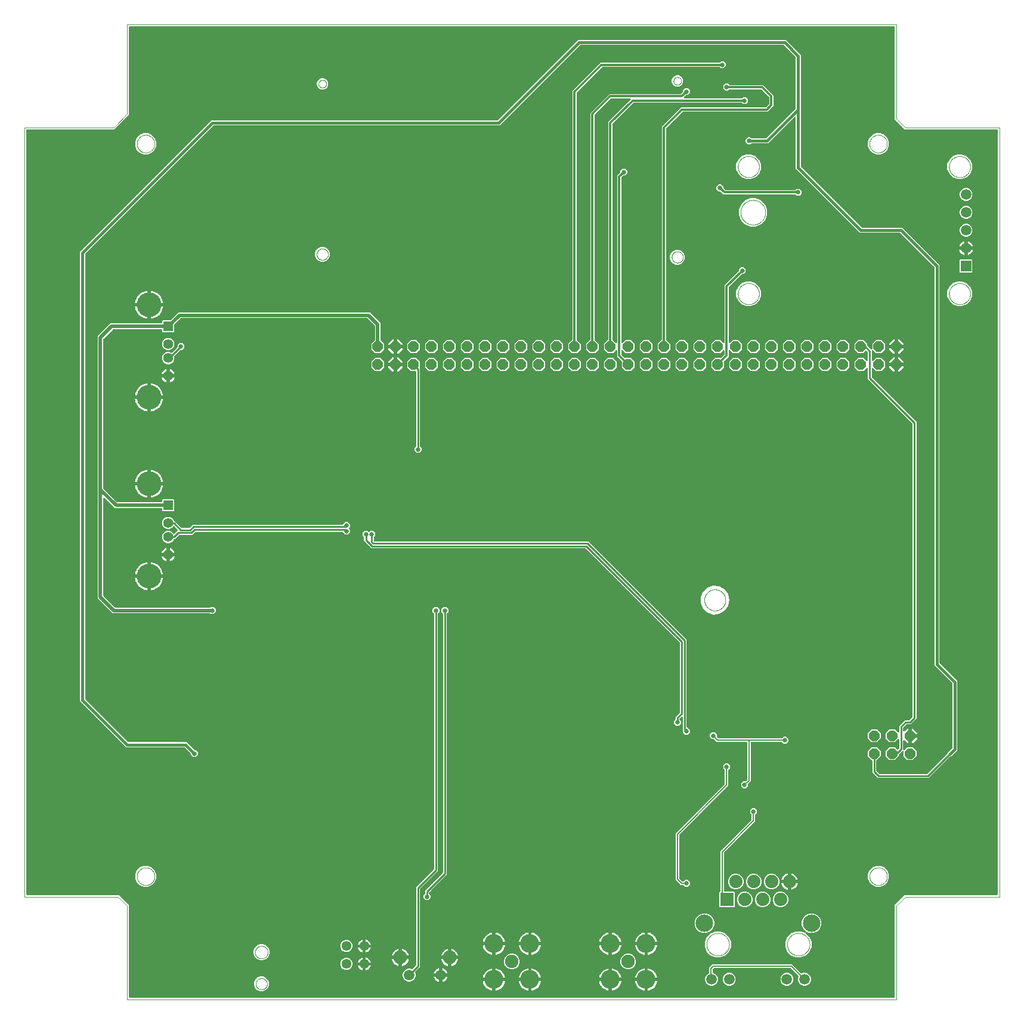
<source format=gbl>
G04 EAGLE Gerber RS-274X export*
G75*
%MOMM*%
%FSLAX34Y34*%
%LPD*%
%INBottom copper*%
%IPPOS*%
%AMOC8*
5,1,8,0,0,1.08239X$1,22.5*%
G01*
%ADD10C,0.000000*%
%ADD11P,1.649562X8X22.500000*%
%ADD12C,1.879600*%
%ADD13R,1.879600X1.879600*%
%ADD14C,2.475000*%
%ADD15C,1.508000*%
%ADD16R,1.408000X1.408000*%
%ADD17C,1.408000*%
%ADD18C,3.500000*%
%ADD19C,1.905000*%
%ADD20C,2.667000*%
%ADD21C,1.381000*%
%ADD22C,1.498600*%
%ADD23C,1.943100*%
%ADD24R,1.508000X1.508000*%
%ADD25C,0.654800*%
%ADD26C,0.508000*%
%ADD27C,0.203200*%
%ADD28C,0.406400*%
%ADD29C,0.254000*%
%ADD30C,0.304800*%

G36*
X1247258Y2556D02*
X1247258Y2556D01*
X1247377Y2563D01*
X1247415Y2576D01*
X1247456Y2581D01*
X1247566Y2624D01*
X1247679Y2661D01*
X1247714Y2683D01*
X1247751Y2698D01*
X1247847Y2767D01*
X1247948Y2831D01*
X1247976Y2861D01*
X1248009Y2884D01*
X1248085Y2976D01*
X1248166Y3063D01*
X1248186Y3098D01*
X1248211Y3129D01*
X1248262Y3237D01*
X1248320Y3341D01*
X1248330Y3381D01*
X1248347Y3417D01*
X1248369Y3534D01*
X1248399Y3649D01*
X1248403Y3709D01*
X1248407Y3729D01*
X1248405Y3750D01*
X1248409Y3810D01*
X1248409Y134402D01*
X1262598Y148591D01*
X1393190Y148591D01*
X1393308Y148606D01*
X1393427Y148613D01*
X1393465Y148626D01*
X1393506Y148631D01*
X1393616Y148674D01*
X1393729Y148711D01*
X1393764Y148733D01*
X1393801Y148748D01*
X1393897Y148817D01*
X1393998Y148881D01*
X1394026Y148911D01*
X1394059Y148934D01*
X1394135Y149026D01*
X1394216Y149113D01*
X1394236Y149148D01*
X1394261Y149179D01*
X1394312Y149287D01*
X1394370Y149391D01*
X1394380Y149431D01*
X1394397Y149467D01*
X1394419Y149584D01*
X1394449Y149699D01*
X1394453Y149759D01*
X1394457Y149779D01*
X1394455Y149800D01*
X1394459Y149860D01*
X1394459Y1234440D01*
X1394444Y1234558D01*
X1394437Y1234677D01*
X1394424Y1234715D01*
X1394419Y1234756D01*
X1394376Y1234866D01*
X1394339Y1234979D01*
X1394317Y1235014D01*
X1394302Y1235051D01*
X1394233Y1235147D01*
X1394169Y1235248D01*
X1394139Y1235276D01*
X1394116Y1235309D01*
X1394024Y1235385D01*
X1393937Y1235466D01*
X1393902Y1235486D01*
X1393871Y1235511D01*
X1393763Y1235562D01*
X1393659Y1235620D01*
X1393619Y1235630D01*
X1393583Y1235647D01*
X1393466Y1235669D01*
X1393351Y1235699D01*
X1393291Y1235703D01*
X1393271Y1235707D01*
X1393250Y1235705D01*
X1393190Y1235709D01*
X1262598Y1235709D01*
X1248409Y1249898D01*
X1248409Y1380490D01*
X1248394Y1380608D01*
X1248387Y1380727D01*
X1248374Y1380765D01*
X1248369Y1380806D01*
X1248326Y1380916D01*
X1248289Y1381029D01*
X1248267Y1381064D01*
X1248252Y1381101D01*
X1248183Y1381197D01*
X1248119Y1381298D01*
X1248089Y1381326D01*
X1248066Y1381359D01*
X1247974Y1381435D01*
X1247887Y1381516D01*
X1247852Y1381536D01*
X1247821Y1381561D01*
X1247713Y1381612D01*
X1247609Y1381670D01*
X1247569Y1381680D01*
X1247533Y1381697D01*
X1247416Y1381719D01*
X1247301Y1381749D01*
X1247241Y1381753D01*
X1247221Y1381757D01*
X1247200Y1381755D01*
X1247140Y1381759D01*
X162560Y1381759D01*
X162442Y1381744D01*
X162323Y1381737D01*
X162285Y1381724D01*
X162244Y1381719D01*
X162134Y1381676D01*
X162021Y1381639D01*
X161986Y1381617D01*
X161949Y1381602D01*
X161853Y1381533D01*
X161752Y1381469D01*
X161724Y1381439D01*
X161691Y1381416D01*
X161615Y1381324D01*
X161534Y1381237D01*
X161514Y1381202D01*
X161489Y1381171D01*
X161438Y1381063D01*
X161380Y1380959D01*
X161370Y1380919D01*
X161353Y1380883D01*
X161331Y1380766D01*
X161301Y1380651D01*
X161297Y1380591D01*
X161293Y1380571D01*
X161295Y1380550D01*
X161291Y1380490D01*
X161291Y1256248D01*
X140752Y1235709D01*
X16510Y1235709D01*
X16392Y1235694D01*
X16273Y1235687D01*
X16235Y1235674D01*
X16194Y1235669D01*
X16084Y1235626D01*
X15971Y1235589D01*
X15936Y1235567D01*
X15899Y1235552D01*
X15803Y1235483D01*
X15702Y1235419D01*
X15674Y1235389D01*
X15641Y1235366D01*
X15565Y1235274D01*
X15484Y1235187D01*
X15464Y1235152D01*
X15439Y1235121D01*
X15388Y1235013D01*
X15330Y1234909D01*
X15320Y1234869D01*
X15303Y1234833D01*
X15281Y1234716D01*
X15251Y1234601D01*
X15247Y1234541D01*
X15243Y1234521D01*
X15245Y1234500D01*
X15241Y1234440D01*
X15241Y149860D01*
X15256Y149742D01*
X15263Y149623D01*
X15276Y149585D01*
X15281Y149544D01*
X15324Y149434D01*
X15361Y149321D01*
X15383Y149286D01*
X15398Y149249D01*
X15467Y149153D01*
X15531Y149052D01*
X15561Y149024D01*
X15584Y148991D01*
X15676Y148915D01*
X15763Y148834D01*
X15798Y148814D01*
X15829Y148789D01*
X15937Y148738D01*
X16041Y148680D01*
X16081Y148670D01*
X16117Y148653D01*
X16234Y148631D01*
X16349Y148601D01*
X16409Y148597D01*
X16429Y148593D01*
X16450Y148595D01*
X16510Y148591D01*
X147102Y148591D01*
X161291Y134402D01*
X161291Y3810D01*
X161306Y3692D01*
X161313Y3573D01*
X161326Y3535D01*
X161331Y3494D01*
X161374Y3384D01*
X161411Y3271D01*
X161433Y3236D01*
X161448Y3199D01*
X161517Y3103D01*
X161581Y3002D01*
X161611Y2974D01*
X161634Y2941D01*
X161726Y2865D01*
X161813Y2784D01*
X161848Y2764D01*
X161879Y2739D01*
X161987Y2688D01*
X162091Y2630D01*
X162131Y2620D01*
X162167Y2603D01*
X162284Y2581D01*
X162399Y2551D01*
X162459Y2547D01*
X162479Y2543D01*
X162500Y2545D01*
X162560Y2541D01*
X1247140Y2541D01*
X1247258Y2556D01*
G37*
%LPC*%
G36*
X1224392Y314705D02*
X1224392Y314705D01*
X1216405Y322692D01*
X1216405Y338836D01*
X1216390Y338954D01*
X1216383Y339073D01*
X1216370Y339111D01*
X1216365Y339152D01*
X1216322Y339262D01*
X1216285Y339375D01*
X1216263Y339410D01*
X1216248Y339447D01*
X1216179Y339543D01*
X1216115Y339644D01*
X1216085Y339672D01*
X1216062Y339705D01*
X1215970Y339781D01*
X1215883Y339862D01*
X1215848Y339882D01*
X1215817Y339907D01*
X1215709Y339958D01*
X1215605Y340016D01*
X1215565Y340026D01*
X1215529Y340043D01*
X1215462Y340056D01*
X1210055Y345462D01*
X1210055Y353038D01*
X1215412Y358395D01*
X1222988Y358395D01*
X1228345Y353038D01*
X1228345Y345462D01*
X1222948Y340065D01*
X1222838Y340022D01*
X1222725Y339985D01*
X1222690Y339963D01*
X1222653Y339948D01*
X1222557Y339879D01*
X1222456Y339815D01*
X1222428Y339785D01*
X1222395Y339762D01*
X1222319Y339670D01*
X1222238Y339583D01*
X1222218Y339548D01*
X1222193Y339517D01*
X1222142Y339409D01*
X1222084Y339305D01*
X1222074Y339265D01*
X1222057Y339229D01*
X1222035Y339112D01*
X1222005Y338997D01*
X1222001Y338937D01*
X1221997Y338917D01*
X1221999Y338896D01*
X1221995Y338836D01*
X1221995Y325533D01*
X1222007Y325435D01*
X1222010Y325336D01*
X1222027Y325278D01*
X1222035Y325218D01*
X1222071Y325126D01*
X1222099Y325031D01*
X1222129Y324978D01*
X1222152Y324922D01*
X1222210Y324842D01*
X1222260Y324757D01*
X1222326Y324681D01*
X1222338Y324665D01*
X1222348Y324657D01*
X1222366Y324636D01*
X1226336Y320666D01*
X1226414Y320606D01*
X1226486Y320538D01*
X1226539Y320509D01*
X1226587Y320472D01*
X1226678Y320432D01*
X1226765Y320384D01*
X1226823Y320369D01*
X1226879Y320345D01*
X1226977Y320330D01*
X1227073Y320305D01*
X1227173Y320299D01*
X1227193Y320295D01*
X1227205Y320297D01*
X1227233Y320295D01*
X1293717Y320295D01*
X1293815Y320307D01*
X1293914Y320310D01*
X1293972Y320327D01*
X1294032Y320335D01*
X1294124Y320371D01*
X1294219Y320399D01*
X1294272Y320429D01*
X1294328Y320452D01*
X1294408Y320510D01*
X1294493Y320560D01*
X1294569Y320626D01*
X1294585Y320638D01*
X1294593Y320648D01*
X1294614Y320666D01*
X1323222Y349274D01*
X1323282Y349352D01*
X1323350Y349424D01*
X1323379Y349477D01*
X1323416Y349525D01*
X1323456Y349616D01*
X1323504Y349703D01*
X1323519Y349761D01*
X1323543Y349817D01*
X1323558Y349915D01*
X1323583Y350011D01*
X1323589Y350111D01*
X1323593Y350131D01*
X1323591Y350143D01*
X1323593Y350171D01*
X1323593Y350723D01*
X1329572Y356701D01*
X1329632Y356780D01*
X1329700Y356852D01*
X1329729Y356905D01*
X1329766Y356953D01*
X1329806Y357044D01*
X1329854Y357130D01*
X1329869Y357189D01*
X1329893Y357245D01*
X1329908Y357343D01*
X1329933Y357438D01*
X1329939Y357538D01*
X1329943Y357559D01*
X1329941Y357571D01*
X1329943Y357599D01*
X1329943Y448851D01*
X1329931Y448949D01*
X1329928Y449048D01*
X1329911Y449106D01*
X1329903Y449167D01*
X1329867Y449259D01*
X1329839Y449354D01*
X1329809Y449406D01*
X1329786Y449462D01*
X1329728Y449542D01*
X1329678Y449628D01*
X1329612Y449703D01*
X1329600Y449720D01*
X1329590Y449727D01*
X1329572Y449749D01*
X1304543Y474777D01*
X1304543Y1039401D01*
X1304531Y1039499D01*
X1304528Y1039598D01*
X1304511Y1039656D01*
X1304503Y1039717D01*
X1304467Y1039809D01*
X1304439Y1039904D01*
X1304409Y1039956D01*
X1304386Y1040012D01*
X1304328Y1040092D01*
X1304278Y1040178D01*
X1304212Y1040253D01*
X1304200Y1040270D01*
X1304190Y1040277D01*
X1304172Y1040299D01*
X1256199Y1088272D01*
X1256120Y1088332D01*
X1256048Y1088400D01*
X1255995Y1088429D01*
X1255947Y1088466D01*
X1255856Y1088506D01*
X1255770Y1088554D01*
X1255711Y1088569D01*
X1255655Y1088593D01*
X1255557Y1088608D01*
X1255462Y1088633D01*
X1255362Y1088639D01*
X1255341Y1088643D01*
X1255329Y1088641D01*
X1255301Y1088643D01*
X1198677Y1088643D01*
X1107693Y1179627D01*
X1107693Y1251999D01*
X1107676Y1252137D01*
X1107663Y1252275D01*
X1107656Y1252295D01*
X1107653Y1252315D01*
X1107602Y1252444D01*
X1107555Y1252575D01*
X1107544Y1252592D01*
X1107536Y1252610D01*
X1107455Y1252722D01*
X1107377Y1252838D01*
X1107361Y1252851D01*
X1107350Y1252868D01*
X1107242Y1252956D01*
X1107138Y1253048D01*
X1107120Y1253058D01*
X1107105Y1253070D01*
X1106979Y1253130D01*
X1106855Y1253193D01*
X1106835Y1253197D01*
X1106817Y1253206D01*
X1106681Y1253232D01*
X1106545Y1253263D01*
X1106524Y1253262D01*
X1106505Y1253266D01*
X1106366Y1253257D01*
X1106227Y1253253D01*
X1106207Y1253247D01*
X1106187Y1253246D01*
X1106055Y1253203D01*
X1105921Y1253165D01*
X1105904Y1253154D01*
X1105885Y1253148D01*
X1105767Y1253074D01*
X1105647Y1253003D01*
X1105626Y1252984D01*
X1105616Y1252978D01*
X1105602Y1252963D01*
X1105527Y1252897D01*
X1068273Y1215643D01*
X1045155Y1215643D01*
X1045057Y1215631D01*
X1044958Y1215628D01*
X1044900Y1215611D01*
X1044840Y1215603D01*
X1044748Y1215567D01*
X1044653Y1215539D01*
X1044601Y1215509D01*
X1044544Y1215486D01*
X1044464Y1215428D01*
X1044379Y1215378D01*
X1044303Y1215312D01*
X1044287Y1215300D01*
X1044279Y1215290D01*
X1044258Y1215272D01*
X1043388Y1214401D01*
X1039412Y1214401D01*
X1036601Y1217212D01*
X1036601Y1221188D01*
X1039412Y1223999D01*
X1043388Y1223999D01*
X1044258Y1223128D01*
X1044336Y1223068D01*
X1044408Y1223000D01*
X1044461Y1222971D01*
X1044509Y1222934D01*
X1044600Y1222894D01*
X1044687Y1222846D01*
X1044745Y1222831D01*
X1044801Y1222807D01*
X1044899Y1222792D01*
X1044995Y1222767D01*
X1045095Y1222761D01*
X1045115Y1222757D01*
X1045127Y1222759D01*
X1045155Y1222757D01*
X1064801Y1222757D01*
X1064899Y1222769D01*
X1064998Y1222772D01*
X1065056Y1222789D01*
X1065117Y1222797D01*
X1065209Y1222833D01*
X1065304Y1222861D01*
X1065356Y1222891D01*
X1065412Y1222914D01*
X1065492Y1222972D01*
X1065578Y1223022D01*
X1065653Y1223088D01*
X1065670Y1223100D01*
X1065677Y1223110D01*
X1065699Y1223128D01*
X1107322Y1264751D01*
X1107382Y1264830D01*
X1107450Y1264902D01*
X1107479Y1264955D01*
X1107516Y1265003D01*
X1107556Y1265094D01*
X1107604Y1265180D01*
X1107619Y1265239D01*
X1107643Y1265295D01*
X1107658Y1265393D01*
X1107683Y1265488D01*
X1107689Y1265588D01*
X1107693Y1265609D01*
X1107691Y1265621D01*
X1107693Y1265649D01*
X1107693Y1337851D01*
X1107681Y1337949D01*
X1107678Y1338048D01*
X1107661Y1338106D01*
X1107653Y1338167D01*
X1107617Y1338259D01*
X1107589Y1338354D01*
X1107559Y1338406D01*
X1107536Y1338462D01*
X1107478Y1338542D01*
X1107428Y1338628D01*
X1107362Y1338703D01*
X1107350Y1338720D01*
X1107340Y1338727D01*
X1107322Y1338749D01*
X1091099Y1354972D01*
X1091020Y1355032D01*
X1090948Y1355100D01*
X1090895Y1355129D01*
X1090847Y1355166D01*
X1090756Y1355206D01*
X1090670Y1355254D01*
X1090611Y1355269D01*
X1090555Y1355293D01*
X1090457Y1355308D01*
X1090362Y1355333D01*
X1090262Y1355339D01*
X1090241Y1355343D01*
X1090229Y1355341D01*
X1090201Y1355343D01*
X802099Y1355343D01*
X802001Y1355331D01*
X801902Y1355328D01*
X801844Y1355311D01*
X801783Y1355303D01*
X801691Y1355267D01*
X801596Y1355239D01*
X801544Y1355209D01*
X801488Y1355186D01*
X801408Y1355128D01*
X801322Y1355078D01*
X801247Y1355012D01*
X801230Y1355000D01*
X801223Y1354990D01*
X801201Y1354972D01*
X687273Y1241043D01*
X281399Y1241043D01*
X281301Y1241031D01*
X281202Y1241028D01*
X281144Y1241011D01*
X281083Y1241003D01*
X280991Y1240967D01*
X280896Y1240939D01*
X280844Y1240909D01*
X280788Y1240886D01*
X280708Y1240828D01*
X280622Y1240778D01*
X280547Y1240712D01*
X280530Y1240700D01*
X280523Y1240690D01*
X280501Y1240672D01*
X99178Y1059349D01*
X99118Y1059270D01*
X99050Y1059198D01*
X99021Y1059145D01*
X98984Y1059097D01*
X98944Y1059006D01*
X98896Y1058920D01*
X98881Y1058861D01*
X98857Y1058805D01*
X98842Y1058707D01*
X98817Y1058612D01*
X98811Y1058512D01*
X98807Y1058491D01*
X98809Y1058479D01*
X98807Y1058451D01*
X98807Y427449D01*
X98819Y427351D01*
X98822Y427252D01*
X98839Y427194D01*
X98847Y427133D01*
X98883Y427041D01*
X98911Y426946D01*
X98941Y426894D01*
X98964Y426838D01*
X99022Y426758D01*
X99072Y426672D01*
X99138Y426597D01*
X99150Y426580D01*
X99160Y426573D01*
X99178Y426551D01*
X159851Y365878D01*
X159930Y365818D01*
X160002Y365750D01*
X160055Y365721D01*
X160103Y365684D01*
X160194Y365644D01*
X160280Y365596D01*
X160339Y365581D01*
X160395Y365557D01*
X160493Y365542D01*
X160588Y365517D01*
X160688Y365511D01*
X160709Y365507D01*
X160721Y365509D01*
X160749Y365507D01*
X242773Y365507D01*
X253859Y354420D01*
X253938Y354360D01*
X254010Y354292D01*
X254063Y354263D01*
X254111Y354226D01*
X254202Y354186D01*
X254288Y354138D01*
X254347Y354123D01*
X254403Y354099D01*
X254501Y354084D01*
X254596Y354059D01*
X254696Y354053D01*
X254717Y354049D01*
X254729Y354051D01*
X254757Y354049D01*
X255988Y354049D01*
X258799Y351238D01*
X258799Y347262D01*
X255988Y344451D01*
X252012Y344451D01*
X249201Y347262D01*
X249201Y348493D01*
X249189Y348591D01*
X249186Y348690D01*
X249169Y348748D01*
X249161Y348809D01*
X249125Y348901D01*
X249097Y348996D01*
X249067Y349048D01*
X249044Y349104D01*
X248986Y349184D01*
X248936Y349270D01*
X248870Y349345D01*
X248858Y349362D01*
X248848Y349369D01*
X248830Y349391D01*
X240199Y358022D01*
X240120Y358082D01*
X240048Y358150D01*
X239995Y358179D01*
X239947Y358216D01*
X239856Y358256D01*
X239770Y358304D01*
X239711Y358319D01*
X239655Y358343D01*
X239557Y358358D01*
X239462Y358383D01*
X239362Y358389D01*
X239341Y358393D01*
X239329Y358391D01*
X239301Y358393D01*
X157277Y358393D01*
X154822Y360848D01*
X154822Y360849D01*
X94149Y421522D01*
X94148Y421522D01*
X91693Y423977D01*
X91693Y1061923D01*
X277927Y1248157D01*
X683801Y1248157D01*
X683899Y1248169D01*
X683998Y1248172D01*
X684056Y1248189D01*
X684117Y1248197D01*
X684209Y1248233D01*
X684304Y1248261D01*
X684356Y1248291D01*
X684412Y1248314D01*
X684492Y1248372D01*
X684578Y1248422D01*
X684653Y1248488D01*
X684670Y1248500D01*
X684677Y1248510D01*
X684699Y1248528D01*
X798627Y1362457D01*
X1093673Y1362457D01*
X1096128Y1360002D01*
X1096128Y1360001D01*
X1112351Y1343778D01*
X1112352Y1343778D01*
X1114807Y1341323D01*
X1114807Y1183099D01*
X1114819Y1183001D01*
X1114822Y1182902D01*
X1114839Y1182844D01*
X1114847Y1182783D01*
X1114883Y1182691D01*
X1114911Y1182596D01*
X1114941Y1182544D01*
X1114964Y1182488D01*
X1115022Y1182408D01*
X1115072Y1182322D01*
X1115138Y1182247D01*
X1115150Y1182230D01*
X1115160Y1182223D01*
X1115178Y1182201D01*
X1201251Y1096128D01*
X1201330Y1096068D01*
X1201402Y1096000D01*
X1201455Y1095971D01*
X1201503Y1095934D01*
X1201594Y1095894D01*
X1201680Y1095846D01*
X1201739Y1095831D01*
X1201795Y1095807D01*
X1201893Y1095792D01*
X1201988Y1095767D01*
X1202088Y1095761D01*
X1202109Y1095757D01*
X1202121Y1095759D01*
X1202149Y1095757D01*
X1258773Y1095757D01*
X1311657Y1042873D01*
X1311657Y478249D01*
X1311669Y478151D01*
X1311672Y478052D01*
X1311689Y477994D01*
X1311697Y477933D01*
X1311733Y477841D01*
X1311761Y477746D01*
X1311791Y477694D01*
X1311814Y477638D01*
X1311872Y477558D01*
X1311922Y477472D01*
X1311988Y477397D01*
X1312000Y477380D01*
X1312010Y477373D01*
X1312028Y477351D01*
X1337057Y452323D01*
X1337057Y354127D01*
X1328623Y345693D01*
X1328071Y345693D01*
X1327973Y345681D01*
X1327874Y345678D01*
X1327816Y345661D01*
X1327756Y345653D01*
X1327664Y345617D01*
X1327569Y345589D01*
X1327516Y345559D01*
X1327460Y345536D01*
X1327380Y345478D01*
X1327295Y345428D01*
X1327219Y345362D01*
X1327203Y345350D01*
X1327195Y345340D01*
X1327174Y345322D01*
X1296558Y314705D01*
X1224392Y314705D01*
G37*
%LPD*%
%LPC*%
G36*
X277412Y547651D02*
X277412Y547651D01*
X277050Y548014D01*
X276972Y548074D01*
X276900Y548142D01*
X276847Y548171D01*
X276799Y548208D01*
X276708Y548248D01*
X276621Y548296D01*
X276563Y548311D01*
X276507Y548335D01*
X276409Y548350D01*
X276313Y548375D01*
X276213Y548381D01*
X276193Y548385D01*
X276181Y548383D01*
X276153Y548385D01*
X138016Y548385D01*
X116585Y569816D01*
X116585Y941484D01*
X134916Y959815D01*
X206966Y959815D01*
X207084Y959830D01*
X207203Y959837D01*
X207241Y959850D01*
X207282Y959855D01*
X207392Y959898D01*
X207505Y959935D01*
X207540Y959957D01*
X207577Y959972D01*
X207673Y960041D01*
X207774Y960105D01*
X207802Y960135D01*
X207835Y960158D01*
X207911Y960250D01*
X207992Y960337D01*
X208012Y960372D01*
X208037Y960403D01*
X208088Y960511D01*
X208146Y960615D01*
X208156Y960655D01*
X208173Y960691D01*
X208195Y960808D01*
X208225Y960923D01*
X208229Y960983D01*
X208233Y961003D01*
X208231Y961024D01*
X208235Y961084D01*
X208235Y963422D01*
X209128Y964315D01*
X219091Y964315D01*
X219189Y964327D01*
X219288Y964330D01*
X219346Y964347D01*
X219406Y964355D01*
X219498Y964391D01*
X219593Y964419D01*
X219645Y964449D01*
X219702Y964472D01*
X219782Y964530D01*
X219867Y964580D01*
X219943Y964646D01*
X219959Y964658D01*
X219967Y964668D01*
X219988Y964686D01*
X230916Y975615D01*
X503334Y975615D01*
X506086Y972862D01*
X515662Y963286D01*
X518415Y960534D01*
X518415Y936494D01*
X518427Y936395D01*
X518430Y936296D01*
X518447Y936238D01*
X518455Y936178D01*
X518491Y936086D01*
X518519Y935991D01*
X518549Y935939D01*
X518572Y935882D01*
X518630Y935802D01*
X518680Y935717D01*
X518746Y935642D01*
X518758Y935625D01*
X518768Y935617D01*
X518786Y935596D01*
X523495Y930888D01*
X523495Y923312D01*
X518138Y917955D01*
X510562Y917955D01*
X505205Y923312D01*
X505205Y930888D01*
X509914Y935596D01*
X509974Y935674D01*
X510042Y935746D01*
X510071Y935799D01*
X510108Y935847D01*
X510148Y935938D01*
X510196Y936025D01*
X510211Y936084D01*
X510235Y936139D01*
X510250Y936237D01*
X510275Y936333D01*
X510281Y936433D01*
X510285Y936453D01*
X510283Y936466D01*
X510285Y936494D01*
X510285Y956641D01*
X510273Y956739D01*
X510270Y956838D01*
X510253Y956896D01*
X510245Y956956D01*
X510209Y957048D01*
X510181Y957143D01*
X510151Y957195D01*
X510128Y957252D01*
X510070Y957332D01*
X510020Y957417D01*
X509954Y957493D01*
X509942Y957509D01*
X509932Y957517D01*
X509914Y957538D01*
X500338Y967114D01*
X500260Y967174D01*
X500188Y967242D01*
X500135Y967271D01*
X500087Y967308D01*
X499996Y967348D01*
X499909Y967396D01*
X499851Y967411D01*
X499795Y967435D01*
X499697Y967450D01*
X499601Y967475D01*
X499501Y967481D01*
X499481Y967485D01*
X499469Y967483D01*
X499441Y967485D01*
X234809Y967485D01*
X234711Y967473D01*
X234612Y967470D01*
X234554Y967453D01*
X234494Y967445D01*
X234402Y967409D01*
X234307Y967381D01*
X234255Y967351D01*
X234198Y967328D01*
X234118Y967270D01*
X234033Y967220D01*
X233957Y967154D01*
X233941Y967142D01*
X233933Y967132D01*
X233912Y967114D01*
X225736Y958938D01*
X225676Y958860D01*
X225608Y958788D01*
X225579Y958735D01*
X225542Y958687D01*
X225502Y958596D01*
X225454Y958509D01*
X225439Y958451D01*
X225415Y958395D01*
X225400Y958297D01*
X225375Y958201D01*
X225369Y958101D01*
X225365Y958081D01*
X225367Y958069D01*
X225365Y958041D01*
X225365Y948078D01*
X224472Y947185D01*
X209128Y947185D01*
X208235Y948078D01*
X208235Y950416D01*
X208220Y950534D01*
X208213Y950653D01*
X208200Y950691D01*
X208195Y950732D01*
X208152Y950842D01*
X208115Y950955D01*
X208093Y950990D01*
X208078Y951027D01*
X208009Y951123D01*
X207945Y951224D01*
X207915Y951252D01*
X207892Y951285D01*
X207800Y951361D01*
X207713Y951442D01*
X207678Y951462D01*
X207647Y951487D01*
X207539Y951538D01*
X207435Y951596D01*
X207395Y951606D01*
X207359Y951623D01*
X207242Y951645D01*
X207127Y951675D01*
X207067Y951679D01*
X207047Y951683D01*
X207026Y951681D01*
X206966Y951685D01*
X138809Y951685D01*
X138711Y951673D01*
X138612Y951670D01*
X138554Y951653D01*
X138494Y951645D01*
X138402Y951609D01*
X138307Y951581D01*
X138255Y951551D01*
X138198Y951528D01*
X138118Y951470D01*
X138033Y951420D01*
X137957Y951354D01*
X137941Y951342D01*
X137933Y951332D01*
X137912Y951314D01*
X125086Y938488D01*
X125026Y938410D01*
X124958Y938338D01*
X124929Y938285D01*
X124892Y938237D01*
X124852Y938146D01*
X124804Y938059D01*
X124789Y938001D01*
X124765Y937945D01*
X124750Y937847D01*
X124725Y937751D01*
X124719Y937651D01*
X124715Y937631D01*
X124717Y937619D01*
X124715Y937591D01*
X124715Y726109D01*
X124727Y726011D01*
X124730Y725912D01*
X124747Y725854D01*
X124755Y725794D01*
X124791Y725702D01*
X124819Y725607D01*
X124849Y725555D01*
X124872Y725498D01*
X124930Y725418D01*
X124980Y725333D01*
X125046Y725257D01*
X125058Y725241D01*
X125068Y725233D01*
X125086Y725212D01*
X144112Y706186D01*
X144190Y706126D01*
X144262Y706058D01*
X144315Y706029D01*
X144363Y705992D01*
X144454Y705952D01*
X144541Y705904D01*
X144599Y705889D01*
X144655Y705865D01*
X144753Y705850D01*
X144849Y705825D01*
X144949Y705819D01*
X144969Y705815D01*
X144981Y705817D01*
X145009Y705815D01*
X206966Y705815D01*
X207084Y705830D01*
X207203Y705837D01*
X207241Y705850D01*
X207282Y705855D01*
X207392Y705898D01*
X207505Y705935D01*
X207540Y705957D01*
X207577Y705972D01*
X207673Y706041D01*
X207774Y706105D01*
X207802Y706135D01*
X207835Y706158D01*
X207911Y706250D01*
X207992Y706337D01*
X208012Y706372D01*
X208037Y706403D01*
X208088Y706511D01*
X208146Y706615D01*
X208156Y706655D01*
X208173Y706691D01*
X208195Y706808D01*
X208225Y706923D01*
X208229Y706983D01*
X208233Y707003D01*
X208231Y707024D01*
X208235Y707084D01*
X208235Y709422D01*
X209128Y710315D01*
X224472Y710315D01*
X225365Y709422D01*
X225365Y694078D01*
X224472Y693185D01*
X209128Y693185D01*
X208235Y694078D01*
X208235Y696416D01*
X208220Y696534D01*
X208213Y696653D01*
X208200Y696691D01*
X208195Y696732D01*
X208152Y696842D01*
X208115Y696955D01*
X208093Y696990D01*
X208078Y697027D01*
X208009Y697123D01*
X207945Y697224D01*
X207915Y697252D01*
X207892Y697285D01*
X207800Y697361D01*
X207713Y697442D01*
X207678Y697462D01*
X207647Y697487D01*
X207539Y697538D01*
X207435Y697596D01*
X207395Y697606D01*
X207359Y697623D01*
X207242Y697645D01*
X207127Y697675D01*
X207067Y697679D01*
X207047Y697683D01*
X207026Y697681D01*
X206966Y697685D01*
X141116Y697685D01*
X126881Y711920D01*
X126772Y712005D01*
X126665Y712094D01*
X126646Y712103D01*
X126630Y712115D01*
X126502Y712171D01*
X126377Y712230D01*
X126357Y712233D01*
X126338Y712241D01*
X126200Y712263D01*
X126064Y712289D01*
X126044Y712288D01*
X126024Y712291D01*
X125885Y712278D01*
X125747Y712270D01*
X125728Y712263D01*
X125708Y712261D01*
X125576Y712214D01*
X125445Y712172D01*
X125427Y712161D01*
X125408Y712154D01*
X125293Y712076D01*
X125176Y712001D01*
X125162Y711987D01*
X125145Y711975D01*
X125053Y711871D01*
X124958Y711770D01*
X124948Y711752D01*
X124935Y711737D01*
X124871Y711613D01*
X124804Y711491D01*
X124799Y711472D01*
X124790Y711454D01*
X124760Y711318D01*
X124725Y711183D01*
X124723Y711155D01*
X124720Y711143D01*
X124721Y711123D01*
X124715Y711023D01*
X124715Y573709D01*
X124727Y573611D01*
X124730Y573512D01*
X124743Y573467D01*
X124743Y573466D01*
X124745Y573461D01*
X124747Y573454D01*
X124755Y573394D01*
X124791Y573302D01*
X124819Y573207D01*
X124838Y573174D01*
X124841Y573164D01*
X124853Y573145D01*
X124872Y573098D01*
X124930Y573018D01*
X124980Y572933D01*
X125007Y572902D01*
X125011Y572895D01*
X125022Y572885D01*
X125046Y572857D01*
X125058Y572841D01*
X125068Y572833D01*
X125086Y572812D01*
X141012Y556886D01*
X141090Y556826D01*
X141162Y556758D01*
X141215Y556729D01*
X141263Y556692D01*
X141354Y556652D01*
X141441Y556604D01*
X141499Y556589D01*
X141555Y556565D01*
X141653Y556550D01*
X141749Y556525D01*
X141849Y556519D01*
X141869Y556515D01*
X141881Y556517D01*
X141909Y556515D01*
X276153Y556515D01*
X276251Y556527D01*
X276350Y556530D01*
X276408Y556547D01*
X276468Y556555D01*
X276560Y556591D01*
X276655Y556619D01*
X276707Y556649D01*
X276764Y556672D01*
X276844Y556730D01*
X276929Y556780D01*
X277005Y556846D01*
X277021Y556858D01*
X277029Y556868D01*
X277050Y556886D01*
X277412Y557249D01*
X281388Y557249D01*
X284199Y554438D01*
X284199Y550462D01*
X281388Y547651D01*
X277412Y547651D01*
G37*
%LPD*%
%LPC*%
G36*
X866162Y892555D02*
X866162Y892555D01*
X860805Y897912D01*
X860805Y906007D01*
X860793Y906106D01*
X860790Y906205D01*
X860773Y906263D01*
X860765Y906323D01*
X860729Y906415D01*
X860701Y906510D01*
X860671Y906562D01*
X860648Y906619D01*
X860590Y906699D01*
X860540Y906784D01*
X860474Y906859D01*
X860462Y906876D01*
X860452Y906884D01*
X860434Y906905D01*
X854201Y913137D01*
X854201Y920754D01*
X854184Y920892D01*
X854171Y921031D01*
X854164Y921050D01*
X854161Y921070D01*
X854110Y921199D01*
X854063Y921330D01*
X854052Y921347D01*
X854044Y921366D01*
X853963Y921478D01*
X853885Y921593D01*
X853869Y921607D01*
X853858Y921623D01*
X853750Y921712D01*
X853646Y921804D01*
X853628Y921813D01*
X853613Y921826D01*
X853487Y921885D01*
X853363Y921948D01*
X853343Y921953D01*
X853325Y921961D01*
X853189Y921987D01*
X853053Y922018D01*
X853032Y922017D01*
X853013Y922021D01*
X852874Y922013D01*
X852735Y922008D01*
X852715Y922003D01*
X852695Y922001D01*
X852563Y921959D01*
X852429Y921920D01*
X852412Y921910D01*
X852393Y921903D01*
X852275Y921829D01*
X852155Y921758D01*
X852134Y921740D01*
X852124Y921733D01*
X852110Y921718D01*
X852035Y921652D01*
X848338Y917955D01*
X840762Y917955D01*
X835405Y923312D01*
X835405Y930888D01*
X841130Y936612D01*
X841190Y936690D01*
X841258Y936762D01*
X841287Y936815D01*
X841324Y936863D01*
X841364Y936954D01*
X841412Y937041D01*
X841427Y937100D01*
X841451Y937155D01*
X841466Y937253D01*
X841491Y937349D01*
X841497Y937449D01*
X841501Y937469D01*
X841499Y937482D01*
X841501Y937510D01*
X841501Y1245863D01*
X873123Y1277485D01*
X873208Y1277594D01*
X873297Y1277701D01*
X873305Y1277720D01*
X873318Y1277736D01*
X873373Y1277864D01*
X873432Y1277989D01*
X873436Y1278009D01*
X873444Y1278028D01*
X873466Y1278166D01*
X873492Y1278302D01*
X873491Y1278322D01*
X873494Y1278342D01*
X873481Y1278481D01*
X873472Y1278619D01*
X873466Y1278638D01*
X873464Y1278658D01*
X873417Y1278790D01*
X873374Y1278921D01*
X873364Y1278939D01*
X873357Y1278958D01*
X873279Y1279073D01*
X873204Y1279190D01*
X873189Y1279204D01*
X873178Y1279221D01*
X873074Y1279313D01*
X872973Y1279408D01*
X872955Y1279418D01*
X872940Y1279431D01*
X872816Y1279494D01*
X872694Y1279562D01*
X872675Y1279567D01*
X872656Y1279576D01*
X872521Y1279606D01*
X872386Y1279641D01*
X872358Y1279643D01*
X872346Y1279646D01*
X872326Y1279645D01*
X872225Y1279651D01*
X846339Y1279651D01*
X846240Y1279639D01*
X846141Y1279636D01*
X846083Y1279619D01*
X846023Y1279611D01*
X845931Y1279575D01*
X845836Y1279547D01*
X845784Y1279517D01*
X845727Y1279494D01*
X845647Y1279436D01*
X845562Y1279386D01*
X845487Y1279320D01*
X845470Y1279308D01*
X845462Y1279298D01*
X845441Y1279280D01*
X822570Y1256409D01*
X822510Y1256331D01*
X822442Y1256259D01*
X822413Y1256206D01*
X822376Y1256158D01*
X822336Y1256067D01*
X822288Y1255980D01*
X822273Y1255921D01*
X822249Y1255866D01*
X822234Y1255768D01*
X822209Y1255672D01*
X822203Y1255572D01*
X822199Y1255552D01*
X822201Y1255539D01*
X822199Y1255511D01*
X822199Y937510D01*
X822211Y937411D01*
X822214Y937312D01*
X822231Y937254D01*
X822239Y937194D01*
X822275Y937102D01*
X822303Y937007D01*
X822333Y936955D01*
X822356Y936898D01*
X822414Y936818D01*
X822464Y936733D01*
X822530Y936658D01*
X822542Y936641D01*
X822552Y936633D01*
X822570Y936612D01*
X828295Y930888D01*
X828295Y923312D01*
X822938Y917955D01*
X815362Y917955D01*
X810005Y923312D01*
X810005Y930888D01*
X815730Y936612D01*
X815790Y936690D01*
X815858Y936762D01*
X815887Y936815D01*
X815924Y936863D01*
X815964Y936954D01*
X816012Y937041D01*
X816027Y937100D01*
X816051Y937155D01*
X816066Y937253D01*
X816091Y937349D01*
X816097Y937449D01*
X816101Y937469D01*
X816099Y937482D01*
X816101Y937510D01*
X816101Y1258563D01*
X843287Y1285749D01*
X944361Y1285749D01*
X944460Y1285761D01*
X944559Y1285764D01*
X944617Y1285781D01*
X944677Y1285789D01*
X944769Y1285825D01*
X944864Y1285853D01*
X944916Y1285883D01*
X944973Y1285906D01*
X945053Y1285964D01*
X945138Y1286014D01*
X945213Y1286080D01*
X945230Y1286092D01*
X945232Y1286095D01*
X945234Y1286096D01*
X945240Y1286104D01*
X945259Y1286120D01*
X947330Y1288191D01*
X947390Y1288269D01*
X947458Y1288341D01*
X947487Y1288394D01*
X947524Y1288442D01*
X947564Y1288533D01*
X947612Y1288620D01*
X947627Y1288679D01*
X947651Y1288734D01*
X947666Y1288832D01*
X947691Y1288928D01*
X947697Y1289028D01*
X947701Y1289048D01*
X947699Y1289061D01*
X947701Y1289089D01*
X947701Y1291038D01*
X950512Y1293849D01*
X954488Y1293849D01*
X957299Y1291038D01*
X957299Y1287062D01*
X954488Y1284251D01*
X952539Y1284251D01*
X952440Y1284239D01*
X952341Y1284236D01*
X952283Y1284219D01*
X952223Y1284211D01*
X952131Y1284175D01*
X952036Y1284147D01*
X951984Y1284117D01*
X951927Y1284094D01*
X951847Y1284036D01*
X951762Y1283986D01*
X951687Y1283920D01*
X951670Y1283908D01*
X951662Y1283898D01*
X951641Y1283880D01*
X949327Y1281565D01*
X949242Y1281456D01*
X949153Y1281349D01*
X949145Y1281330D01*
X949132Y1281314D01*
X949077Y1281186D01*
X949018Y1281061D01*
X949014Y1281041D01*
X949006Y1281022D01*
X948984Y1280884D01*
X948958Y1280748D01*
X948959Y1280728D01*
X948956Y1280708D01*
X948969Y1280569D01*
X948978Y1280431D01*
X948984Y1280412D01*
X948986Y1280392D01*
X949033Y1280260D01*
X949076Y1280129D01*
X949086Y1280111D01*
X949093Y1280092D01*
X949171Y1279977D01*
X949246Y1279860D01*
X949261Y1279846D01*
X949272Y1279829D01*
X949376Y1279737D01*
X949477Y1279642D01*
X949495Y1279632D01*
X949510Y1279619D01*
X949634Y1279555D01*
X949756Y1279488D01*
X949775Y1279483D01*
X949794Y1279474D01*
X949929Y1279444D01*
X950064Y1279409D01*
X950092Y1279407D01*
X950104Y1279404D01*
X950124Y1279405D01*
X950225Y1279399D01*
X1030787Y1279399D01*
X1030885Y1279411D01*
X1030984Y1279414D01*
X1031042Y1279431D01*
X1031102Y1279439D01*
X1031194Y1279475D01*
X1031289Y1279503D01*
X1031341Y1279533D01*
X1031398Y1279556D01*
X1031478Y1279614D01*
X1031563Y1279664D01*
X1031639Y1279730D01*
X1031655Y1279742D01*
X1031659Y1279748D01*
X1031663Y1279750D01*
X1031668Y1279756D01*
X1031684Y1279770D01*
X1033062Y1281149D01*
X1037038Y1281149D01*
X1039849Y1278338D01*
X1039849Y1274362D01*
X1037038Y1271551D01*
X1033062Y1271551D01*
X1031684Y1272930D01*
X1031606Y1272990D01*
X1031534Y1273058D01*
X1031481Y1273087D01*
X1031433Y1273124D01*
X1031342Y1273164D01*
X1031255Y1273212D01*
X1031197Y1273227D01*
X1031141Y1273251D01*
X1031043Y1273266D01*
X1030947Y1273291D01*
X1030847Y1273297D01*
X1030827Y1273301D01*
X1030815Y1273299D01*
X1030787Y1273301D01*
X878089Y1273301D01*
X877990Y1273289D01*
X877891Y1273286D01*
X877833Y1273269D01*
X877773Y1273261D01*
X877681Y1273225D01*
X877586Y1273197D01*
X877534Y1273167D01*
X877477Y1273144D01*
X877397Y1273086D01*
X877312Y1273036D01*
X877237Y1272970D01*
X877220Y1272958D01*
X877212Y1272948D01*
X877191Y1272930D01*
X847970Y1243709D01*
X847910Y1243631D01*
X847842Y1243559D01*
X847813Y1243506D01*
X847776Y1243458D01*
X847736Y1243367D01*
X847688Y1243280D01*
X847673Y1243221D01*
X847649Y1243166D01*
X847634Y1243068D01*
X847609Y1242972D01*
X847603Y1242872D01*
X847599Y1242852D01*
X847601Y1242839D01*
X847599Y1242811D01*
X847599Y937510D01*
X847611Y937411D01*
X847614Y937312D01*
X847631Y937254D01*
X847639Y937194D01*
X847675Y937102D01*
X847703Y937007D01*
X847733Y936955D01*
X847756Y936898D01*
X847814Y936818D01*
X847864Y936733D01*
X847930Y936658D01*
X847942Y936641D01*
X847952Y936633D01*
X847970Y936612D01*
X852035Y932548D01*
X852144Y932463D01*
X852251Y932374D01*
X852270Y932366D01*
X852286Y932353D01*
X852414Y932298D01*
X852539Y932239D01*
X852559Y932235D01*
X852578Y932227D01*
X852716Y932205D01*
X852852Y932179D01*
X852872Y932180D01*
X852892Y932177D01*
X853031Y932190D01*
X853169Y932199D01*
X853188Y932205D01*
X853208Y932207D01*
X853340Y932254D01*
X853471Y932297D01*
X853489Y932307D01*
X853508Y932314D01*
X853623Y932392D01*
X853740Y932467D01*
X853754Y932482D01*
X853771Y932493D01*
X853863Y932597D01*
X853958Y932698D01*
X853968Y932716D01*
X853981Y932731D01*
X854045Y932855D01*
X854112Y932977D01*
X854117Y932996D01*
X854126Y933015D01*
X854156Y933150D01*
X854191Y933285D01*
X854193Y933313D01*
X854196Y933325D01*
X854195Y933345D01*
X854201Y933446D01*
X854201Y1169663D01*
X856359Y1171820D01*
X858430Y1173891D01*
X858490Y1173969D01*
X858558Y1174041D01*
X858587Y1174094D01*
X858624Y1174142D01*
X858664Y1174233D01*
X858712Y1174320D01*
X858727Y1174378D01*
X858751Y1174434D01*
X858766Y1174532D01*
X858791Y1174628D01*
X858797Y1174728D01*
X858801Y1174748D01*
X858799Y1174761D01*
X858801Y1174789D01*
X858801Y1176738D01*
X861612Y1179549D01*
X865588Y1179549D01*
X868399Y1176738D01*
X868399Y1172762D01*
X865588Y1169951D01*
X863639Y1169951D01*
X863540Y1169939D01*
X863441Y1169936D01*
X863383Y1169919D01*
X863323Y1169911D01*
X863231Y1169875D01*
X863136Y1169847D01*
X863084Y1169817D01*
X863027Y1169794D01*
X862947Y1169736D01*
X862862Y1169686D01*
X862786Y1169620D01*
X862770Y1169608D01*
X862762Y1169598D01*
X862741Y1169580D01*
X860670Y1167509D01*
X860610Y1167431D01*
X860542Y1167359D01*
X860513Y1167306D01*
X860476Y1167258D01*
X860436Y1167167D01*
X860388Y1167080D01*
X860373Y1167022D01*
X860349Y1166966D01*
X860334Y1166868D01*
X860309Y1166772D01*
X860303Y1166672D01*
X860299Y1166652D01*
X860301Y1166639D01*
X860299Y1166611D01*
X860299Y933446D01*
X860316Y933308D01*
X860329Y933169D01*
X860336Y933150D01*
X860339Y933130D01*
X860390Y933001D01*
X860437Y932870D01*
X860448Y932853D01*
X860456Y932834D01*
X860537Y932722D01*
X860615Y932607D01*
X860631Y932593D01*
X860642Y932577D01*
X860750Y932488D01*
X860854Y932396D01*
X860872Y932387D01*
X860887Y932374D01*
X861013Y932315D01*
X861137Y932252D01*
X861157Y932247D01*
X861175Y932239D01*
X861311Y932213D01*
X861447Y932182D01*
X861468Y932183D01*
X861487Y932179D01*
X861626Y932187D01*
X861765Y932192D01*
X861785Y932197D01*
X861805Y932199D01*
X861937Y932241D01*
X862071Y932280D01*
X862088Y932290D01*
X862107Y932297D01*
X862225Y932371D01*
X862345Y932442D01*
X862366Y932460D01*
X862376Y932467D01*
X862390Y932482D01*
X862465Y932548D01*
X866162Y936245D01*
X873738Y936245D01*
X879095Y930888D01*
X879095Y923312D01*
X873738Y917955D01*
X866162Y917955D01*
X862465Y921652D01*
X862356Y921737D01*
X862249Y921826D01*
X862230Y921834D01*
X862214Y921847D01*
X862086Y921902D01*
X861961Y921961D01*
X861941Y921965D01*
X861922Y921973D01*
X861784Y921995D01*
X861648Y922021D01*
X861628Y922020D01*
X861608Y922023D01*
X861469Y922010D01*
X861331Y922001D01*
X861312Y921995D01*
X861292Y921993D01*
X861160Y921946D01*
X861029Y921903D01*
X861011Y921893D01*
X860992Y921886D01*
X860877Y921808D01*
X860760Y921733D01*
X860746Y921718D01*
X860729Y921707D01*
X860637Y921603D01*
X860542Y921502D01*
X860532Y921484D01*
X860519Y921469D01*
X860455Y921345D01*
X860388Y921223D01*
X860383Y921204D01*
X860374Y921185D01*
X860344Y921050D01*
X860309Y920915D01*
X860307Y920887D01*
X860304Y920875D01*
X860305Y920855D01*
X860299Y920754D01*
X860299Y916189D01*
X860311Y916090D01*
X860314Y915991D01*
X860331Y915933D01*
X860339Y915873D01*
X860375Y915781D01*
X860403Y915686D01*
X860433Y915634D01*
X860456Y915577D01*
X860514Y915497D01*
X860564Y915412D01*
X860630Y915337D01*
X860642Y915320D01*
X860652Y915312D01*
X860670Y915291D01*
X864745Y911216D01*
X864823Y911156D01*
X864895Y911088D01*
X864948Y911059D01*
X864996Y911022D01*
X865087Y910982D01*
X865174Y910934D01*
X865233Y910919D01*
X865288Y910895D01*
X865386Y910880D01*
X865482Y910855D01*
X865582Y910849D01*
X865602Y910845D01*
X865615Y910847D01*
X865643Y910845D01*
X873738Y910845D01*
X879095Y905488D01*
X879095Y897912D01*
X873738Y892555D01*
X866162Y892555D01*
G37*
%LPD*%
%LPC*%
G36*
X950512Y376201D02*
X950512Y376201D01*
X947701Y379012D01*
X947701Y381321D01*
X947689Y381419D01*
X947686Y381518D01*
X947669Y381576D01*
X947661Y381636D01*
X947625Y381728D01*
X947597Y381823D01*
X947567Y381876D01*
X947544Y381932D01*
X947486Y382012D01*
X947436Y382097D01*
X947419Y382116D01*
X947419Y400653D01*
X947402Y400790D01*
X947389Y400929D01*
X947382Y400948D01*
X947379Y400968D01*
X947328Y401097D01*
X947281Y401228D01*
X947270Y401245D01*
X947262Y401264D01*
X947181Y401376D01*
X947103Y401491D01*
X947087Y401505D01*
X947076Y401521D01*
X946968Y401610D01*
X946864Y401702D01*
X946846Y401711D01*
X946831Y401724D01*
X946705Y401783D01*
X946581Y401847D01*
X946561Y401851D01*
X946543Y401860D01*
X946407Y401886D01*
X946271Y401916D01*
X946250Y401916D01*
X946231Y401919D01*
X946092Y401911D01*
X945953Y401907D01*
X945933Y401901D01*
X945913Y401900D01*
X945781Y401857D01*
X945647Y401818D01*
X945630Y401808D01*
X945611Y401802D01*
X945493Y401727D01*
X945373Y401657D01*
X945352Y401638D01*
X945342Y401631D01*
X945328Y401616D01*
X945253Y401550D01*
X942966Y399264D01*
X942906Y399186D01*
X942838Y399114D01*
X942809Y399061D01*
X942772Y399013D01*
X942732Y398922D01*
X942684Y398835D01*
X942669Y398777D01*
X942645Y398721D01*
X942630Y398623D01*
X942605Y398527D01*
X942599Y398427D01*
X942595Y398407D01*
X942597Y398395D01*
X942595Y398367D01*
X942595Y398217D01*
X942607Y398119D01*
X942610Y398020D01*
X942627Y397962D01*
X942635Y397902D01*
X942671Y397810D01*
X942699Y397715D01*
X942729Y397663D01*
X942752Y397606D01*
X942810Y397526D01*
X942860Y397441D01*
X942926Y397365D01*
X942938Y397349D01*
X942948Y397341D01*
X942966Y397320D01*
X944599Y395688D01*
X944599Y391712D01*
X941788Y388901D01*
X937812Y388901D01*
X935001Y391712D01*
X935001Y395688D01*
X936634Y397320D01*
X936694Y397398D01*
X936762Y397470D01*
X936791Y397523D01*
X936828Y397571D01*
X936868Y397662D01*
X936916Y397749D01*
X936931Y397807D01*
X936955Y397863D01*
X936970Y397961D01*
X936995Y398057D01*
X937001Y398157D01*
X937005Y398177D01*
X937003Y398189D01*
X937005Y398217D01*
X937005Y401208D01*
X942984Y407186D01*
X943044Y407264D01*
X943112Y407336D01*
X943141Y407389D01*
X943178Y407437D01*
X943218Y407528D01*
X943266Y407615D01*
X943281Y407673D01*
X943305Y407729D01*
X943320Y407827D01*
X943345Y407923D01*
X943351Y408023D01*
X943355Y408043D01*
X943353Y408055D01*
X943355Y408083D01*
X943355Y506317D01*
X943343Y506415D01*
X943340Y506514D01*
X943323Y506572D01*
X943315Y506632D01*
X943279Y506724D01*
X943251Y506819D01*
X943221Y506872D01*
X943198Y506928D01*
X943140Y507008D01*
X943090Y507093D01*
X943024Y507169D01*
X943012Y507185D01*
X943002Y507193D01*
X942984Y507214D01*
X809728Y640470D01*
X809650Y640530D01*
X809578Y640598D01*
X809525Y640627D01*
X809477Y640664D01*
X809386Y640704D01*
X809299Y640752D01*
X809241Y640767D01*
X809185Y640791D01*
X809087Y640806D01*
X808991Y640831D01*
X808891Y640837D01*
X808871Y640841D01*
X808859Y640839D01*
X808831Y640841D01*
X505159Y640841D01*
X494969Y651031D01*
X494969Y655883D01*
X494957Y655981D01*
X494954Y656080D01*
X494937Y656138D01*
X494929Y656198D01*
X494893Y656290D01*
X494865Y656385D01*
X494835Y656437D01*
X494812Y656494D01*
X494754Y656574D01*
X494704Y656659D01*
X494638Y656735D01*
X494626Y656751D01*
X494616Y656759D01*
X494598Y656780D01*
X492965Y658412D01*
X492965Y662388D01*
X495776Y665199D01*
X499752Y665199D01*
X500902Y664048D01*
X500997Y663975D01*
X501086Y663896D01*
X501122Y663878D01*
X501154Y663853D01*
X501263Y663806D01*
X501369Y663752D01*
X501408Y663743D01*
X501446Y663727D01*
X501563Y663708D01*
X501679Y663682D01*
X501720Y663683D01*
X501760Y663677D01*
X501878Y663688D01*
X501997Y663692D01*
X502036Y663703D01*
X502076Y663707D01*
X502189Y663747D01*
X502303Y663780D01*
X502337Y663801D01*
X502376Y663814D01*
X502474Y663881D01*
X502577Y663942D01*
X502622Y663981D01*
X502639Y663993D01*
X502652Y664008D01*
X502697Y664048D01*
X503848Y665199D01*
X507824Y665199D01*
X510635Y662388D01*
X510635Y658412D01*
X509002Y656780D01*
X508942Y656702D01*
X508874Y656630D01*
X508845Y656577D01*
X508808Y656529D01*
X508768Y656438D01*
X508720Y656351D01*
X508705Y656293D01*
X508681Y656237D01*
X508666Y656139D01*
X508641Y656043D01*
X508635Y655943D01*
X508631Y655923D01*
X508633Y655911D01*
X508631Y655883D01*
X508631Y651764D01*
X508646Y651646D01*
X508653Y651527D01*
X508666Y651489D01*
X508671Y651448D01*
X508714Y651338D01*
X508751Y651225D01*
X508773Y651190D01*
X508788Y651153D01*
X508857Y651057D01*
X508921Y650956D01*
X508951Y650928D01*
X508974Y650895D01*
X509066Y650819D01*
X509153Y650738D01*
X509188Y650718D01*
X509219Y650693D01*
X509327Y650642D01*
X509431Y650584D01*
X509471Y650574D01*
X509507Y650557D01*
X509624Y650535D01*
X509739Y650505D01*
X509799Y650501D01*
X509819Y650497D01*
X509840Y650499D01*
X509900Y650495D01*
X813355Y650495D01*
X951000Y512850D01*
X953009Y510841D01*
X953009Y387068D01*
X953024Y386950D01*
X953031Y386831D01*
X953044Y386793D01*
X953049Y386752D01*
X953092Y386642D01*
X953129Y386529D01*
X953151Y386494D01*
X953166Y386457D01*
X953235Y386361D01*
X953299Y386260D01*
X953329Y386232D01*
X953352Y386199D01*
X953444Y386123D01*
X953531Y386042D01*
X953566Y386022D01*
X953597Y385997D01*
X953705Y385946D01*
X953809Y385888D01*
X953849Y385878D01*
X953885Y385861D01*
X954002Y385839D01*
X954117Y385809D01*
X954177Y385805D01*
X954197Y385801D01*
X954218Y385803D01*
X954278Y385799D01*
X954488Y385799D01*
X957299Y382988D01*
X957299Y379012D01*
X954488Y376201D01*
X950512Y376201D01*
G37*
%LPD*%
%LPC*%
G36*
X1240812Y340105D02*
X1240812Y340105D01*
X1235455Y345462D01*
X1235455Y353038D01*
X1240812Y358395D01*
X1248388Y358395D01*
X1251368Y355415D01*
X1251462Y355342D01*
X1251551Y355263D01*
X1251587Y355245D01*
X1251619Y355220D01*
X1251728Y355173D01*
X1251834Y355119D01*
X1251874Y355110D01*
X1251911Y355094D01*
X1252028Y355075D01*
X1252144Y355049D01*
X1252185Y355050D01*
X1252225Y355044D01*
X1252343Y355055D01*
X1252462Y355059D01*
X1252501Y355070D01*
X1252541Y355074D01*
X1252654Y355114D01*
X1252768Y355147D01*
X1252803Y355168D01*
X1252841Y355181D01*
X1252939Y355248D01*
X1253042Y355309D01*
X1253087Y355348D01*
X1253104Y355360D01*
X1253117Y355375D01*
X1253163Y355415D01*
X1254134Y356386D01*
X1254194Y356464D01*
X1254262Y356536D01*
X1254291Y356589D01*
X1254328Y356637D01*
X1254368Y356728D01*
X1254416Y356815D01*
X1254431Y356873D01*
X1254455Y356929D01*
X1254470Y357027D01*
X1254495Y357123D01*
X1254501Y357223D01*
X1254505Y357243D01*
X1254503Y357255D01*
X1254505Y357283D01*
X1254505Y368558D01*
X1254488Y368696D01*
X1254475Y368835D01*
X1254468Y368854D01*
X1254465Y368874D01*
X1254414Y369003D01*
X1254367Y369134D01*
X1254356Y369151D01*
X1254348Y369170D01*
X1254267Y369282D01*
X1254189Y369397D01*
X1254173Y369411D01*
X1254162Y369427D01*
X1254054Y369516D01*
X1253950Y369608D01*
X1253932Y369617D01*
X1253917Y369630D01*
X1253791Y369689D01*
X1253667Y369752D01*
X1253647Y369757D01*
X1253629Y369765D01*
X1253493Y369791D01*
X1253357Y369822D01*
X1253336Y369821D01*
X1253317Y369825D01*
X1253178Y369817D01*
X1253039Y369812D01*
X1253019Y369807D01*
X1252999Y369805D01*
X1252867Y369763D01*
X1252733Y369724D01*
X1252716Y369714D01*
X1252697Y369707D01*
X1252579Y369633D01*
X1252459Y369562D01*
X1252438Y369544D01*
X1252428Y369537D01*
X1252414Y369522D01*
X1252339Y369456D01*
X1248388Y365505D01*
X1240812Y365505D01*
X1235455Y370862D01*
X1235455Y378438D01*
X1240812Y383795D01*
X1248388Y383795D01*
X1252339Y379844D01*
X1252430Y379773D01*
X1252453Y379751D01*
X1252466Y379744D01*
X1252555Y379670D01*
X1252574Y379662D01*
X1252590Y379649D01*
X1252718Y379594D01*
X1252843Y379535D01*
X1252863Y379531D01*
X1252882Y379523D01*
X1253020Y379501D01*
X1253156Y379475D01*
X1253176Y379476D01*
X1253196Y379473D01*
X1253335Y379486D01*
X1253473Y379495D01*
X1253492Y379501D01*
X1253512Y379503D01*
X1253644Y379550D01*
X1253775Y379593D01*
X1253793Y379603D01*
X1253812Y379610D01*
X1253927Y379688D01*
X1254044Y379763D01*
X1254058Y379778D01*
X1254075Y379789D01*
X1254167Y379893D01*
X1254262Y379994D01*
X1254272Y380012D01*
X1254285Y380027D01*
X1254349Y380151D01*
X1254416Y380273D01*
X1254421Y380292D01*
X1254430Y380311D01*
X1254460Y380446D01*
X1254495Y380581D01*
X1254497Y380609D01*
X1254500Y380621D01*
X1254499Y380641D01*
X1254502Y380694D01*
X1254503Y380697D01*
X1254503Y380699D01*
X1254505Y380742D01*
X1254505Y388508D01*
X1262492Y396495D01*
X1268317Y396495D01*
X1268415Y396507D01*
X1268514Y396510D01*
X1268572Y396527D01*
X1268632Y396535D01*
X1268724Y396571D01*
X1268819Y396599D01*
X1268872Y396629D01*
X1268928Y396652D01*
X1269008Y396710D01*
X1269093Y396760D01*
X1269169Y396826D01*
X1269185Y396838D01*
X1269193Y396848D01*
X1269214Y396866D01*
X1273184Y400836D01*
X1273244Y400914D01*
X1273312Y400986D01*
X1273341Y401039D01*
X1273378Y401087D01*
X1273418Y401178D01*
X1273466Y401265D01*
X1273481Y401323D01*
X1273505Y401379D01*
X1273520Y401477D01*
X1273545Y401573D01*
X1273551Y401673D01*
X1273555Y401693D01*
X1273553Y401705D01*
X1273555Y401733D01*
X1273555Y817467D01*
X1273543Y817565D01*
X1273540Y817664D01*
X1273523Y817722D01*
X1273515Y817782D01*
X1273479Y817874D01*
X1273451Y817969D01*
X1273421Y818022D01*
X1273398Y818078D01*
X1273340Y818158D01*
X1273290Y818243D01*
X1273224Y818319D01*
X1273212Y818335D01*
X1273202Y818343D01*
X1273184Y818364D01*
X1210055Y881492D01*
X1210055Y895608D01*
X1210038Y895746D01*
X1210025Y895885D01*
X1210018Y895904D01*
X1210015Y895924D01*
X1209964Y896053D01*
X1209917Y896184D01*
X1209906Y896201D01*
X1209898Y896220D01*
X1209817Y896332D01*
X1209739Y896447D01*
X1209723Y896461D01*
X1209712Y896477D01*
X1209604Y896566D01*
X1209500Y896658D01*
X1209482Y896667D01*
X1209467Y896680D01*
X1209341Y896739D01*
X1209217Y896802D01*
X1209197Y896807D01*
X1209179Y896815D01*
X1209043Y896841D01*
X1208907Y896872D01*
X1208886Y896871D01*
X1208867Y896875D01*
X1208728Y896867D01*
X1208589Y896862D01*
X1208569Y896857D01*
X1208549Y896855D01*
X1208417Y896813D01*
X1208283Y896774D01*
X1208266Y896764D01*
X1208247Y896757D01*
X1208129Y896683D01*
X1208009Y896612D01*
X1207988Y896594D01*
X1207978Y896587D01*
X1207964Y896572D01*
X1207889Y896506D01*
X1203938Y892555D01*
X1196362Y892555D01*
X1191005Y897912D01*
X1191005Y905488D01*
X1196362Y910845D01*
X1203938Y910845D01*
X1207889Y906894D01*
X1207998Y906809D01*
X1208105Y906720D01*
X1208124Y906712D01*
X1208140Y906699D01*
X1208268Y906644D01*
X1208393Y906585D01*
X1208413Y906581D01*
X1208432Y906573D01*
X1208570Y906551D01*
X1208706Y906525D01*
X1208726Y906526D01*
X1208746Y906523D01*
X1208885Y906536D01*
X1209023Y906545D01*
X1209042Y906551D01*
X1209062Y906553D01*
X1209194Y906600D01*
X1209325Y906643D01*
X1209343Y906653D01*
X1209362Y906660D01*
X1209477Y906738D01*
X1209594Y906813D01*
X1209608Y906828D01*
X1209625Y906839D01*
X1209717Y906943D01*
X1209812Y907044D01*
X1209822Y907062D01*
X1209835Y907077D01*
X1209899Y907201D01*
X1209966Y907323D01*
X1209971Y907342D01*
X1209980Y907361D01*
X1210010Y907496D01*
X1210045Y907631D01*
X1210047Y907659D01*
X1210050Y907671D01*
X1210049Y907691D01*
X1210055Y907792D01*
X1210055Y919067D01*
X1210043Y919165D01*
X1210040Y919264D01*
X1210023Y919322D01*
X1210015Y919382D01*
X1209979Y919474D01*
X1209951Y919569D01*
X1209921Y919622D01*
X1209898Y919678D01*
X1209840Y919758D01*
X1209790Y919843D01*
X1209724Y919919D01*
X1209712Y919935D01*
X1209702Y919943D01*
X1209684Y919964D01*
X1208713Y920935D01*
X1208618Y921008D01*
X1208529Y921087D01*
X1208493Y921105D01*
X1208461Y921130D01*
X1208352Y921177D01*
X1208246Y921231D01*
X1208207Y921240D01*
X1208169Y921256D01*
X1208052Y921275D01*
X1207936Y921301D01*
X1207895Y921300D01*
X1207855Y921306D01*
X1207737Y921295D01*
X1207618Y921291D01*
X1207579Y921280D01*
X1207539Y921276D01*
X1207427Y921236D01*
X1207312Y921203D01*
X1207278Y921182D01*
X1207239Y921169D01*
X1207141Y921102D01*
X1207038Y921041D01*
X1206993Y921002D01*
X1206976Y920990D01*
X1206963Y920975D01*
X1206918Y920935D01*
X1203938Y917955D01*
X1196362Y917955D01*
X1191005Y923312D01*
X1191005Y930888D01*
X1196362Y936245D01*
X1203938Y936245D01*
X1209295Y930888D01*
X1209295Y928783D01*
X1209307Y928685D01*
X1209310Y928586D01*
X1209327Y928528D01*
X1209335Y928468D01*
X1209371Y928376D01*
X1209399Y928281D01*
X1209429Y928228D01*
X1209452Y928172D01*
X1209510Y928092D01*
X1209560Y928007D01*
X1209626Y927931D01*
X1209638Y927915D01*
X1209648Y927907D01*
X1209666Y927886D01*
X1214239Y923314D01*
X1214348Y923229D01*
X1214455Y923140D01*
X1214474Y923131D01*
X1214490Y923119D01*
X1214618Y923063D01*
X1214743Y923004D01*
X1214763Y923001D01*
X1214782Y922993D01*
X1214920Y922971D01*
X1215056Y922945D01*
X1215076Y922946D01*
X1215096Y922943D01*
X1215235Y922956D01*
X1215373Y922964D01*
X1215392Y922971D01*
X1215412Y922972D01*
X1215544Y923020D01*
X1215675Y923062D01*
X1215693Y923073D01*
X1215712Y923080D01*
X1215827Y923158D01*
X1215944Y923233D01*
X1215958Y923247D01*
X1215975Y923259D01*
X1216067Y923363D01*
X1216162Y923464D01*
X1216172Y923482D01*
X1216185Y923497D01*
X1216249Y923621D01*
X1216316Y923743D01*
X1216321Y923762D01*
X1216330Y923780D01*
X1216360Y923916D01*
X1216395Y924051D01*
X1216397Y924079D01*
X1216400Y924091D01*
X1216399Y924111D01*
X1216405Y924211D01*
X1216405Y930888D01*
X1221762Y936245D01*
X1229338Y936245D01*
X1234695Y930888D01*
X1234695Y923312D01*
X1229338Y917955D01*
X1221762Y917955D01*
X1217811Y921906D01*
X1217702Y921991D01*
X1217595Y922080D01*
X1217576Y922088D01*
X1217560Y922101D01*
X1217432Y922156D01*
X1217307Y922215D01*
X1217287Y922219D01*
X1217268Y922227D01*
X1217130Y922249D01*
X1216994Y922275D01*
X1216974Y922274D01*
X1216954Y922277D01*
X1216815Y922264D01*
X1216677Y922255D01*
X1216658Y922249D01*
X1216638Y922247D01*
X1216506Y922200D01*
X1216375Y922157D01*
X1216357Y922147D01*
X1216338Y922140D01*
X1216223Y922062D01*
X1216106Y921987D01*
X1216092Y921972D01*
X1216075Y921961D01*
X1215983Y921857D01*
X1215888Y921756D01*
X1215878Y921738D01*
X1215865Y921723D01*
X1215801Y921599D01*
X1215734Y921477D01*
X1215729Y921458D01*
X1215720Y921439D01*
X1215690Y921304D01*
X1215655Y921169D01*
X1215653Y921141D01*
X1215650Y921129D01*
X1215651Y921109D01*
X1215645Y921008D01*
X1215645Y907792D01*
X1215662Y907654D01*
X1215675Y907515D01*
X1215682Y907496D01*
X1215685Y907476D01*
X1215736Y907347D01*
X1215783Y907216D01*
X1215794Y907199D01*
X1215802Y907180D01*
X1215883Y907068D01*
X1215961Y906953D01*
X1215977Y906939D01*
X1215988Y906923D01*
X1216096Y906834D01*
X1216200Y906742D01*
X1216218Y906733D01*
X1216233Y906720D01*
X1216359Y906661D01*
X1216483Y906598D01*
X1216503Y906593D01*
X1216521Y906585D01*
X1216657Y906559D01*
X1216793Y906528D01*
X1216814Y906529D01*
X1216833Y906525D01*
X1216972Y906533D01*
X1217111Y906538D01*
X1217131Y906543D01*
X1217151Y906545D01*
X1217283Y906587D01*
X1217417Y906626D01*
X1217434Y906636D01*
X1217453Y906643D01*
X1217571Y906717D01*
X1217691Y906788D01*
X1217712Y906806D01*
X1217722Y906813D01*
X1217736Y906828D01*
X1217811Y906894D01*
X1221762Y910845D01*
X1229338Y910845D01*
X1234695Y905488D01*
X1234695Y897912D01*
X1229338Y892555D01*
X1221762Y892555D01*
X1217811Y896506D01*
X1217702Y896591D01*
X1217595Y896680D01*
X1217576Y896688D01*
X1217560Y896701D01*
X1217432Y896756D01*
X1217307Y896815D01*
X1217287Y896819D01*
X1217268Y896827D01*
X1217130Y896849D01*
X1216994Y896875D01*
X1216974Y896874D01*
X1216954Y896877D01*
X1216815Y896864D01*
X1216677Y896855D01*
X1216658Y896849D01*
X1216638Y896847D01*
X1216506Y896800D01*
X1216375Y896757D01*
X1216357Y896747D01*
X1216338Y896740D01*
X1216223Y896662D01*
X1216106Y896587D01*
X1216092Y896572D01*
X1216075Y896561D01*
X1215983Y896457D01*
X1215888Y896356D01*
X1215878Y896338D01*
X1215865Y896323D01*
X1215801Y896199D01*
X1215734Y896077D01*
X1215729Y896058D01*
X1215720Y896039D01*
X1215690Y895904D01*
X1215655Y895769D01*
X1215653Y895741D01*
X1215650Y895729D01*
X1215651Y895709D01*
X1215645Y895608D01*
X1215645Y884333D01*
X1215657Y884235D01*
X1215660Y884136D01*
X1215677Y884078D01*
X1215685Y884018D01*
X1215721Y883926D01*
X1215749Y883831D01*
X1215779Y883778D01*
X1215802Y883722D01*
X1215860Y883642D01*
X1215910Y883557D01*
X1215976Y883481D01*
X1215988Y883465D01*
X1215998Y883457D01*
X1216016Y883436D01*
X1279145Y820308D01*
X1279145Y398892D01*
X1271158Y390905D01*
X1265333Y390905D01*
X1265235Y390893D01*
X1265136Y390890D01*
X1265078Y390873D01*
X1265018Y390865D01*
X1264926Y390829D01*
X1264831Y390801D01*
X1264778Y390771D01*
X1264722Y390748D01*
X1264642Y390690D01*
X1264557Y390640D01*
X1264481Y390574D01*
X1264465Y390562D01*
X1264457Y390552D01*
X1264436Y390534D01*
X1260466Y386564D01*
X1260406Y386486D01*
X1260338Y386414D01*
X1260309Y386361D01*
X1260272Y386313D01*
X1260232Y386222D01*
X1260184Y386135D01*
X1260169Y386077D01*
X1260145Y386021D01*
X1260130Y385923D01*
X1260105Y385827D01*
X1260099Y385727D01*
X1260095Y385707D01*
X1260097Y385695D01*
X1260095Y385667D01*
X1260095Y382178D01*
X1260112Y382041D01*
X1260125Y381902D01*
X1260132Y381883D01*
X1260135Y381863D01*
X1260186Y381734D01*
X1260233Y381603D01*
X1260244Y381586D01*
X1260252Y381567D01*
X1260333Y381455D01*
X1260411Y381340D01*
X1260427Y381326D01*
X1260438Y381310D01*
X1260546Y381221D01*
X1260650Y381129D01*
X1260668Y381120D01*
X1260683Y381107D01*
X1260809Y381048D01*
X1260933Y380985D01*
X1260953Y380980D01*
X1260971Y380971D01*
X1261107Y380945D01*
X1261243Y380915D01*
X1261264Y380916D01*
X1261283Y380912D01*
X1261422Y380920D01*
X1261561Y380925D01*
X1261581Y380930D01*
X1261601Y380931D01*
X1261733Y380974D01*
X1261867Y381013D01*
X1261884Y381023D01*
X1261903Y381029D01*
X1262021Y381104D01*
X1262141Y381175D01*
X1262162Y381193D01*
X1262172Y381200D01*
X1262186Y381215D01*
X1262261Y381281D01*
X1265791Y384811D01*
X1267461Y384811D01*
X1267461Y375920D01*
X1267476Y375802D01*
X1267483Y375683D01*
X1267496Y375645D01*
X1267501Y375605D01*
X1267544Y375494D01*
X1267581Y375381D01*
X1267603Y375347D01*
X1267618Y375309D01*
X1267688Y375213D01*
X1267751Y375112D01*
X1267781Y375084D01*
X1267804Y375052D01*
X1267896Y374976D01*
X1267983Y374894D01*
X1268018Y374875D01*
X1268049Y374849D01*
X1268157Y374798D01*
X1268261Y374741D01*
X1268301Y374730D01*
X1268337Y374713D01*
X1268454Y374691D01*
X1268569Y374661D01*
X1268630Y374657D01*
X1268650Y374653D01*
X1268670Y374655D01*
X1268730Y374651D01*
X1270001Y374651D01*
X1270001Y374649D01*
X1268730Y374649D01*
X1268612Y374634D01*
X1268493Y374627D01*
X1268455Y374614D01*
X1268414Y374609D01*
X1268304Y374565D01*
X1268191Y374529D01*
X1268156Y374507D01*
X1268119Y374492D01*
X1268023Y374422D01*
X1267922Y374359D01*
X1267894Y374329D01*
X1267861Y374305D01*
X1267786Y374214D01*
X1267704Y374127D01*
X1267684Y374092D01*
X1267659Y374060D01*
X1267608Y373953D01*
X1267550Y373848D01*
X1267540Y373809D01*
X1267523Y373773D01*
X1267501Y373656D01*
X1267471Y373541D01*
X1267467Y373480D01*
X1267463Y373460D01*
X1267465Y373440D01*
X1267461Y373380D01*
X1267461Y364489D01*
X1265791Y364489D01*
X1262261Y368019D01*
X1262152Y368104D01*
X1262045Y368193D01*
X1262026Y368202D01*
X1262010Y368214D01*
X1261882Y368269D01*
X1261757Y368329D01*
X1261737Y368332D01*
X1261718Y368340D01*
X1261580Y368362D01*
X1261444Y368388D01*
X1261424Y368387D01*
X1261404Y368390D01*
X1261265Y368377D01*
X1261127Y368369D01*
X1261108Y368362D01*
X1261088Y368360D01*
X1260956Y368313D01*
X1260825Y368271D01*
X1260807Y368260D01*
X1260788Y368253D01*
X1260673Y368175D01*
X1260556Y368100D01*
X1260542Y368086D01*
X1260525Y368074D01*
X1260433Y367970D01*
X1260338Y367869D01*
X1260328Y367851D01*
X1260315Y367836D01*
X1260251Y367712D01*
X1260184Y367590D01*
X1260179Y367571D01*
X1260170Y367553D01*
X1260140Y367417D01*
X1260105Y367282D01*
X1260103Y367254D01*
X1260100Y367242D01*
X1260101Y367222D01*
X1260095Y367122D01*
X1260095Y355342D01*
X1260112Y355204D01*
X1260125Y355065D01*
X1260132Y355046D01*
X1260135Y355026D01*
X1260186Y354897D01*
X1260233Y354766D01*
X1260244Y354749D01*
X1260252Y354730D01*
X1260333Y354618D01*
X1260411Y354503D01*
X1260427Y354489D01*
X1260438Y354473D01*
X1260546Y354384D01*
X1260650Y354292D01*
X1260668Y354283D01*
X1260683Y354270D01*
X1260809Y354211D01*
X1260933Y354148D01*
X1260953Y354143D01*
X1260971Y354135D01*
X1261107Y354109D01*
X1261243Y354078D01*
X1261264Y354079D01*
X1261283Y354075D01*
X1261422Y354083D01*
X1261561Y354088D01*
X1261581Y354093D01*
X1261601Y354095D01*
X1261733Y354137D01*
X1261867Y354176D01*
X1261884Y354186D01*
X1261903Y354193D01*
X1262021Y354267D01*
X1262141Y354338D01*
X1262162Y354356D01*
X1262172Y354363D01*
X1262186Y354378D01*
X1262261Y354444D01*
X1266212Y358395D01*
X1273788Y358395D01*
X1279145Y353038D01*
X1279145Y345462D01*
X1273788Y340105D01*
X1266212Y340105D01*
X1260855Y345462D01*
X1260855Y352139D01*
X1260838Y352276D01*
X1260825Y352415D01*
X1260818Y352434D01*
X1260815Y352454D01*
X1260764Y352583D01*
X1260717Y352714D01*
X1260706Y352731D01*
X1260698Y352750D01*
X1260617Y352862D01*
X1260539Y352977D01*
X1260523Y352991D01*
X1260512Y353007D01*
X1260404Y353096D01*
X1260300Y353188D01*
X1260282Y353197D01*
X1260267Y353210D01*
X1260141Y353269D01*
X1260017Y353333D01*
X1259997Y353337D01*
X1259979Y353346D01*
X1259843Y353372D01*
X1259707Y353402D01*
X1259686Y353402D01*
X1259667Y353405D01*
X1259528Y353397D01*
X1259389Y353393D01*
X1259369Y353387D01*
X1259349Y353386D01*
X1259217Y353343D01*
X1259083Y353304D01*
X1259066Y353294D01*
X1259047Y353288D01*
X1258929Y353213D01*
X1258809Y353143D01*
X1258788Y353124D01*
X1258778Y353117D01*
X1258764Y353102D01*
X1258689Y353036D01*
X1254116Y348464D01*
X1254056Y348386D01*
X1253988Y348314D01*
X1253959Y348261D01*
X1253922Y348213D01*
X1253882Y348122D01*
X1253834Y348035D01*
X1253819Y347977D01*
X1253795Y347921D01*
X1253780Y347823D01*
X1253755Y347727D01*
X1253749Y347627D01*
X1253745Y347607D01*
X1253747Y347595D01*
X1253745Y347567D01*
X1253745Y345462D01*
X1248388Y340105D01*
X1240812Y340105D01*
G37*
%LPD*%
%LPC*%
G36*
X789962Y917955D02*
X789962Y917955D01*
X784605Y923312D01*
X784605Y930888D01*
X790330Y936612D01*
X790390Y936690D01*
X790458Y936762D01*
X790487Y936815D01*
X790524Y936863D01*
X790564Y936954D01*
X790612Y937041D01*
X790627Y937100D01*
X790651Y937155D01*
X790666Y937253D01*
X790691Y937349D01*
X790697Y937449D01*
X790701Y937469D01*
X790699Y937482D01*
X790701Y937510D01*
X790701Y1290313D01*
X830587Y1330199D01*
X999037Y1330199D01*
X999135Y1330211D01*
X999234Y1330214D01*
X999292Y1330231D01*
X999352Y1330239D01*
X999444Y1330275D01*
X999539Y1330303D01*
X999591Y1330333D01*
X999648Y1330356D01*
X999728Y1330414D01*
X999813Y1330464D01*
X999889Y1330530D01*
X999905Y1330542D01*
X999913Y1330552D01*
X999934Y1330570D01*
X1001312Y1331949D01*
X1005288Y1331949D01*
X1008099Y1329138D01*
X1008099Y1325162D01*
X1005288Y1322351D01*
X1001312Y1322351D01*
X999934Y1323730D01*
X999856Y1323790D01*
X999784Y1323858D01*
X999731Y1323887D01*
X999683Y1323924D01*
X999592Y1323964D01*
X999505Y1324012D01*
X999447Y1324027D01*
X999391Y1324051D01*
X999293Y1324066D01*
X999197Y1324091D01*
X999097Y1324097D01*
X999077Y1324101D01*
X999065Y1324099D01*
X999037Y1324101D01*
X833639Y1324101D01*
X833540Y1324089D01*
X833441Y1324086D01*
X833383Y1324069D01*
X833323Y1324061D01*
X833231Y1324025D01*
X833136Y1323997D01*
X833084Y1323967D01*
X833027Y1323944D01*
X832947Y1323886D01*
X832862Y1323836D01*
X832787Y1323770D01*
X832770Y1323758D01*
X832762Y1323748D01*
X832741Y1323730D01*
X797170Y1288159D01*
X797110Y1288081D01*
X797042Y1288009D01*
X797013Y1287956D01*
X796976Y1287908D01*
X796936Y1287817D01*
X796888Y1287730D01*
X796873Y1287671D01*
X796849Y1287616D01*
X796834Y1287518D01*
X796809Y1287422D01*
X796803Y1287322D01*
X796799Y1287302D01*
X796801Y1287289D01*
X796799Y1287261D01*
X796799Y937510D01*
X796811Y937411D01*
X796814Y937312D01*
X796831Y937254D01*
X796839Y937194D01*
X796875Y937102D01*
X796903Y937007D01*
X796933Y936955D01*
X796956Y936898D01*
X797014Y936818D01*
X797064Y936733D01*
X797130Y936658D01*
X797142Y936641D01*
X797152Y936633D01*
X797170Y936612D01*
X802895Y930888D01*
X802895Y923312D01*
X797538Y917955D01*
X789962Y917955D01*
G37*
%LPD*%
%LPC*%
G36*
X916962Y917955D02*
X916962Y917955D01*
X911605Y923312D01*
X911605Y930888D01*
X917330Y936612D01*
X917390Y936690D01*
X917458Y936762D01*
X917487Y936815D01*
X917524Y936863D01*
X917564Y936954D01*
X917612Y937041D01*
X917627Y937100D01*
X917651Y937155D01*
X917666Y937253D01*
X917691Y937349D01*
X917697Y937449D01*
X917701Y937469D01*
X917699Y937482D01*
X917701Y937510D01*
X917701Y1239513D01*
X944887Y1266699D01*
X1065011Y1266699D01*
X1065110Y1266711D01*
X1065209Y1266714D01*
X1065267Y1266731D01*
X1065327Y1266739D01*
X1065419Y1266775D01*
X1065514Y1266803D01*
X1065566Y1266833D01*
X1065623Y1266856D01*
X1065703Y1266914D01*
X1065788Y1266964D01*
X1065863Y1267030D01*
X1065880Y1267042D01*
X1065888Y1267052D01*
X1065890Y1267054D01*
X1065895Y1267057D01*
X1065897Y1267060D01*
X1065909Y1267070D01*
X1069730Y1270891D01*
X1069790Y1270969D01*
X1069858Y1271041D01*
X1069881Y1271083D01*
X1069903Y1271110D01*
X1069909Y1271123D01*
X1069924Y1271142D01*
X1069964Y1271233D01*
X1070012Y1271320D01*
X1070023Y1271364D01*
X1070039Y1271398D01*
X1070042Y1271414D01*
X1070051Y1271434D01*
X1070066Y1271532D01*
X1070091Y1271628D01*
X1070095Y1271691D01*
X1070099Y1271710D01*
X1070098Y1271729D01*
X1070101Y1271748D01*
X1070099Y1271761D01*
X1070101Y1271789D01*
X1070101Y1280911D01*
X1070089Y1281010D01*
X1070086Y1281109D01*
X1070069Y1281167D01*
X1070061Y1281227D01*
X1070025Y1281319D01*
X1069997Y1281414D01*
X1069967Y1281466D01*
X1069944Y1281523D01*
X1069886Y1281603D01*
X1069836Y1281688D01*
X1069770Y1281763D01*
X1069758Y1281780D01*
X1069748Y1281788D01*
X1069730Y1281809D01*
X1059559Y1291980D01*
X1059481Y1292040D01*
X1059409Y1292108D01*
X1059356Y1292137D01*
X1059308Y1292174D01*
X1059217Y1292214D01*
X1059130Y1292262D01*
X1059071Y1292277D01*
X1059016Y1292301D01*
X1058918Y1292316D01*
X1058822Y1292341D01*
X1058722Y1292347D01*
X1058702Y1292351D01*
X1058689Y1292349D01*
X1058661Y1292351D01*
X1013913Y1292351D01*
X1013815Y1292339D01*
X1013716Y1292336D01*
X1013658Y1292319D01*
X1013598Y1292311D01*
X1013506Y1292275D01*
X1013411Y1292247D01*
X1013359Y1292217D01*
X1013302Y1292194D01*
X1013222Y1292136D01*
X1013137Y1292086D01*
X1013061Y1292020D01*
X1013045Y1292008D01*
X1013037Y1291998D01*
X1013016Y1291980D01*
X1011638Y1290601D01*
X1007662Y1290601D01*
X1004851Y1293412D01*
X1004851Y1297388D01*
X1007662Y1300199D01*
X1011638Y1300199D01*
X1013016Y1298820D01*
X1013094Y1298760D01*
X1013166Y1298692D01*
X1013219Y1298663D01*
X1013267Y1298626D01*
X1013358Y1298586D01*
X1013445Y1298538D01*
X1013503Y1298523D01*
X1013559Y1298499D01*
X1013657Y1298484D01*
X1013753Y1298459D01*
X1013853Y1298453D01*
X1013873Y1298449D01*
X1013885Y1298451D01*
X1013913Y1298449D01*
X1061713Y1298449D01*
X1076199Y1283963D01*
X1076199Y1268737D01*
X1068063Y1260601D01*
X947939Y1260601D01*
X947840Y1260589D01*
X947741Y1260586D01*
X947683Y1260569D01*
X947623Y1260561D01*
X947531Y1260525D01*
X947436Y1260497D01*
X947384Y1260467D01*
X947327Y1260444D01*
X947247Y1260386D01*
X947162Y1260336D01*
X947087Y1260270D01*
X947070Y1260258D01*
X947062Y1260248D01*
X947041Y1260230D01*
X924170Y1237359D01*
X924110Y1237281D01*
X924042Y1237209D01*
X924013Y1237156D01*
X923976Y1237108D01*
X923936Y1237017D01*
X923888Y1236930D01*
X923873Y1236871D01*
X923849Y1236816D01*
X923834Y1236718D01*
X923809Y1236622D01*
X923803Y1236522D01*
X923799Y1236502D01*
X923801Y1236489D01*
X923799Y1236461D01*
X923799Y937510D01*
X923811Y937411D01*
X923814Y937312D01*
X923831Y937254D01*
X923839Y937194D01*
X923875Y937102D01*
X923903Y937007D01*
X923933Y936955D01*
X923956Y936898D01*
X924014Y936818D01*
X924064Y936733D01*
X924130Y936658D01*
X924142Y936641D01*
X924152Y936633D01*
X924170Y936612D01*
X929895Y930888D01*
X929895Y923312D01*
X924538Y917955D01*
X916962Y917955D01*
G37*
%LPD*%
%LPC*%
G36*
X557006Y25907D02*
X557006Y25907D01*
X553692Y27280D01*
X551155Y29817D01*
X549782Y33131D01*
X549782Y36719D01*
X551155Y40033D01*
X553692Y42570D01*
X557006Y43943D01*
X560594Y43943D01*
X562124Y43309D01*
X562152Y43301D01*
X562178Y43288D01*
X562305Y43259D01*
X562430Y43225D01*
X562460Y43225D01*
X562489Y43218D01*
X562618Y43222D01*
X562748Y43220D01*
X562777Y43227D01*
X562807Y43228D01*
X562931Y43264D01*
X563058Y43294D01*
X563084Y43308D01*
X563112Y43316D01*
X563224Y43382D01*
X563339Y43443D01*
X563361Y43463D01*
X563386Y43478D01*
X563507Y43584D01*
X568334Y48411D01*
X568394Y48489D01*
X568462Y48561D01*
X568491Y48614D01*
X568528Y48662D01*
X568568Y48753D01*
X568616Y48840D01*
X568631Y48898D01*
X568655Y48954D01*
X568670Y49052D01*
X568695Y49148D01*
X568701Y49248D01*
X568705Y49268D01*
X568703Y49280D01*
X568705Y49308D01*
X568705Y159908D01*
X593734Y184936D01*
X593794Y185014D01*
X593862Y185086D01*
X593891Y185139D01*
X593928Y185187D01*
X593968Y185278D01*
X594016Y185365D01*
X594031Y185423D01*
X594055Y185479D01*
X594070Y185577D01*
X594095Y185673D01*
X594101Y185773D01*
X594105Y185793D01*
X594103Y185805D01*
X594105Y185833D01*
X594105Y547933D01*
X594093Y548031D01*
X594090Y548130D01*
X594073Y548188D01*
X594065Y548248D01*
X594029Y548340D01*
X594001Y548435D01*
X593971Y548487D01*
X593948Y548544D01*
X593890Y548624D01*
X593840Y548709D01*
X593774Y548785D01*
X593762Y548801D01*
X593752Y548809D01*
X593734Y548830D01*
X592101Y550462D01*
X592101Y554438D01*
X594912Y557249D01*
X598888Y557249D01*
X601699Y554438D01*
X601699Y550462D01*
X600066Y548830D01*
X600006Y548752D01*
X599938Y548680D01*
X599909Y548627D01*
X599872Y548579D01*
X599832Y548488D01*
X599784Y548401D01*
X599769Y548343D01*
X599745Y548287D01*
X599730Y548189D01*
X599705Y548093D01*
X599699Y547993D01*
X599695Y547973D01*
X599697Y547961D01*
X599695Y547933D01*
X599695Y182992D01*
X574666Y157964D01*
X574606Y157886D01*
X574538Y157814D01*
X574509Y157761D01*
X574472Y157713D01*
X574432Y157622D01*
X574384Y157535D01*
X574369Y157477D01*
X574345Y157421D01*
X574330Y157323D01*
X574305Y157227D01*
X574299Y157127D01*
X574295Y157107D01*
X574297Y157095D01*
X574295Y157067D01*
X574295Y46467D01*
X567459Y39632D01*
X567441Y39608D01*
X567419Y39589D01*
X567344Y39483D01*
X567264Y39381D01*
X567252Y39353D01*
X567236Y39329D01*
X567190Y39208D01*
X567138Y39089D01*
X567133Y39060D01*
X567123Y39032D01*
X567108Y38903D01*
X567088Y38775D01*
X567091Y38745D01*
X567088Y38716D01*
X567106Y38587D01*
X567118Y38458D01*
X567128Y38430D01*
X567132Y38401D01*
X567184Y38249D01*
X567818Y36719D01*
X567818Y33131D01*
X566445Y29817D01*
X563908Y27280D01*
X560594Y25907D01*
X557006Y25907D01*
G37*
%LPD*%
%LPC*%
G36*
X215096Y648185D02*
X215096Y648185D01*
X211948Y649489D01*
X209539Y651898D01*
X208235Y655046D01*
X208235Y658454D01*
X209539Y661602D01*
X211948Y664011D01*
X215096Y665315D01*
X218504Y665315D01*
X221652Y664011D01*
X224058Y661605D01*
X224152Y661532D01*
X224156Y661528D01*
X224160Y661525D01*
X224160Y661524D01*
X224241Y661453D01*
X224277Y661435D01*
X224309Y661410D01*
X224418Y661363D01*
X224524Y661308D01*
X224563Y661300D01*
X224601Y661284D01*
X224718Y661265D01*
X224834Y661239D01*
X224875Y661240D01*
X224915Y661234D01*
X225033Y661245D01*
X225152Y661248D01*
X225191Y661260D01*
X225231Y661264D01*
X225343Y661304D01*
X225458Y661337D01*
X225493Y661357D01*
X225531Y661371D01*
X225629Y661438D01*
X225732Y661498D01*
X225777Y661538D01*
X225794Y661550D01*
X225807Y661565D01*
X225853Y661605D01*
X227720Y663472D01*
X230100Y665852D01*
X230173Y665946D01*
X230252Y666036D01*
X230261Y666054D01*
X230274Y666069D01*
X230283Y666088D01*
X230295Y666104D01*
X230342Y666212D01*
X230397Y666319D01*
X230401Y666339D01*
X230410Y666357D01*
X230413Y666377D01*
X230421Y666396D01*
X230440Y666512D01*
X230466Y666629D01*
X230466Y666650D01*
X230469Y666669D01*
X230468Y666690D01*
X230471Y666710D01*
X230460Y666827D01*
X230457Y666947D01*
X230451Y666967D01*
X230450Y666987D01*
X230443Y667006D01*
X230441Y667026D01*
X230401Y667138D01*
X230368Y667253D01*
X230358Y667270D01*
X230352Y667289D01*
X230341Y667307D01*
X230334Y667326D01*
X230267Y667423D01*
X230207Y667527D01*
X230188Y667548D01*
X230181Y667558D01*
X230167Y667572D01*
X230166Y667572D01*
X230155Y667589D01*
X230140Y667602D01*
X230100Y667647D01*
X225853Y671895D01*
X225758Y671968D01*
X225669Y672047D01*
X225633Y672065D01*
X225601Y672090D01*
X225492Y672137D01*
X225386Y672192D01*
X225347Y672200D01*
X225309Y672216D01*
X225192Y672235D01*
X225076Y672261D01*
X225035Y672260D01*
X224995Y672266D01*
X224877Y672255D01*
X224758Y672252D01*
X224719Y672240D01*
X224679Y672236D01*
X224567Y672196D01*
X224452Y672163D01*
X224418Y672143D01*
X224379Y672129D01*
X224281Y672062D01*
X224178Y672002D01*
X224133Y671962D01*
X224116Y671950D01*
X224103Y671935D01*
X224058Y671895D01*
X221652Y669489D01*
X218504Y668185D01*
X215096Y668185D01*
X211948Y669489D01*
X209539Y671898D01*
X208235Y675046D01*
X208235Y678454D01*
X209539Y681602D01*
X211948Y684011D01*
X215096Y685315D01*
X218504Y685315D01*
X221652Y684011D01*
X224061Y681602D01*
X224588Y680328D01*
X224603Y680303D01*
X224612Y680275D01*
X224681Y680165D01*
X224746Y680052D01*
X224766Y680031D01*
X224782Y680006D01*
X224877Y679917D01*
X224967Y679824D01*
X224992Y679808D01*
X225014Y679788D01*
X225128Y679725D01*
X225238Y679657D01*
X225266Y679649D01*
X225292Y679634D01*
X225418Y679602D01*
X225542Y679564D01*
X225572Y679562D01*
X225600Y679555D01*
X225761Y679545D01*
X226108Y679545D01*
X235736Y669916D01*
X235814Y669856D01*
X235886Y669788D01*
X235939Y669759D01*
X235987Y669722D01*
X236078Y669682D01*
X236165Y669634D01*
X236223Y669619D01*
X236279Y669595D01*
X236377Y669580D01*
X236473Y669555D01*
X236573Y669549D01*
X236593Y669545D01*
X236605Y669547D01*
X236633Y669545D01*
X246569Y669545D01*
X246667Y669557D01*
X246766Y669560D01*
X246825Y669577D01*
X246885Y669585D01*
X246977Y669621D01*
X247072Y669649D01*
X247124Y669679D01*
X247180Y669702D01*
X247261Y669760D01*
X247346Y669810D01*
X247421Y669876D01*
X247438Y669888D01*
X247446Y669898D01*
X247467Y669916D01*
X251441Y673891D01*
X463832Y673891D01*
X463950Y673906D01*
X464069Y673913D01*
X464107Y673926D01*
X464148Y673931D01*
X464258Y673974D01*
X464371Y674011D01*
X464406Y674033D01*
X464443Y674048D01*
X464539Y674117D01*
X464640Y674181D01*
X464668Y674211D01*
X464701Y674234D01*
X464777Y674326D01*
X464858Y674413D01*
X464878Y674448D01*
X464903Y674479D01*
X464954Y674587D01*
X465012Y674691D01*
X465022Y674731D01*
X465039Y674767D01*
X465061Y674884D01*
X465091Y674999D01*
X465095Y675059D01*
X465099Y675079D01*
X465098Y675085D01*
X467912Y677899D01*
X471888Y677899D01*
X474699Y675088D01*
X474699Y671112D01*
X473548Y669961D01*
X473475Y669867D01*
X473396Y669778D01*
X473378Y669742D01*
X473353Y669710D01*
X473306Y669601D01*
X473252Y669495D01*
X473243Y669456D01*
X473227Y669418D01*
X473208Y669301D01*
X473182Y669185D01*
X473183Y669144D01*
X473177Y669104D01*
X473188Y668986D01*
X473192Y668867D01*
X473203Y668828D01*
X473207Y668788D01*
X473247Y668676D01*
X473280Y668561D01*
X473301Y668526D01*
X473314Y668488D01*
X473381Y668390D01*
X473442Y668287D01*
X473481Y668242D01*
X473493Y668225D01*
X473508Y668212D01*
X473548Y668166D01*
X474699Y667016D01*
X474699Y663040D01*
X471888Y660229D01*
X467912Y660229D01*
X465091Y663051D01*
X465086Y663086D01*
X465079Y663205D01*
X465066Y663243D01*
X465061Y663284D01*
X465018Y663394D01*
X464981Y663507D01*
X464959Y663542D01*
X464944Y663579D01*
X464875Y663675D01*
X464811Y663776D01*
X464781Y663804D01*
X464758Y663837D01*
X464666Y663913D01*
X464579Y663994D01*
X464544Y664014D01*
X464513Y664039D01*
X464405Y664090D01*
X464301Y664148D01*
X464261Y664158D01*
X464225Y664175D01*
X464108Y664197D01*
X463993Y664227D01*
X463933Y664231D01*
X463913Y664235D01*
X463892Y664233D01*
X463832Y664237D01*
X255965Y664237D01*
X255867Y664225D01*
X255768Y664222D01*
X255710Y664205D01*
X255650Y664197D01*
X255558Y664161D01*
X255463Y664133D01*
X255410Y664103D01*
X255354Y664080D01*
X255274Y664022D01*
X255189Y663972D01*
X255113Y663906D01*
X255097Y663894D01*
X255089Y663884D01*
X255068Y663866D01*
X253102Y661900D01*
X251094Y659891D01*
X232569Y659891D01*
X232471Y659879D01*
X232372Y659876D01*
X232314Y659859D01*
X232254Y659851D01*
X232162Y659815D01*
X232067Y659787D01*
X232014Y659757D01*
X231958Y659734D01*
X231878Y659676D01*
X231793Y659626D01*
X231717Y659560D01*
X231701Y659548D01*
X231693Y659538D01*
X231672Y659520D01*
X226108Y653955D01*
X225761Y653955D01*
X225731Y653952D01*
X225702Y653954D01*
X225574Y653932D01*
X225445Y653915D01*
X225418Y653905D01*
X225389Y653900D01*
X225270Y653846D01*
X225150Y653798D01*
X225126Y653781D01*
X225099Y653769D01*
X224997Y653688D01*
X224892Y653612D01*
X224873Y653589D01*
X224850Y653570D01*
X224772Y653467D01*
X224689Y653367D01*
X224677Y653340D01*
X224659Y653316D01*
X224588Y653172D01*
X224061Y651898D01*
X221652Y649489D01*
X218504Y648185D01*
X215096Y648185D01*
G37*
%LPD*%
%LPC*%
G36*
X582212Y141251D02*
X582212Y141251D01*
X579401Y144062D01*
X579401Y148038D01*
X581034Y149670D01*
X581094Y149748D01*
X581162Y149820D01*
X581191Y149873D01*
X581228Y149921D01*
X581268Y150012D01*
X581316Y150099D01*
X581331Y150157D01*
X581355Y150213D01*
X581370Y150311D01*
X581395Y150407D01*
X581401Y150507D01*
X581405Y150527D01*
X581403Y150539D01*
X581405Y150567D01*
X581405Y154647D01*
X586044Y159286D01*
X589219Y162461D01*
X606434Y179675D01*
X606494Y179753D01*
X606562Y179826D01*
X606591Y179879D01*
X606628Y179926D01*
X606668Y180017D01*
X606716Y180104D01*
X606731Y180163D01*
X606755Y180218D01*
X606770Y180316D01*
X606795Y180412D01*
X606801Y180512D01*
X606805Y180532D01*
X606803Y180545D01*
X606805Y180573D01*
X606805Y547933D01*
X606793Y548031D01*
X606790Y548130D01*
X606773Y548188D01*
X606765Y548248D01*
X606729Y548340D01*
X606701Y548435D01*
X606671Y548487D01*
X606648Y548544D01*
X606590Y548624D01*
X606540Y548709D01*
X606474Y548785D01*
X606462Y548801D01*
X606452Y548809D01*
X606434Y548830D01*
X604801Y550462D01*
X604801Y554438D01*
X607612Y557249D01*
X611588Y557249D01*
X614399Y554438D01*
X614399Y550462D01*
X612766Y548830D01*
X612706Y548752D01*
X612638Y548680D01*
X612609Y548627D01*
X612572Y548579D01*
X612532Y548488D01*
X612484Y548401D01*
X612469Y548343D01*
X612445Y548287D01*
X612430Y548189D01*
X612405Y548093D01*
X612399Y547993D01*
X612395Y547973D01*
X612397Y547961D01*
X612395Y547933D01*
X612395Y177732D01*
X610386Y175723D01*
X593172Y158509D01*
X589997Y155334D01*
X587366Y152704D01*
X587306Y152625D01*
X587238Y152553D01*
X587209Y152500D01*
X587172Y152452D01*
X587132Y152361D01*
X587084Y152275D01*
X587069Y152216D01*
X587045Y152160D01*
X587030Y152062D01*
X587005Y151967D01*
X586999Y151867D01*
X586995Y151846D01*
X586997Y151834D01*
X586995Y151806D01*
X586995Y150567D01*
X587007Y150469D01*
X587010Y150370D01*
X587027Y150312D01*
X587035Y150252D01*
X587071Y150160D01*
X587099Y150065D01*
X587129Y150013D01*
X587152Y149956D01*
X587210Y149876D01*
X587260Y149791D01*
X587326Y149715D01*
X587338Y149699D01*
X587348Y149691D01*
X587366Y149670D01*
X588999Y148038D01*
X588999Y144062D01*
X586188Y141251D01*
X582212Y141251D01*
G37*
%LPD*%
%LPC*%
G36*
X993162Y892555D02*
X993162Y892555D01*
X987805Y897912D01*
X987805Y905488D01*
X993162Y910845D01*
X1001257Y910845D01*
X1001356Y910857D01*
X1001455Y910860D01*
X1001513Y910877D01*
X1001573Y910885D01*
X1001665Y910921D01*
X1001760Y910949D01*
X1001812Y910979D01*
X1001869Y911002D01*
X1001949Y911060D01*
X1002034Y911110D01*
X1002109Y911176D01*
X1002126Y911188D01*
X1002134Y911198D01*
X1002155Y911216D01*
X1006230Y915291D01*
X1006290Y915369D01*
X1006358Y915441D01*
X1006387Y915494D01*
X1006424Y915542D01*
X1006464Y915633D01*
X1006512Y915720D01*
X1006527Y915779D01*
X1006551Y915834D01*
X1006566Y915932D01*
X1006591Y916028D01*
X1006597Y916128D01*
X1006601Y916148D01*
X1006599Y916161D01*
X1006601Y916189D01*
X1006601Y920754D01*
X1006584Y920892D01*
X1006571Y921031D01*
X1006564Y921050D01*
X1006561Y921070D01*
X1006510Y921199D01*
X1006463Y921330D01*
X1006452Y921347D01*
X1006444Y921366D01*
X1006363Y921478D01*
X1006285Y921593D01*
X1006269Y921607D01*
X1006258Y921623D01*
X1006150Y921712D01*
X1006046Y921804D01*
X1006028Y921813D01*
X1006013Y921826D01*
X1005887Y921885D01*
X1005763Y921948D01*
X1005743Y921953D01*
X1005725Y921961D01*
X1005589Y921987D01*
X1005453Y922018D01*
X1005432Y922017D01*
X1005413Y922021D01*
X1005274Y922013D01*
X1005135Y922008D01*
X1005115Y922003D01*
X1005095Y922001D01*
X1004963Y921959D01*
X1004829Y921920D01*
X1004812Y921910D01*
X1004793Y921903D01*
X1004675Y921829D01*
X1004555Y921758D01*
X1004534Y921740D01*
X1004524Y921733D01*
X1004510Y921718D01*
X1004435Y921652D01*
X1000738Y917955D01*
X993162Y917955D01*
X987805Y923312D01*
X987805Y930888D01*
X993162Y936245D01*
X1000738Y936245D01*
X1004435Y932548D01*
X1004544Y932463D01*
X1004651Y932374D01*
X1004670Y932366D01*
X1004686Y932353D01*
X1004814Y932298D01*
X1004939Y932239D01*
X1004959Y932235D01*
X1004978Y932227D01*
X1005116Y932205D01*
X1005252Y932179D01*
X1005272Y932180D01*
X1005292Y932177D01*
X1005431Y932190D01*
X1005569Y932199D01*
X1005588Y932205D01*
X1005608Y932207D01*
X1005740Y932254D01*
X1005871Y932297D01*
X1005889Y932307D01*
X1005908Y932314D01*
X1006023Y932392D01*
X1006140Y932467D01*
X1006154Y932482D01*
X1006171Y932493D01*
X1006263Y932597D01*
X1006358Y932698D01*
X1006368Y932716D01*
X1006381Y932731D01*
X1006445Y932855D01*
X1006512Y932977D01*
X1006517Y932996D01*
X1006526Y933015D01*
X1006556Y933150D01*
X1006591Y933285D01*
X1006593Y933313D01*
X1006596Y933325D01*
X1006595Y933345D01*
X1006601Y933446D01*
X1006601Y1014088D01*
X1026705Y1034191D01*
X1026765Y1034269D01*
X1026833Y1034341D01*
X1026862Y1034394D01*
X1026899Y1034442D01*
X1026939Y1034533D01*
X1026987Y1034620D01*
X1027002Y1034679D01*
X1027026Y1034734D01*
X1027041Y1034832D01*
X1027066Y1034928D01*
X1027072Y1035028D01*
X1027076Y1035048D01*
X1027074Y1035061D01*
X1027076Y1035089D01*
X1027076Y1037038D01*
X1029887Y1039849D01*
X1033863Y1039849D01*
X1036674Y1037038D01*
X1036674Y1033062D01*
X1033863Y1030251D01*
X1031914Y1030251D01*
X1031815Y1030239D01*
X1031716Y1030236D01*
X1031658Y1030219D01*
X1031598Y1030211D01*
X1031506Y1030175D01*
X1031411Y1030147D01*
X1031359Y1030117D01*
X1031302Y1030094D01*
X1031222Y1030036D01*
X1031137Y1029986D01*
X1031062Y1029920D01*
X1031045Y1029908D01*
X1031037Y1029898D01*
X1031016Y1029880D01*
X1013070Y1011934D01*
X1013010Y1011856D01*
X1012942Y1011784D01*
X1012913Y1011731D01*
X1012876Y1011683D01*
X1012836Y1011592D01*
X1012788Y1011505D01*
X1012773Y1011446D01*
X1012749Y1011391D01*
X1012734Y1011293D01*
X1012709Y1011197D01*
X1012703Y1011097D01*
X1012699Y1011077D01*
X1012701Y1011064D01*
X1012699Y1011036D01*
X1012699Y933446D01*
X1012716Y933308D01*
X1012729Y933169D01*
X1012736Y933150D01*
X1012739Y933130D01*
X1012790Y933001D01*
X1012837Y932870D01*
X1012848Y932853D01*
X1012856Y932834D01*
X1012937Y932722D01*
X1013015Y932607D01*
X1013031Y932593D01*
X1013042Y932577D01*
X1013150Y932488D01*
X1013254Y932396D01*
X1013272Y932387D01*
X1013287Y932374D01*
X1013413Y932315D01*
X1013537Y932252D01*
X1013557Y932247D01*
X1013575Y932239D01*
X1013711Y932213D01*
X1013847Y932182D01*
X1013868Y932183D01*
X1013887Y932179D01*
X1014026Y932187D01*
X1014165Y932192D01*
X1014185Y932197D01*
X1014205Y932199D01*
X1014337Y932241D01*
X1014471Y932280D01*
X1014488Y932290D01*
X1014507Y932297D01*
X1014625Y932371D01*
X1014745Y932442D01*
X1014766Y932460D01*
X1014776Y932467D01*
X1014790Y932482D01*
X1014865Y932548D01*
X1018562Y936245D01*
X1026138Y936245D01*
X1031495Y930888D01*
X1031495Y923312D01*
X1026138Y917955D01*
X1018562Y917955D01*
X1014865Y921652D01*
X1014756Y921737D01*
X1014649Y921826D01*
X1014630Y921834D01*
X1014614Y921847D01*
X1014486Y921902D01*
X1014361Y921961D01*
X1014341Y921965D01*
X1014322Y921973D01*
X1014184Y921995D01*
X1014048Y922021D01*
X1014028Y922020D01*
X1014008Y922023D01*
X1013869Y922010D01*
X1013731Y922001D01*
X1013712Y921995D01*
X1013692Y921993D01*
X1013560Y921946D01*
X1013429Y921903D01*
X1013411Y921893D01*
X1013392Y921886D01*
X1013277Y921808D01*
X1013160Y921733D01*
X1013146Y921718D01*
X1013129Y921707D01*
X1013037Y921603D01*
X1012942Y921502D01*
X1012932Y921484D01*
X1012919Y921469D01*
X1012855Y921345D01*
X1012788Y921223D01*
X1012783Y921204D01*
X1012774Y921185D01*
X1012744Y921050D01*
X1012709Y920915D01*
X1012707Y920887D01*
X1012704Y920875D01*
X1012705Y920855D01*
X1012699Y920754D01*
X1012699Y913137D01*
X1006466Y906905D01*
X1006406Y906827D01*
X1006338Y906755D01*
X1006309Y906702D01*
X1006272Y906654D01*
X1006232Y906563D01*
X1006184Y906476D01*
X1006169Y906418D01*
X1006145Y906362D01*
X1006130Y906264D01*
X1006105Y906168D01*
X1006099Y906068D01*
X1006095Y906048D01*
X1006097Y906035D01*
X1006095Y906007D01*
X1006095Y897912D01*
X1000738Y892555D01*
X993162Y892555D01*
G37*
%LPD*%
%LPC*%
G36*
X982648Y549283D02*
X982648Y549283D01*
X976219Y555072D01*
X972701Y562975D01*
X972701Y571625D01*
X976219Y579528D01*
X982648Y585317D01*
X990875Y587990D01*
X999479Y587086D01*
X1006971Y582760D01*
X1012055Y575762D01*
X1013854Y567300D01*
X1012055Y558838D01*
X1006971Y551840D01*
X999479Y547514D01*
X990875Y546610D01*
X982648Y549283D01*
G37*
%LPD*%
%LPC*%
G36*
X1043129Y1097559D02*
X1043129Y1097559D01*
X1035763Y1100610D01*
X1030125Y1106248D01*
X1027074Y1113614D01*
X1027074Y1121586D01*
X1030125Y1128952D01*
X1035763Y1134590D01*
X1043129Y1137641D01*
X1051101Y1137641D01*
X1058467Y1134590D01*
X1064105Y1128952D01*
X1067156Y1121586D01*
X1067156Y1113614D01*
X1064105Y1106248D01*
X1058467Y1100610D01*
X1051101Y1097559D01*
X1043129Y1097559D01*
G37*
%LPD*%
%LPC*%
G36*
X986397Y19885D02*
X986397Y19885D01*
X983065Y21265D01*
X980515Y23815D01*
X979135Y27147D01*
X979135Y30753D01*
X980515Y34085D01*
X983065Y36635D01*
X984101Y37064D01*
X984126Y37078D01*
X984154Y37087D01*
X984264Y37157D01*
X984377Y37221D01*
X984398Y37242D01*
X984423Y37258D01*
X984512Y37352D01*
X984605Y37442D01*
X984621Y37468D01*
X984641Y37489D01*
X984704Y37603D01*
X984772Y37714D01*
X984780Y37742D01*
X984795Y37768D01*
X984827Y37893D01*
X984865Y38018D01*
X984867Y38047D01*
X984874Y38076D01*
X984884Y38236D01*
X984884Y45502D01*
X989548Y50166D01*
X1102577Y50166D01*
X1104437Y48306D01*
X1115203Y37540D01*
X1115227Y37522D01*
X1115246Y37499D01*
X1115352Y37425D01*
X1115454Y37345D01*
X1115482Y37333D01*
X1115506Y37316D01*
X1115627Y37270D01*
X1115746Y37219D01*
X1115776Y37214D01*
X1115803Y37204D01*
X1115932Y37189D01*
X1116060Y37169D01*
X1116090Y37172D01*
X1116119Y37168D01*
X1116248Y37186D01*
X1116377Y37199D01*
X1116405Y37209D01*
X1116434Y37213D01*
X1116586Y37265D01*
X1118397Y38015D01*
X1122003Y38015D01*
X1125335Y36635D01*
X1127885Y34085D01*
X1129265Y30753D01*
X1129265Y27147D01*
X1127885Y23815D01*
X1125335Y21265D01*
X1122003Y19885D01*
X1118397Y19885D01*
X1115065Y21265D01*
X1112515Y23815D01*
X1111135Y27147D01*
X1111135Y30753D01*
X1111885Y32564D01*
X1111893Y32592D01*
X1111906Y32618D01*
X1111935Y32745D01*
X1111969Y32870D01*
X1111970Y32900D01*
X1111976Y32929D01*
X1111972Y33058D01*
X1111974Y33188D01*
X1111967Y33217D01*
X1111966Y33247D01*
X1111930Y33371D01*
X1111900Y33498D01*
X1111886Y33524D01*
X1111878Y33552D01*
X1111812Y33664D01*
X1111751Y33779D01*
X1111731Y33801D01*
X1111716Y33826D01*
X1111610Y33947D01*
X1100844Y44713D01*
X1100766Y44773D01*
X1100694Y44841D01*
X1100641Y44870D01*
X1100593Y44907D01*
X1100502Y44947D01*
X1100415Y44995D01*
X1100357Y45010D01*
X1100301Y45034D01*
X1100203Y45049D01*
X1100108Y45074D01*
X1100007Y45080D01*
X1099987Y45084D01*
X1099975Y45082D01*
X1099947Y45084D01*
X992178Y45084D01*
X992080Y45072D01*
X991981Y45069D01*
X991923Y45052D01*
X991863Y45044D01*
X991771Y45008D01*
X991675Y44980D01*
X991623Y44950D01*
X991567Y44927D01*
X991487Y44869D01*
X991402Y44819D01*
X991326Y44753D01*
X991310Y44741D01*
X991302Y44731D01*
X991281Y44713D01*
X990337Y43769D01*
X990277Y43691D01*
X990209Y43619D01*
X990180Y43566D01*
X990143Y43518D01*
X990103Y43427D01*
X990055Y43340D01*
X990040Y43282D01*
X990016Y43226D01*
X990001Y43128D01*
X989976Y43033D01*
X989970Y42932D01*
X989966Y42912D01*
X989968Y42900D01*
X989966Y42872D01*
X989966Y38878D01*
X989969Y38849D01*
X989967Y38820D01*
X989989Y38691D01*
X990006Y38563D01*
X990016Y38535D01*
X990021Y38506D01*
X990075Y38388D01*
X990123Y38267D01*
X990140Y38243D01*
X990152Y38216D01*
X990233Y38115D01*
X990309Y38010D01*
X990332Y37991D01*
X990351Y37968D01*
X990454Y37890D01*
X990554Y37807D01*
X990581Y37794D01*
X990605Y37777D01*
X990749Y37706D01*
X993335Y36635D01*
X995885Y34085D01*
X997265Y30753D01*
X997265Y27147D01*
X995885Y23815D01*
X993335Y21265D01*
X990003Y19885D01*
X986397Y19885D01*
G37*
%LPD*%
%LPC*%
G36*
X999920Y131077D02*
X999920Y131077D01*
X999027Y131970D01*
X999027Y152030D01*
X1000060Y153063D01*
X1000064Y153065D01*
X1000101Y153080D01*
X1000197Y153149D01*
X1000298Y153213D01*
X1000326Y153243D01*
X1000359Y153266D01*
X1000435Y153358D01*
X1000516Y153445D01*
X1000536Y153480D01*
X1000561Y153511D01*
X1000612Y153619D01*
X1000670Y153723D01*
X1000680Y153763D01*
X1000697Y153799D01*
X1000719Y153916D01*
X1000749Y154031D01*
X1000753Y154091D01*
X1000757Y154111D01*
X1000755Y154132D01*
X1000759Y154192D01*
X1000759Y210602D01*
X1002619Y212462D01*
X1044838Y254681D01*
X1044898Y254759D01*
X1044966Y254831D01*
X1044995Y254884D01*
X1045032Y254932D01*
X1045072Y255023D01*
X1045120Y255110D01*
X1045135Y255168D01*
X1045159Y255224D01*
X1045174Y255322D01*
X1045199Y255417D01*
X1045205Y255518D01*
X1045209Y255538D01*
X1045207Y255550D01*
X1045209Y255578D01*
X1045209Y261929D01*
X1045197Y262027D01*
X1045194Y262126D01*
X1045177Y262184D01*
X1045169Y262244D01*
X1045133Y262336D01*
X1045105Y262431D01*
X1045075Y262483D01*
X1045052Y262540D01*
X1044994Y262620D01*
X1044944Y262705D01*
X1044878Y262781D01*
X1044866Y262797D01*
X1044856Y262805D01*
X1044838Y262826D01*
X1042951Y264712D01*
X1042951Y268688D01*
X1045762Y271499D01*
X1049738Y271499D01*
X1052549Y268688D01*
X1052549Y264712D01*
X1050662Y262826D01*
X1050602Y262748D01*
X1050534Y262676D01*
X1050505Y262623D01*
X1050468Y262575D01*
X1050428Y262484D01*
X1050380Y262397D01*
X1050365Y262339D01*
X1050341Y262283D01*
X1050326Y262185D01*
X1050301Y262089D01*
X1050295Y261989D01*
X1050291Y261969D01*
X1050293Y261957D01*
X1050291Y261929D01*
X1050291Y252948D01*
X1048431Y251088D01*
X1006212Y208869D01*
X1006152Y208791D01*
X1006084Y208719D01*
X1006055Y208666D01*
X1006018Y208618D01*
X1005978Y208527D01*
X1005930Y208440D01*
X1005915Y208382D01*
X1005891Y208326D01*
X1005876Y208228D01*
X1005851Y208133D01*
X1005845Y208033D01*
X1005841Y208012D01*
X1005843Y208000D01*
X1005841Y207972D01*
X1005841Y154192D01*
X1005856Y154074D01*
X1005863Y153955D01*
X1005876Y153917D01*
X1005881Y153876D01*
X1005924Y153766D01*
X1005961Y153653D01*
X1005983Y153618D01*
X1005998Y153581D01*
X1006067Y153485D01*
X1006131Y153384D01*
X1006161Y153356D01*
X1006184Y153323D01*
X1006276Y153247D01*
X1006363Y153166D01*
X1006398Y153146D01*
X1006429Y153121D01*
X1006537Y153070D01*
X1006641Y153012D01*
X1006681Y153002D01*
X1006717Y152985D01*
X1006834Y152963D01*
X1006949Y152933D01*
X1007009Y152929D01*
X1007029Y152925D01*
X1007050Y152927D01*
X1007110Y152923D01*
X1019980Y152923D01*
X1020873Y152030D01*
X1020873Y131970D01*
X1019980Y131077D01*
X999920Y131077D01*
G37*
%LPD*%
%LPC*%
G36*
X950512Y160301D02*
X950512Y160301D01*
X948626Y162188D01*
X948548Y162248D01*
X948476Y162316D01*
X948423Y162345D01*
X948375Y162382D01*
X948284Y162422D01*
X948197Y162470D01*
X948139Y162485D01*
X948083Y162509D01*
X947985Y162524D01*
X947889Y162549D01*
X947789Y162555D01*
X947769Y162559D01*
X947757Y162557D01*
X947729Y162559D01*
X945098Y162559D01*
X937259Y170398D01*
X937259Y236002D01*
X1006738Y305481D01*
X1006798Y305559D01*
X1006866Y305631D01*
X1006895Y305684D01*
X1006932Y305732D01*
X1006972Y305823D01*
X1007020Y305910D01*
X1007035Y305968D01*
X1007059Y306024D01*
X1007074Y306122D01*
X1007099Y306217D01*
X1007105Y306318D01*
X1007109Y306338D01*
X1007107Y306350D01*
X1007109Y306378D01*
X1007109Y325429D01*
X1007097Y325527D01*
X1007094Y325626D01*
X1007077Y325684D01*
X1007069Y325744D01*
X1007033Y325836D01*
X1007005Y325931D01*
X1006975Y325983D01*
X1006952Y326040D01*
X1006894Y326120D01*
X1006844Y326205D01*
X1006778Y326281D01*
X1006766Y326297D01*
X1006756Y326305D01*
X1006738Y326326D01*
X1004851Y328212D01*
X1004851Y332188D01*
X1007662Y334999D01*
X1011638Y334999D01*
X1014449Y332188D01*
X1014449Y328212D01*
X1012562Y326326D01*
X1012502Y326248D01*
X1012434Y326176D01*
X1012405Y326123D01*
X1012368Y326075D01*
X1012328Y325984D01*
X1012280Y325897D01*
X1012265Y325839D01*
X1012241Y325783D01*
X1012226Y325685D01*
X1012201Y325589D01*
X1012195Y325489D01*
X1012191Y325469D01*
X1012193Y325457D01*
X1012191Y325429D01*
X1012191Y303748D01*
X942712Y234269D01*
X942652Y234191D01*
X942584Y234119D01*
X942555Y234066D01*
X942518Y234018D01*
X942478Y233927D01*
X942430Y233840D01*
X942415Y233782D01*
X942391Y233726D01*
X942376Y233628D01*
X942351Y233533D01*
X942345Y233432D01*
X942341Y233412D01*
X942343Y233400D01*
X942341Y233372D01*
X942341Y173028D01*
X942353Y172930D01*
X942356Y172831D01*
X942373Y172773D01*
X942381Y172713D01*
X942417Y172621D01*
X942445Y172525D01*
X942475Y172473D01*
X942498Y172417D01*
X942556Y172337D01*
X942606Y172252D01*
X942672Y172176D01*
X942684Y172160D01*
X942694Y172152D01*
X942712Y172131D01*
X946831Y168012D01*
X946909Y167952D01*
X946981Y167884D01*
X947000Y167874D01*
X947014Y167861D01*
X947049Y167843D01*
X947082Y167818D01*
X947173Y167778D01*
X947260Y167730D01*
X947280Y167725D01*
X947298Y167716D01*
X947336Y167707D01*
X947374Y167691D01*
X947472Y167676D01*
X947567Y167651D01*
X947596Y167649D01*
X947608Y167646D01*
X947628Y167647D01*
X947668Y167645D01*
X947688Y167641D01*
X947700Y167643D01*
X947728Y167641D01*
X947729Y167641D01*
X947827Y167653D01*
X947926Y167656D01*
X947965Y167667D01*
X948005Y167671D01*
X948023Y167678D01*
X948044Y167681D01*
X948136Y167717D01*
X948231Y167745D01*
X948267Y167765D01*
X948304Y167779D01*
X948320Y167790D01*
X948340Y167798D01*
X948420Y167856D01*
X948505Y167906D01*
X948552Y167947D01*
X948567Y167957D01*
X948579Y167971D01*
X948581Y167972D01*
X948597Y167984D01*
X948605Y167994D01*
X948626Y168012D01*
X950512Y169899D01*
X954488Y169899D01*
X957299Y167088D01*
X957299Y163112D01*
X954488Y160301D01*
X950512Y160301D01*
G37*
%LPD*%
%LPC*%
G36*
X1107862Y59959D02*
X1107862Y59959D01*
X1101048Y62782D01*
X1095832Y67998D01*
X1093009Y74812D01*
X1093009Y82188D01*
X1095832Y89002D01*
X1101048Y94218D01*
X1107862Y97041D01*
X1115238Y97041D01*
X1120804Y94735D01*
X1120872Y94717D01*
X1120936Y94689D01*
X1121025Y94675D01*
X1121111Y94651D01*
X1121181Y94650D01*
X1121250Y94639D01*
X1121339Y94647D01*
X1121429Y94646D01*
X1121497Y94662D01*
X1121567Y94669D01*
X1121651Y94699D01*
X1121738Y94720D01*
X1121800Y94753D01*
X1121839Y94767D01*
X1121860Y94693D01*
X1121875Y94605D01*
X1121904Y94541D01*
X1121923Y94474D01*
X1121969Y94397D01*
X1122006Y94315D01*
X1122049Y94260D01*
X1122085Y94200D01*
X1122191Y94079D01*
X1127268Y89002D01*
X1130091Y82188D01*
X1130091Y74812D01*
X1127268Y67998D01*
X1122052Y62782D01*
X1115238Y59959D01*
X1107862Y59959D01*
G37*
%LPD*%
%LPC*%
G36*
X993562Y59959D02*
X993562Y59959D01*
X986748Y62782D01*
X981532Y67998D01*
X978709Y74812D01*
X978709Y82188D01*
X981532Y89002D01*
X986892Y94362D01*
X986934Y94368D01*
X987024Y94371D01*
X987091Y94390D01*
X987160Y94400D01*
X987313Y94452D01*
X993562Y97041D01*
X1000938Y97041D01*
X1007752Y94218D01*
X1012968Y89002D01*
X1015791Y82188D01*
X1015791Y74812D01*
X1012968Y67998D01*
X1007752Y62782D01*
X1000938Y59959D01*
X993562Y59959D01*
G37*
%LPD*%
%LPC*%
G36*
X1033062Y300001D02*
X1033062Y300001D01*
X1030251Y302812D01*
X1030251Y306788D01*
X1033062Y309599D01*
X1035730Y309599D01*
X1035828Y309611D01*
X1035927Y309614D01*
X1035985Y309631D01*
X1036045Y309639D01*
X1036137Y309675D01*
X1036233Y309703D01*
X1036285Y309733D01*
X1036341Y309756D01*
X1036421Y309814D01*
X1036506Y309864D01*
X1036582Y309930D01*
X1036598Y309942D01*
X1036606Y309952D01*
X1036627Y309970D01*
X1038488Y311831D01*
X1038548Y311909D01*
X1038616Y311981D01*
X1038645Y312034D01*
X1038682Y312082D01*
X1038722Y312173D01*
X1038770Y312260D01*
X1038785Y312318D01*
X1038809Y312374D01*
X1038824Y312472D01*
X1038849Y312567D01*
X1038855Y312668D01*
X1038859Y312688D01*
X1038857Y312700D01*
X1038859Y312728D01*
X1038859Y364490D01*
X1038844Y364608D01*
X1038837Y364727D01*
X1038824Y364765D01*
X1038819Y364806D01*
X1038776Y364916D01*
X1038739Y365029D01*
X1038717Y365064D01*
X1038702Y365101D01*
X1038633Y365197D01*
X1038569Y365298D01*
X1038539Y365326D01*
X1038516Y365359D01*
X1038424Y365435D01*
X1038337Y365516D01*
X1038302Y365536D01*
X1038271Y365561D01*
X1038163Y365612D01*
X1038059Y365670D01*
X1038019Y365680D01*
X1037983Y365697D01*
X1037866Y365719D01*
X1037751Y365749D01*
X1037691Y365753D01*
X1037671Y365757D01*
X1037650Y365755D01*
X1037590Y365759D01*
X995898Y365759D01*
X992177Y369480D01*
X992099Y369540D01*
X992027Y369608D01*
X991974Y369637D01*
X991926Y369674D01*
X991835Y369714D01*
X991748Y369762D01*
X991690Y369777D01*
X991634Y369801D01*
X991536Y369816D01*
X991441Y369841D01*
X991340Y369847D01*
X991320Y369851D01*
X991308Y369849D01*
X991280Y369851D01*
X988612Y369851D01*
X985801Y372662D01*
X985801Y376638D01*
X988612Y379449D01*
X992588Y379449D01*
X995399Y376638D01*
X995399Y373970D01*
X995411Y373872D01*
X995414Y373773D01*
X995431Y373715D01*
X995439Y373655D01*
X995475Y373563D01*
X995503Y373467D01*
X995533Y373415D01*
X995556Y373359D01*
X995614Y373279D01*
X995664Y373194D01*
X995730Y373118D01*
X995742Y373102D01*
X995752Y373094D01*
X995770Y373073D01*
X997631Y371212D01*
X997709Y371152D01*
X997781Y371084D01*
X997834Y371055D01*
X997882Y371018D01*
X997973Y370978D01*
X998060Y370930D01*
X998118Y370915D01*
X998174Y370891D01*
X998272Y370876D01*
X998367Y370851D01*
X998468Y370845D01*
X998488Y370841D01*
X998500Y370843D01*
X998528Y370841D01*
X1087429Y370841D01*
X1087527Y370853D01*
X1087626Y370856D01*
X1087684Y370873D01*
X1087744Y370881D01*
X1087836Y370917D01*
X1087931Y370945D01*
X1087983Y370975D01*
X1088040Y370998D01*
X1088120Y371056D01*
X1088205Y371106D01*
X1088281Y371172D01*
X1088297Y371184D01*
X1088305Y371194D01*
X1088326Y371212D01*
X1090212Y373099D01*
X1094188Y373099D01*
X1096999Y370288D01*
X1096999Y366312D01*
X1094188Y363501D01*
X1090212Y363501D01*
X1088326Y365388D01*
X1088248Y365448D01*
X1088176Y365516D01*
X1088123Y365545D01*
X1088075Y365582D01*
X1087984Y365622D01*
X1087897Y365670D01*
X1087839Y365685D01*
X1087783Y365709D01*
X1087685Y365724D01*
X1087589Y365749D01*
X1087489Y365755D01*
X1087469Y365759D01*
X1087457Y365757D01*
X1087429Y365759D01*
X1045210Y365759D01*
X1045092Y365744D01*
X1044973Y365737D01*
X1044935Y365724D01*
X1044894Y365719D01*
X1044784Y365676D01*
X1044671Y365639D01*
X1044636Y365617D01*
X1044599Y365602D01*
X1044503Y365533D01*
X1044402Y365469D01*
X1044374Y365439D01*
X1044341Y365416D01*
X1044265Y365324D01*
X1044184Y365237D01*
X1044164Y365202D01*
X1044139Y365171D01*
X1044088Y365063D01*
X1044030Y364959D01*
X1044020Y364919D01*
X1044003Y364883D01*
X1043981Y364766D01*
X1043951Y364651D01*
X1043947Y364590D01*
X1043943Y364571D01*
X1043945Y364550D01*
X1043941Y364490D01*
X1043941Y310098D01*
X1040220Y306377D01*
X1040160Y306299D01*
X1040092Y306227D01*
X1040063Y306174D01*
X1040026Y306126D01*
X1039986Y306035D01*
X1039938Y305948D01*
X1039923Y305890D01*
X1039899Y305834D01*
X1039884Y305736D01*
X1039859Y305641D01*
X1039853Y305540D01*
X1039849Y305520D01*
X1039851Y305508D01*
X1039849Y305480D01*
X1039849Y302812D01*
X1037038Y300001D01*
X1033062Y300001D01*
G37*
%LPD*%
%LPC*%
G36*
X1037276Y1164829D02*
X1037276Y1164829D01*
X1030829Y1167500D01*
X1025895Y1172434D01*
X1023224Y1178881D01*
X1023224Y1185859D01*
X1025895Y1192306D01*
X1030829Y1197240D01*
X1037276Y1199911D01*
X1044254Y1199911D01*
X1050701Y1197240D01*
X1055635Y1192306D01*
X1058306Y1185859D01*
X1058306Y1178881D01*
X1055635Y1172434D01*
X1050701Y1167500D01*
X1044254Y1164829D01*
X1037276Y1164829D01*
G37*
%LPD*%
%LPC*%
G36*
X1336996Y1164829D02*
X1336996Y1164829D01*
X1330549Y1167500D01*
X1325615Y1172434D01*
X1322944Y1178881D01*
X1322944Y1185859D01*
X1325615Y1192306D01*
X1330549Y1197240D01*
X1336996Y1199911D01*
X1343974Y1199911D01*
X1350421Y1197240D01*
X1355355Y1192306D01*
X1358026Y1185859D01*
X1358026Y1178881D01*
X1355355Y1172434D01*
X1350421Y1167500D01*
X1343974Y1164829D01*
X1336996Y1164829D01*
G37*
%LPD*%
%LPC*%
G36*
X1037276Y984489D02*
X1037276Y984489D01*
X1030829Y987160D01*
X1025895Y992094D01*
X1023224Y998541D01*
X1023224Y1005519D01*
X1025895Y1011966D01*
X1030829Y1016900D01*
X1037276Y1019571D01*
X1044254Y1019571D01*
X1050701Y1016900D01*
X1055635Y1011966D01*
X1058306Y1005519D01*
X1058306Y998541D01*
X1055635Y992094D01*
X1050701Y987160D01*
X1044254Y984489D01*
X1037276Y984489D01*
G37*
%LPD*%
%LPC*%
G36*
X1336996Y984489D02*
X1336996Y984489D01*
X1330549Y987160D01*
X1325615Y992094D01*
X1322944Y998541D01*
X1322944Y1005519D01*
X1325615Y1011966D01*
X1330549Y1016900D01*
X1336996Y1019571D01*
X1343974Y1019571D01*
X1350421Y1016900D01*
X1355355Y1011966D01*
X1358026Y1005519D01*
X1358026Y998541D01*
X1355355Y992094D01*
X1350421Y987160D01*
X1343974Y984489D01*
X1336996Y984489D01*
G37*
%LPD*%
%LPC*%
G36*
X569512Y776251D02*
X569512Y776251D01*
X566701Y779062D01*
X566701Y783038D01*
X568334Y784670D01*
X568394Y784748D01*
X568462Y784820D01*
X568491Y784873D01*
X568528Y784921D01*
X568568Y785012D01*
X568616Y785099D01*
X568631Y785157D01*
X568655Y785213D01*
X568670Y785311D01*
X568695Y785407D01*
X568701Y785507D01*
X568705Y785527D01*
X568703Y785539D01*
X568705Y785567D01*
X568705Y891286D01*
X568690Y891404D01*
X568683Y891523D01*
X568670Y891561D01*
X568665Y891602D01*
X568622Y891712D01*
X568585Y891825D01*
X568563Y891860D01*
X568548Y891897D01*
X568479Y891993D01*
X568415Y892094D01*
X568385Y892122D01*
X568362Y892155D01*
X568270Y892231D01*
X568183Y892312D01*
X568148Y892332D01*
X568117Y892357D01*
X568009Y892408D01*
X567905Y892466D01*
X567865Y892476D01*
X567829Y892493D01*
X567712Y892515D01*
X567597Y892545D01*
X567537Y892549D01*
X567517Y892553D01*
X567496Y892551D01*
X567436Y892555D01*
X561362Y892555D01*
X556005Y897912D01*
X556005Y905488D01*
X561362Y910845D01*
X568938Y910845D01*
X574295Y905488D01*
X574295Y897855D01*
X574248Y897747D01*
X574194Y897641D01*
X574185Y897601D01*
X574169Y897564D01*
X574150Y897446D01*
X574124Y897330D01*
X574125Y897290D01*
X574119Y897250D01*
X574130Y897131D01*
X574134Y897013D01*
X574145Y896974D01*
X574149Y896934D01*
X574189Y896821D01*
X574222Y896707D01*
X574243Y896672D01*
X574256Y896634D01*
X574295Y896578D01*
X574295Y785567D01*
X574307Y785469D01*
X574310Y785370D01*
X574327Y785312D01*
X574335Y785252D01*
X574371Y785160D01*
X574399Y785065D01*
X574429Y785013D01*
X574452Y784956D01*
X574510Y784876D01*
X574560Y784791D01*
X574626Y784715D01*
X574638Y784699D01*
X574648Y784691D01*
X574666Y784670D01*
X576299Y783038D01*
X576299Y779062D01*
X573488Y776251D01*
X569512Y776251D01*
G37*
%LPD*%
%LPC*%
G36*
X1109262Y1141376D02*
X1109262Y1141376D01*
X1107884Y1142755D01*
X1107806Y1142815D01*
X1107734Y1142883D01*
X1107681Y1142912D01*
X1107633Y1142949D01*
X1107542Y1142989D01*
X1107455Y1143037D01*
X1107397Y1143052D01*
X1107341Y1143076D01*
X1107243Y1143091D01*
X1107147Y1143116D01*
X1107047Y1143122D01*
X1107027Y1143126D01*
X1107015Y1143124D01*
X1106987Y1143126D01*
X1005212Y1143126D01*
X1000984Y1147355D01*
X1000906Y1147415D01*
X1000834Y1147483D01*
X1000781Y1147512D01*
X1000733Y1147549D01*
X1000642Y1147589D01*
X1000555Y1147637D01*
X1000496Y1147652D01*
X1000441Y1147676D01*
X1000343Y1147691D01*
X1000247Y1147716D01*
X1000147Y1147722D01*
X1000127Y1147726D01*
X1000114Y1147724D01*
X1000086Y1147726D01*
X998137Y1147726D01*
X995326Y1150537D01*
X995326Y1154513D01*
X998137Y1157324D01*
X1002113Y1157324D01*
X1004924Y1154513D01*
X1004924Y1152564D01*
X1004936Y1152465D01*
X1004939Y1152366D01*
X1004956Y1152308D01*
X1004964Y1152248D01*
X1005000Y1152156D01*
X1005028Y1152061D01*
X1005058Y1152009D01*
X1005081Y1151952D01*
X1005139Y1151872D01*
X1005189Y1151787D01*
X1005255Y1151712D01*
X1005267Y1151695D01*
X1005277Y1151687D01*
X1005295Y1151666D01*
X1007366Y1149595D01*
X1007444Y1149535D01*
X1007516Y1149467D01*
X1007569Y1149438D01*
X1007617Y1149401D01*
X1007708Y1149361D01*
X1007795Y1149313D01*
X1007854Y1149298D01*
X1007909Y1149274D01*
X1008007Y1149259D01*
X1008103Y1149234D01*
X1008203Y1149228D01*
X1008223Y1149224D01*
X1008236Y1149226D01*
X1008264Y1149224D01*
X1106987Y1149224D01*
X1107085Y1149236D01*
X1107184Y1149239D01*
X1107242Y1149256D01*
X1107302Y1149264D01*
X1107394Y1149300D01*
X1107489Y1149328D01*
X1107541Y1149358D01*
X1107598Y1149381D01*
X1107678Y1149439D01*
X1107763Y1149489D01*
X1107839Y1149555D01*
X1107855Y1149567D01*
X1107863Y1149577D01*
X1107884Y1149595D01*
X1109262Y1150974D01*
X1113238Y1150974D01*
X1116049Y1148163D01*
X1116049Y1144187D01*
X1113238Y1141376D01*
X1109262Y1141376D01*
G37*
%LPD*%
%LPC*%
G36*
X1222008Y159959D02*
X1222008Y159959D01*
X1216480Y162249D01*
X1212249Y166480D01*
X1209959Y172008D01*
X1209959Y177992D01*
X1212249Y183520D01*
X1216480Y187751D01*
X1222008Y190041D01*
X1227992Y190041D01*
X1233520Y187751D01*
X1237751Y183520D01*
X1240041Y177992D01*
X1240041Y172008D01*
X1237751Y166480D01*
X1233520Y162249D01*
X1227992Y159959D01*
X1222008Y159959D01*
G37*
%LPD*%
%LPC*%
G36*
X1222008Y1199959D02*
X1222008Y1199959D01*
X1216480Y1202249D01*
X1212249Y1206480D01*
X1209959Y1212008D01*
X1209959Y1217992D01*
X1212249Y1223520D01*
X1216480Y1227751D01*
X1222008Y1230041D01*
X1227992Y1230041D01*
X1233520Y1227751D01*
X1237751Y1223520D01*
X1240041Y1217992D01*
X1240041Y1212008D01*
X1237751Y1206480D01*
X1233520Y1202249D01*
X1227992Y1199959D01*
X1222008Y1199959D01*
G37*
%LPD*%
%LPC*%
G36*
X182008Y1199959D02*
X182008Y1199959D01*
X176480Y1202249D01*
X172249Y1206480D01*
X169959Y1212008D01*
X169959Y1217992D01*
X172249Y1223520D01*
X176480Y1227751D01*
X182008Y1230041D01*
X187992Y1230041D01*
X193520Y1227751D01*
X197751Y1223520D01*
X200041Y1217992D01*
X200041Y1212008D01*
X197751Y1206480D01*
X193520Y1202249D01*
X187992Y1199959D01*
X182008Y1199959D01*
G37*
%LPD*%
%LPC*%
G36*
X182008Y159959D02*
X182008Y159959D01*
X176480Y162249D01*
X172249Y166480D01*
X169959Y172008D01*
X169959Y177992D01*
X172249Y183520D01*
X176480Y187751D01*
X182008Y190041D01*
X187992Y190041D01*
X193520Y187751D01*
X197751Y183520D01*
X200041Y177992D01*
X200041Y172008D01*
X197751Y166480D01*
X193520Y162249D01*
X187992Y159959D01*
X182008Y159959D01*
G37*
%LPD*%
%LPC*%
G36*
X1127435Y94550D02*
X1127435Y94550D01*
X1123574Y96149D01*
X1123507Y96168D01*
X1123443Y96196D01*
X1123354Y96210D01*
X1123268Y96233D01*
X1123198Y96234D01*
X1123129Y96245D01*
X1123039Y96237D01*
X1122950Y96238D01*
X1122882Y96222D01*
X1122812Y96216D01*
X1122728Y96185D01*
X1122640Y96164D01*
X1122579Y96132D01*
X1122540Y96118D01*
X1122519Y96191D01*
X1122504Y96280D01*
X1122475Y96343D01*
X1122456Y96410D01*
X1122410Y96488D01*
X1122373Y96570D01*
X1122329Y96624D01*
X1122294Y96684D01*
X1122188Y96805D01*
X1118416Y100576D01*
X1116300Y105685D01*
X1116300Y111215D01*
X1118416Y116324D01*
X1122326Y120234D01*
X1127435Y122350D01*
X1132965Y122350D01*
X1138074Y120234D01*
X1141984Y116324D01*
X1144100Y111215D01*
X1144100Y105685D01*
X1141984Y100576D01*
X1138074Y96666D01*
X1132965Y94550D01*
X1127435Y94550D01*
G37*
%LPD*%
%LPC*%
G36*
X975435Y94550D02*
X975435Y94550D01*
X970326Y96666D01*
X966416Y100576D01*
X964300Y105685D01*
X964300Y111215D01*
X966416Y116324D01*
X970326Y120234D01*
X975435Y122350D01*
X980965Y122350D01*
X986074Y120234D01*
X989984Y116324D01*
X992100Y111215D01*
X992100Y105685D01*
X989984Y100576D01*
X985929Y96522D01*
X985887Y96516D01*
X985797Y96513D01*
X985730Y96494D01*
X985661Y96484D01*
X985508Y96432D01*
X980965Y94550D01*
X975435Y94550D01*
G37*
%LPD*%
%LPC*%
G36*
X346954Y55684D02*
X346954Y55684D01*
X342713Y57441D01*
X339466Y60688D01*
X337709Y64929D01*
X337709Y69521D01*
X339466Y73762D01*
X342713Y77009D01*
X346954Y78766D01*
X351546Y78766D01*
X355787Y77009D01*
X359034Y73762D01*
X360791Y69521D01*
X360791Y64929D01*
X359034Y60688D01*
X355787Y57441D01*
X351546Y55684D01*
X346954Y55684D01*
G37*
%LPD*%
%LPC*%
G36*
X867752Y42925D02*
X867752Y42925D01*
X863691Y44607D01*
X860582Y47716D01*
X858900Y51777D01*
X858900Y56173D01*
X860582Y60234D01*
X863691Y63343D01*
X867752Y65025D01*
X872148Y65025D01*
X876209Y63343D01*
X879318Y60234D01*
X881000Y56173D01*
X881000Y51777D01*
X879318Y47716D01*
X876209Y44607D01*
X872148Y42925D01*
X867752Y42925D01*
G37*
%LPD*%
%LPC*%
G36*
X702652Y42925D02*
X702652Y42925D01*
X698591Y44607D01*
X695482Y47716D01*
X693800Y51777D01*
X693800Y56173D01*
X695482Y60234D01*
X698591Y63343D01*
X702652Y65025D01*
X707048Y65025D01*
X711109Y63343D01*
X714218Y60234D01*
X715900Y56173D01*
X715900Y51777D01*
X714218Y47716D01*
X711109Y44607D01*
X707048Y42925D01*
X702652Y42925D01*
G37*
%LPD*%
%LPC*%
G36*
X1020477Y156477D02*
X1020477Y156477D01*
X1016463Y158140D01*
X1013390Y161213D01*
X1011727Y165227D01*
X1011727Y169573D01*
X1013390Y173587D01*
X1016463Y176660D01*
X1020477Y178323D01*
X1024823Y178323D01*
X1028837Y176660D01*
X1031910Y173587D01*
X1033573Y169573D01*
X1033573Y165227D01*
X1031910Y161213D01*
X1028837Y158140D01*
X1024823Y156477D01*
X1020477Y156477D01*
G37*
%LPD*%
%LPC*%
G36*
X1033177Y131077D02*
X1033177Y131077D01*
X1029163Y132740D01*
X1026090Y135813D01*
X1024427Y139827D01*
X1024427Y144173D01*
X1026090Y148187D01*
X1029163Y151260D01*
X1033177Y152923D01*
X1037523Y152923D01*
X1041537Y151260D01*
X1044610Y148187D01*
X1046273Y144173D01*
X1046273Y139827D01*
X1044610Y135813D01*
X1041537Y132740D01*
X1037523Y131077D01*
X1033177Y131077D01*
G37*
%LPD*%
%LPC*%
G36*
X1058577Y131077D02*
X1058577Y131077D01*
X1054563Y132740D01*
X1051490Y135813D01*
X1049827Y139827D01*
X1049827Y144173D01*
X1051490Y148187D01*
X1054563Y151260D01*
X1058577Y152923D01*
X1062923Y152923D01*
X1066937Y151260D01*
X1070010Y148187D01*
X1071673Y144173D01*
X1071673Y139827D01*
X1070010Y135813D01*
X1066937Y132740D01*
X1062923Y131077D01*
X1058577Y131077D01*
G37*
%LPD*%
%LPC*%
G36*
X1083977Y131077D02*
X1083977Y131077D01*
X1079963Y132740D01*
X1076890Y135813D01*
X1075227Y139827D01*
X1075227Y144173D01*
X1076890Y148187D01*
X1079963Y151260D01*
X1083977Y152923D01*
X1088323Y152923D01*
X1092337Y151260D01*
X1095410Y148187D01*
X1097073Y144173D01*
X1097073Y139827D01*
X1095410Y135813D01*
X1092337Y132740D01*
X1088323Y131077D01*
X1083977Y131077D01*
G37*
%LPD*%
%LPC*%
G36*
X1071277Y156477D02*
X1071277Y156477D01*
X1067263Y158140D01*
X1064190Y161213D01*
X1062527Y165227D01*
X1062527Y169573D01*
X1064190Y173587D01*
X1067263Y176660D01*
X1071277Y178323D01*
X1075623Y178323D01*
X1079637Y176660D01*
X1082710Y173587D01*
X1084373Y169573D01*
X1084373Y165227D01*
X1082710Y161213D01*
X1079637Y158140D01*
X1075623Y156477D01*
X1071277Y156477D01*
G37*
%LPD*%
%LPC*%
G36*
X1045877Y156477D02*
X1045877Y156477D01*
X1041863Y158140D01*
X1038790Y161213D01*
X1037127Y165227D01*
X1037127Y169573D01*
X1038790Y173587D01*
X1041863Y176660D01*
X1045877Y178323D01*
X1050223Y178323D01*
X1054237Y176660D01*
X1057310Y173587D01*
X1058973Y169573D01*
X1058973Y165227D01*
X1057310Y161213D01*
X1054237Y158140D01*
X1050223Y156477D01*
X1045877Y156477D01*
G37*
%LPD*%
%LPC*%
G36*
X215096Y902185D02*
X215096Y902185D01*
X211948Y903489D01*
X209539Y905898D01*
X208235Y909046D01*
X208235Y912454D01*
X209539Y915602D01*
X211948Y918011D01*
X215096Y919315D01*
X218504Y919315D01*
X221050Y918260D01*
X221078Y918252D01*
X221104Y918239D01*
X221231Y918210D01*
X221356Y918176D01*
X221386Y918176D01*
X221415Y918169D01*
X221545Y918173D01*
X221674Y918171D01*
X221703Y918178D01*
X221733Y918179D01*
X221857Y918215D01*
X221984Y918245D01*
X222010Y918259D01*
X222038Y918267D01*
X222150Y918333D01*
X222265Y918394D01*
X222287Y918414D01*
X222312Y918429D01*
X222433Y918535D01*
X229780Y925882D01*
X229840Y925960D01*
X229908Y926032D01*
X229937Y926085D01*
X229974Y926133D01*
X230014Y926224D01*
X230062Y926311D01*
X230077Y926369D01*
X230101Y926425D01*
X230116Y926523D01*
X230141Y926619D01*
X230147Y926719D01*
X230151Y926739D01*
X230149Y926751D01*
X230151Y926779D01*
X230151Y929088D01*
X232962Y931899D01*
X236938Y931899D01*
X239749Y929088D01*
X239749Y925112D01*
X236938Y922301D01*
X234629Y922301D01*
X234531Y922289D01*
X234432Y922286D01*
X234374Y922269D01*
X234314Y922261D01*
X234222Y922225D01*
X234127Y922197D01*
X234074Y922167D01*
X234018Y922144D01*
X233938Y922086D01*
X233853Y922036D01*
X233777Y921970D01*
X233761Y921958D01*
X233753Y921948D01*
X233732Y921930D01*
X225640Y913837D01*
X225622Y913814D01*
X225599Y913795D01*
X225525Y913689D01*
X225445Y913586D01*
X225433Y913559D01*
X225416Y913535D01*
X225370Y913414D01*
X225318Y913294D01*
X225314Y913265D01*
X225303Y913237D01*
X225289Y913108D01*
X225269Y912980D01*
X225271Y912951D01*
X225268Y912921D01*
X225286Y912793D01*
X225298Y912663D01*
X225308Y912636D01*
X225312Y912606D01*
X225365Y912454D01*
X225365Y909046D01*
X224061Y905898D01*
X221652Y903489D01*
X218504Y902185D01*
X215096Y902185D01*
G37*
%LPD*%
%LPC*%
G36*
X347153Y11684D02*
X347153Y11684D01*
X343279Y13289D01*
X340314Y16254D01*
X338709Y20128D01*
X338709Y24322D01*
X340314Y28196D01*
X343279Y31161D01*
X347153Y32766D01*
X351347Y32766D01*
X355221Y31161D01*
X358186Y28196D01*
X359791Y24322D01*
X359791Y20128D01*
X358186Y16254D01*
X355221Y13289D01*
X351347Y11684D01*
X347153Y11684D01*
G37*
%LPD*%
%LPC*%
G36*
X433703Y1047559D02*
X433703Y1047559D01*
X429829Y1049164D01*
X426864Y1052129D01*
X425259Y1056003D01*
X425259Y1060197D01*
X426864Y1064071D01*
X429829Y1067036D01*
X433703Y1068641D01*
X437897Y1068641D01*
X441771Y1067036D01*
X444736Y1064071D01*
X446341Y1060197D01*
X446341Y1056003D01*
X444736Y1052129D01*
X441771Y1049164D01*
X437897Y1047559D01*
X433703Y1047559D01*
G37*
%LPD*%
%LPC*%
G36*
X937703Y1043559D02*
X937703Y1043559D01*
X933829Y1045164D01*
X930864Y1048129D01*
X929259Y1052003D01*
X929259Y1056197D01*
X930864Y1060071D01*
X933829Y1063036D01*
X937703Y1064641D01*
X941897Y1064641D01*
X945771Y1063036D01*
X948736Y1060071D01*
X950341Y1056197D01*
X950341Y1052003D01*
X948736Y1048129D01*
X945771Y1045164D01*
X941897Y1043559D01*
X937703Y1043559D01*
G37*
%LPD*%
%LPC*%
G36*
X1341203Y1032335D02*
X1341203Y1032335D01*
X1340310Y1033228D01*
X1340310Y1049572D01*
X1341203Y1050465D01*
X1357547Y1050465D01*
X1358440Y1049572D01*
X1358440Y1033228D01*
X1357547Y1032335D01*
X1341203Y1032335D01*
G37*
%LPD*%
%LPC*%
G36*
X586762Y892555D02*
X586762Y892555D01*
X581405Y897912D01*
X581405Y905488D01*
X586762Y910845D01*
X594338Y910845D01*
X599695Y905488D01*
X599695Y897912D01*
X594338Y892555D01*
X586762Y892555D01*
G37*
%LPD*%
%LPC*%
G36*
X891562Y892555D02*
X891562Y892555D01*
X886205Y897912D01*
X886205Y905488D01*
X891562Y910845D01*
X899138Y910845D01*
X904495Y905488D01*
X904495Y897912D01*
X899138Y892555D01*
X891562Y892555D01*
G37*
%LPD*%
%LPC*%
G36*
X840762Y892555D02*
X840762Y892555D01*
X835405Y897912D01*
X835405Y905488D01*
X840762Y910845D01*
X848338Y910845D01*
X853695Y905488D01*
X853695Y897912D01*
X848338Y892555D01*
X840762Y892555D01*
G37*
%LPD*%
%LPC*%
G36*
X815362Y892555D02*
X815362Y892555D01*
X810005Y897912D01*
X810005Y905488D01*
X815362Y910845D01*
X822938Y910845D01*
X828295Y905488D01*
X828295Y897912D01*
X822938Y892555D01*
X815362Y892555D01*
G37*
%LPD*%
%LPC*%
G36*
X789962Y892555D02*
X789962Y892555D01*
X784605Y897912D01*
X784605Y905488D01*
X789962Y910845D01*
X797538Y910845D01*
X802895Y905488D01*
X802895Y897912D01*
X797538Y892555D01*
X789962Y892555D01*
G37*
%LPD*%
%LPC*%
G36*
X1043962Y892555D02*
X1043962Y892555D01*
X1038605Y897912D01*
X1038605Y905488D01*
X1043962Y910845D01*
X1051538Y910845D01*
X1056895Y905488D01*
X1056895Y897912D01*
X1051538Y892555D01*
X1043962Y892555D01*
G37*
%LPD*%
%LPC*%
G36*
X662962Y892555D02*
X662962Y892555D01*
X657605Y897912D01*
X657605Y905488D01*
X662962Y910845D01*
X670538Y910845D01*
X675895Y905488D01*
X675895Y897912D01*
X670538Y892555D01*
X662962Y892555D01*
G37*
%LPD*%
%LPC*%
G36*
X942362Y892555D02*
X942362Y892555D01*
X937005Y897912D01*
X937005Y905488D01*
X942362Y910845D01*
X949938Y910845D01*
X955295Y905488D01*
X955295Y897912D01*
X949938Y892555D01*
X942362Y892555D01*
G37*
%LPD*%
%LPC*%
G36*
X688362Y892555D02*
X688362Y892555D01*
X683005Y897912D01*
X683005Y905488D01*
X688362Y910845D01*
X695938Y910845D01*
X701295Y905488D01*
X701295Y897912D01*
X695938Y892555D01*
X688362Y892555D01*
G37*
%LPD*%
%LPC*%
G36*
X1018562Y892555D02*
X1018562Y892555D01*
X1013205Y897912D01*
X1013205Y905488D01*
X1018562Y910845D01*
X1026138Y910845D01*
X1031495Y905488D01*
X1031495Y897912D01*
X1026138Y892555D01*
X1018562Y892555D01*
G37*
%LPD*%
%LPC*%
G36*
X637562Y892555D02*
X637562Y892555D01*
X632205Y897912D01*
X632205Y905488D01*
X637562Y910845D01*
X645138Y910845D01*
X650495Y905488D01*
X650495Y897912D01*
X645138Y892555D01*
X637562Y892555D01*
G37*
%LPD*%
%LPC*%
G36*
X612162Y892555D02*
X612162Y892555D01*
X606805Y897912D01*
X606805Y905488D01*
X612162Y910845D01*
X619738Y910845D01*
X625095Y905488D01*
X625095Y897912D01*
X619738Y892555D01*
X612162Y892555D01*
G37*
%LPD*%
%LPC*%
G36*
X1094762Y917955D02*
X1094762Y917955D01*
X1089405Y923312D01*
X1089405Y930888D01*
X1094762Y936245D01*
X1102338Y936245D01*
X1107695Y930888D01*
X1107695Y923312D01*
X1102338Y917955D01*
X1094762Y917955D01*
G37*
%LPD*%
%LPC*%
G36*
X510562Y892555D02*
X510562Y892555D01*
X505205Y897912D01*
X505205Y905488D01*
X510562Y910845D01*
X518138Y910845D01*
X523495Y905488D01*
X523495Y897912D01*
X518138Y892555D01*
X510562Y892555D01*
G37*
%LPD*%
%LPC*%
G36*
X764562Y892555D02*
X764562Y892555D01*
X759205Y897912D01*
X759205Y905488D01*
X764562Y910845D01*
X772138Y910845D01*
X777495Y905488D01*
X777495Y897912D01*
X772138Y892555D01*
X764562Y892555D01*
G37*
%LPD*%
%LPC*%
G36*
X739162Y892555D02*
X739162Y892555D01*
X733805Y897912D01*
X733805Y905488D01*
X739162Y910845D01*
X746738Y910845D01*
X752095Y905488D01*
X752095Y897912D01*
X746738Y892555D01*
X739162Y892555D01*
G37*
%LPD*%
%LPC*%
G36*
X967762Y892555D02*
X967762Y892555D01*
X962405Y897912D01*
X962405Y905488D01*
X967762Y910845D01*
X975338Y910845D01*
X980695Y905488D01*
X980695Y897912D01*
X975338Y892555D01*
X967762Y892555D01*
G37*
%LPD*%
%LPC*%
G36*
X1170962Y892555D02*
X1170962Y892555D01*
X1165605Y897912D01*
X1165605Y905488D01*
X1170962Y910845D01*
X1178538Y910845D01*
X1183895Y905488D01*
X1183895Y897912D01*
X1178538Y892555D01*
X1170962Y892555D01*
G37*
%LPD*%
%LPC*%
G36*
X1145562Y892555D02*
X1145562Y892555D01*
X1140205Y897912D01*
X1140205Y905488D01*
X1145562Y910845D01*
X1153138Y910845D01*
X1158495Y905488D01*
X1158495Y897912D01*
X1153138Y892555D01*
X1145562Y892555D01*
G37*
%LPD*%
%LPC*%
G36*
X1120162Y892555D02*
X1120162Y892555D01*
X1114805Y897912D01*
X1114805Y905488D01*
X1120162Y910845D01*
X1127738Y910845D01*
X1133095Y905488D01*
X1133095Y897912D01*
X1127738Y892555D01*
X1120162Y892555D01*
G37*
%LPD*%
%LPC*%
G36*
X1094762Y892555D02*
X1094762Y892555D01*
X1089405Y897912D01*
X1089405Y905488D01*
X1094762Y910845D01*
X1102338Y910845D01*
X1107695Y905488D01*
X1107695Y897912D01*
X1102338Y892555D01*
X1094762Y892555D01*
G37*
%LPD*%
%LPC*%
G36*
X1069362Y892555D02*
X1069362Y892555D01*
X1064005Y897912D01*
X1064005Y905488D01*
X1069362Y910845D01*
X1076938Y910845D01*
X1082295Y905488D01*
X1082295Y897912D01*
X1076938Y892555D01*
X1069362Y892555D01*
G37*
%LPD*%
%LPC*%
G36*
X1215412Y365505D02*
X1215412Y365505D01*
X1210055Y370862D01*
X1210055Y378438D01*
X1215412Y383795D01*
X1222988Y383795D01*
X1228345Y378438D01*
X1228345Y370862D01*
X1222988Y365505D01*
X1215412Y365505D01*
G37*
%LPD*%
%LPC*%
G36*
X713762Y892555D02*
X713762Y892555D01*
X708405Y897912D01*
X708405Y905488D01*
X713762Y910845D01*
X721338Y910845D01*
X726695Y905488D01*
X726695Y897912D01*
X721338Y892555D01*
X713762Y892555D01*
G37*
%LPD*%
%LPC*%
G36*
X1069362Y917955D02*
X1069362Y917955D01*
X1064005Y923312D01*
X1064005Y930888D01*
X1069362Y936245D01*
X1076938Y936245D01*
X1082295Y930888D01*
X1082295Y923312D01*
X1076938Y917955D01*
X1069362Y917955D01*
G37*
%LPD*%
%LPC*%
G36*
X1120162Y917955D02*
X1120162Y917955D01*
X1114805Y923312D01*
X1114805Y930888D01*
X1120162Y936245D01*
X1127738Y936245D01*
X1133095Y930888D01*
X1133095Y923312D01*
X1127738Y917955D01*
X1120162Y917955D01*
G37*
%LPD*%
%LPC*%
G36*
X1145562Y917955D02*
X1145562Y917955D01*
X1140205Y923312D01*
X1140205Y930888D01*
X1145562Y936245D01*
X1153138Y936245D01*
X1158495Y930888D01*
X1158495Y923312D01*
X1153138Y917955D01*
X1145562Y917955D01*
G37*
%LPD*%
%LPC*%
G36*
X586762Y917955D02*
X586762Y917955D01*
X581405Y923312D01*
X581405Y930888D01*
X586762Y936245D01*
X594338Y936245D01*
X599695Y930888D01*
X599695Y923312D01*
X594338Y917955D01*
X586762Y917955D01*
G37*
%LPD*%
%LPC*%
G36*
X662962Y917955D02*
X662962Y917955D01*
X657605Y923312D01*
X657605Y930888D01*
X662962Y936245D01*
X670538Y936245D01*
X675895Y930888D01*
X675895Y923312D01*
X670538Y917955D01*
X662962Y917955D01*
G37*
%LPD*%
%LPC*%
G36*
X688362Y917955D02*
X688362Y917955D01*
X683005Y923312D01*
X683005Y930888D01*
X688362Y936245D01*
X695938Y936245D01*
X701295Y930888D01*
X701295Y923312D01*
X695938Y917955D01*
X688362Y917955D01*
G37*
%LPD*%
%LPC*%
G36*
X942362Y917955D02*
X942362Y917955D01*
X937005Y923312D01*
X937005Y930888D01*
X942362Y936245D01*
X949938Y936245D01*
X955295Y930888D01*
X955295Y923312D01*
X949938Y917955D01*
X942362Y917955D01*
G37*
%LPD*%
%LPC*%
G36*
X891562Y917955D02*
X891562Y917955D01*
X886205Y923312D01*
X886205Y930888D01*
X891562Y936245D01*
X899138Y936245D01*
X904495Y930888D01*
X904495Y923312D01*
X899138Y917955D01*
X891562Y917955D01*
G37*
%LPD*%
%LPC*%
G36*
X713762Y917955D02*
X713762Y917955D01*
X708405Y923312D01*
X708405Y930888D01*
X713762Y936245D01*
X721338Y936245D01*
X726695Y930888D01*
X726695Y923312D01*
X721338Y917955D01*
X713762Y917955D01*
G37*
%LPD*%
%LPC*%
G36*
X739162Y917955D02*
X739162Y917955D01*
X733805Y923312D01*
X733805Y930888D01*
X739162Y936245D01*
X746738Y936245D01*
X752095Y930888D01*
X752095Y923312D01*
X746738Y917955D01*
X739162Y917955D01*
G37*
%LPD*%
%LPC*%
G36*
X764562Y917955D02*
X764562Y917955D01*
X759205Y923312D01*
X759205Y930888D01*
X764562Y936245D01*
X772138Y936245D01*
X777495Y930888D01*
X777495Y923312D01*
X772138Y917955D01*
X764562Y917955D01*
G37*
%LPD*%
%LPC*%
G36*
X967762Y917955D02*
X967762Y917955D01*
X962405Y923312D01*
X962405Y930888D01*
X967762Y936245D01*
X975338Y936245D01*
X980695Y930888D01*
X980695Y923312D01*
X975338Y917955D01*
X967762Y917955D01*
G37*
%LPD*%
%LPC*%
G36*
X612162Y917955D02*
X612162Y917955D01*
X606805Y923312D01*
X606805Y930888D01*
X612162Y936245D01*
X619738Y936245D01*
X625095Y930888D01*
X625095Y923312D01*
X619738Y917955D01*
X612162Y917955D01*
G37*
%LPD*%
%LPC*%
G36*
X1043962Y917955D02*
X1043962Y917955D01*
X1038605Y923312D01*
X1038605Y930888D01*
X1043962Y936245D01*
X1051538Y936245D01*
X1056895Y930888D01*
X1056895Y923312D01*
X1051538Y917955D01*
X1043962Y917955D01*
G37*
%LPD*%
%LPC*%
G36*
X561362Y917955D02*
X561362Y917955D01*
X556005Y923312D01*
X556005Y930888D01*
X561362Y936245D01*
X568938Y936245D01*
X574295Y930888D01*
X574295Y923312D01*
X568938Y917955D01*
X561362Y917955D01*
G37*
%LPD*%
%LPC*%
G36*
X637562Y917955D02*
X637562Y917955D01*
X632205Y923312D01*
X632205Y930888D01*
X637562Y936245D01*
X645138Y936245D01*
X650495Y930888D01*
X650495Y923312D01*
X645138Y917955D01*
X637562Y917955D01*
G37*
%LPD*%
%LPC*%
G36*
X1170962Y917955D02*
X1170962Y917955D01*
X1165605Y923312D01*
X1165605Y930888D01*
X1170962Y936245D01*
X1178538Y936245D01*
X1183895Y930888D01*
X1183895Y923312D01*
X1178538Y917955D01*
X1170962Y917955D01*
G37*
%LPD*%
%LPC*%
G36*
X916962Y892555D02*
X916962Y892555D01*
X911605Y897912D01*
X911605Y905488D01*
X916962Y910845D01*
X924538Y910845D01*
X929895Y905488D01*
X929895Y897912D01*
X924538Y892555D01*
X916962Y892555D01*
G37*
%LPD*%
%LPC*%
G36*
X1347572Y1108535D02*
X1347572Y1108535D01*
X1344240Y1109915D01*
X1341690Y1112465D01*
X1340310Y1115797D01*
X1340310Y1119403D01*
X1341690Y1122735D01*
X1344240Y1125285D01*
X1347572Y1126665D01*
X1351178Y1126665D01*
X1354510Y1125285D01*
X1357060Y1122735D01*
X1358440Y1119403D01*
X1358440Y1115797D01*
X1357060Y1112465D01*
X1354510Y1109915D01*
X1351178Y1108535D01*
X1347572Y1108535D01*
G37*
%LPD*%
%LPC*%
G36*
X1011397Y19885D02*
X1011397Y19885D01*
X1008065Y21265D01*
X1005515Y23815D01*
X1004135Y27147D01*
X1004135Y30753D01*
X1005515Y34085D01*
X1008065Y36635D01*
X1011397Y38015D01*
X1015003Y38015D01*
X1018335Y36635D01*
X1020885Y34085D01*
X1022265Y30753D01*
X1022265Y27147D01*
X1020885Y23815D01*
X1018335Y21265D01*
X1015003Y19885D01*
X1011397Y19885D01*
G37*
%LPD*%
%LPC*%
G36*
X1347572Y1133935D02*
X1347572Y1133935D01*
X1344240Y1135315D01*
X1341690Y1137865D01*
X1340310Y1141197D01*
X1340310Y1144803D01*
X1341690Y1148135D01*
X1344240Y1150685D01*
X1347572Y1152065D01*
X1351178Y1152065D01*
X1354510Y1150685D01*
X1357060Y1148135D01*
X1358440Y1144803D01*
X1358440Y1141197D01*
X1357060Y1137865D01*
X1354510Y1135315D01*
X1351178Y1133935D01*
X1347572Y1133935D01*
G37*
%LPD*%
%LPC*%
G36*
X1347572Y1083135D02*
X1347572Y1083135D01*
X1344240Y1084515D01*
X1341690Y1087065D01*
X1340310Y1090397D01*
X1340310Y1094003D01*
X1341690Y1097335D01*
X1344240Y1099885D01*
X1347572Y1101265D01*
X1351178Y1101265D01*
X1354510Y1099885D01*
X1357060Y1097335D01*
X1358440Y1094003D01*
X1358440Y1090397D01*
X1357060Y1087065D01*
X1354510Y1084515D01*
X1351178Y1083135D01*
X1347572Y1083135D01*
G37*
%LPD*%
%LPC*%
G36*
X1093397Y19885D02*
X1093397Y19885D01*
X1090065Y21265D01*
X1087515Y23815D01*
X1086135Y27147D01*
X1086135Y30753D01*
X1087515Y34085D01*
X1090065Y36635D01*
X1093397Y38015D01*
X1097003Y38015D01*
X1100335Y36635D01*
X1102885Y34085D01*
X1104265Y30753D01*
X1104265Y27147D01*
X1102885Y23815D01*
X1100335Y21265D01*
X1097003Y19885D01*
X1093397Y19885D01*
G37*
%LPD*%
%LPC*%
G36*
X215096Y922185D02*
X215096Y922185D01*
X211948Y923489D01*
X209539Y925898D01*
X208235Y929046D01*
X208235Y932454D01*
X209539Y935602D01*
X211948Y938011D01*
X215096Y939315D01*
X218504Y939315D01*
X221652Y938011D01*
X224061Y935602D01*
X225365Y932454D01*
X225365Y929046D01*
X224061Y925898D01*
X221652Y923489D01*
X218504Y922185D01*
X215096Y922185D01*
G37*
%LPD*%
%LPC*%
G36*
X468223Y42370D02*
X468223Y42370D01*
X465125Y43654D01*
X462754Y46025D01*
X461470Y49123D01*
X461470Y52477D01*
X462754Y55575D01*
X465125Y57946D01*
X468223Y59230D01*
X471577Y59230D01*
X474675Y57946D01*
X477046Y55575D01*
X478330Y52477D01*
X478330Y49123D01*
X477046Y46025D01*
X474675Y43654D01*
X471577Y42370D01*
X468223Y42370D01*
G37*
%LPD*%
%LPC*%
G36*
X468223Y67770D02*
X468223Y67770D01*
X465125Y69054D01*
X462754Y71425D01*
X461470Y74523D01*
X461470Y77877D01*
X462754Y80975D01*
X465125Y83346D01*
X468223Y84630D01*
X471577Y84630D01*
X474675Y83346D01*
X477046Y80975D01*
X478330Y77877D01*
X478330Y74523D01*
X477046Y71425D01*
X474675Y69054D01*
X471577Y67770D01*
X468223Y67770D01*
G37*
%LPD*%
%LPC*%
G36*
X192239Y988989D02*
X192239Y988989D01*
X192239Y1006329D01*
X193618Y1006148D01*
X196156Y1005468D01*
X198583Y1004463D01*
X200858Y1003149D01*
X202942Y1001550D01*
X204800Y999692D01*
X206399Y997608D01*
X207713Y995333D01*
X208718Y992906D01*
X209398Y990368D01*
X209579Y988989D01*
X192239Y988989D01*
G37*
%LPD*%
%LPC*%
G36*
X192239Y734989D02*
X192239Y734989D01*
X192239Y752329D01*
X193618Y752148D01*
X196156Y751468D01*
X198583Y750463D01*
X200858Y749149D01*
X202942Y747550D01*
X204800Y745692D01*
X206399Y743608D01*
X207713Y741333D01*
X208718Y738906D01*
X209398Y736368D01*
X209579Y734989D01*
X192239Y734989D01*
G37*
%LPD*%
%LPC*%
G36*
X192239Y603589D02*
X192239Y603589D01*
X192239Y620929D01*
X193618Y620748D01*
X196156Y620068D01*
X198583Y619063D01*
X200858Y617749D01*
X202942Y616150D01*
X204800Y614292D01*
X206399Y612208D01*
X207713Y609933D01*
X208718Y607506D01*
X209398Y604968D01*
X209579Y603589D01*
X192239Y603589D01*
G37*
%LPD*%
%LPC*%
G36*
X192239Y857589D02*
X192239Y857589D01*
X192239Y874929D01*
X193618Y874748D01*
X196156Y874068D01*
X198583Y873063D01*
X200858Y871749D01*
X202942Y870150D01*
X204800Y868292D01*
X206399Y866208D01*
X207713Y863933D01*
X208718Y861506D01*
X209398Y858968D01*
X209579Y857589D01*
X192239Y857589D01*
G37*
%LPD*%
%LPC*%
G36*
X169821Y857589D02*
X169821Y857589D01*
X170002Y858968D01*
X170682Y861506D01*
X171687Y863933D01*
X173001Y866208D01*
X174600Y868292D01*
X176458Y870150D01*
X178542Y871749D01*
X180817Y873063D01*
X183244Y874068D01*
X185782Y874748D01*
X187161Y874929D01*
X187161Y857589D01*
X169821Y857589D01*
G37*
%LPD*%
%LPC*%
G36*
X192239Y729911D02*
X192239Y729911D01*
X209579Y729911D01*
X209398Y728532D01*
X208718Y725994D01*
X207713Y723567D01*
X206399Y721292D01*
X204800Y719208D01*
X202942Y717350D01*
X200858Y715751D01*
X198583Y714437D01*
X196156Y713432D01*
X193618Y712752D01*
X192239Y712571D01*
X192239Y729911D01*
G37*
%LPD*%
%LPC*%
G36*
X169821Y734989D02*
X169821Y734989D01*
X170002Y736368D01*
X170682Y738906D01*
X171687Y741333D01*
X173001Y743608D01*
X174600Y745692D01*
X176458Y747550D01*
X178542Y749149D01*
X180817Y750463D01*
X183244Y751468D01*
X185782Y752148D01*
X187161Y752329D01*
X187161Y734989D01*
X169821Y734989D01*
G37*
%LPD*%
%LPC*%
G36*
X192239Y852511D02*
X192239Y852511D01*
X209579Y852511D01*
X209398Y851132D01*
X208718Y848594D01*
X207713Y846167D01*
X206399Y843892D01*
X204800Y841808D01*
X202942Y839950D01*
X200858Y838351D01*
X198583Y837037D01*
X196156Y836032D01*
X193618Y835352D01*
X192239Y835171D01*
X192239Y852511D01*
G37*
%LPD*%
%LPC*%
G36*
X169821Y988989D02*
X169821Y988989D01*
X170002Y990368D01*
X170682Y992906D01*
X171687Y995333D01*
X173001Y997608D01*
X174600Y999692D01*
X176458Y1001550D01*
X178542Y1003149D01*
X180817Y1004463D01*
X183244Y1005468D01*
X185782Y1006148D01*
X187161Y1006329D01*
X187161Y988989D01*
X169821Y988989D01*
G37*
%LPD*%
%LPC*%
G36*
X169821Y603589D02*
X169821Y603589D01*
X170002Y604968D01*
X170682Y607506D01*
X171687Y609933D01*
X173001Y612208D01*
X174600Y614292D01*
X176458Y616150D01*
X178542Y617749D01*
X180817Y619063D01*
X183244Y620068D01*
X185782Y620748D01*
X187161Y620929D01*
X187161Y603589D01*
X169821Y603589D01*
G37*
%LPD*%
%LPC*%
G36*
X192239Y598511D02*
X192239Y598511D01*
X209579Y598511D01*
X209398Y597132D01*
X208718Y594594D01*
X207713Y592167D01*
X206399Y589892D01*
X204800Y587808D01*
X202942Y585950D01*
X200858Y584351D01*
X198583Y583037D01*
X196156Y582032D01*
X193618Y581352D01*
X192239Y581171D01*
X192239Y598511D01*
G37*
%LPD*%
%LPC*%
G36*
X192239Y983911D02*
X192239Y983911D01*
X209579Y983911D01*
X209398Y982532D01*
X208718Y979994D01*
X207713Y977567D01*
X206399Y975292D01*
X204800Y973208D01*
X202942Y971350D01*
X200858Y969751D01*
X198583Y968437D01*
X196156Y967432D01*
X193618Y966752D01*
X192239Y966571D01*
X192239Y983911D01*
G37*
%LPD*%
%LPC*%
G36*
X185782Y581352D02*
X185782Y581352D01*
X183244Y582032D01*
X180817Y583037D01*
X178542Y584351D01*
X176458Y585950D01*
X174600Y587808D01*
X173001Y589892D01*
X171687Y592167D01*
X170682Y594594D01*
X170002Y597132D01*
X169821Y598511D01*
X187161Y598511D01*
X187161Y581171D01*
X185782Y581352D01*
G37*
%LPD*%
%LPC*%
G36*
X185782Y712752D02*
X185782Y712752D01*
X183244Y713432D01*
X180817Y714437D01*
X178542Y715751D01*
X176458Y717350D01*
X174600Y719208D01*
X173001Y721292D01*
X171687Y723567D01*
X170682Y725994D01*
X170002Y728532D01*
X169821Y729911D01*
X187161Y729911D01*
X187161Y712571D01*
X185782Y712752D01*
G37*
%LPD*%
%LPC*%
G36*
X185782Y835352D02*
X185782Y835352D01*
X183244Y836032D01*
X180817Y837037D01*
X178542Y838351D01*
X176458Y839950D01*
X174600Y841808D01*
X173001Y843892D01*
X171687Y846167D01*
X170682Y848594D01*
X170002Y851132D01*
X169821Y852511D01*
X187161Y852511D01*
X187161Y835171D01*
X185782Y835352D01*
G37*
%LPD*%
%LPC*%
G36*
X185782Y966752D02*
X185782Y966752D01*
X183244Y967432D01*
X180817Y968437D01*
X178542Y969751D01*
X176458Y971350D01*
X174600Y973208D01*
X173001Y975292D01*
X171687Y977567D01*
X170682Y979994D01*
X170002Y982532D01*
X169821Y983911D01*
X187161Y983911D01*
X187161Y966571D01*
X185782Y966752D01*
G37*
%LPD*%
%LPC*%
G36*
X938201Y1296059D02*
X938201Y1296059D01*
X935245Y1297283D01*
X932983Y1299545D01*
X931759Y1302501D01*
X931759Y1305699D01*
X932983Y1308655D01*
X935245Y1310917D01*
X938201Y1312141D01*
X941399Y1312141D01*
X944355Y1310917D01*
X946617Y1308655D01*
X947841Y1305699D01*
X947841Y1302501D01*
X946617Y1299545D01*
X944355Y1297283D01*
X941399Y1296059D01*
X938201Y1296059D01*
G37*
%LPD*%
%LPC*%
G36*
X434201Y1292059D02*
X434201Y1292059D01*
X431245Y1293283D01*
X428983Y1295545D01*
X427759Y1298501D01*
X427759Y1301699D01*
X428983Y1304655D01*
X431245Y1306917D01*
X434201Y1308141D01*
X437399Y1308141D01*
X440355Y1306917D01*
X442617Y1304655D01*
X443841Y1301699D01*
X443841Y1298501D01*
X442617Y1295545D01*
X440355Y1293283D01*
X437399Y1292059D01*
X434201Y1292059D01*
G37*
%LPD*%
%LPC*%
G36*
X897988Y31015D02*
X897988Y31015D01*
X897988Y44154D01*
X898553Y44080D01*
X900563Y43541D01*
X902486Y42745D01*
X904288Y41704D01*
X905939Y40438D01*
X907411Y38966D01*
X908677Y37315D01*
X909718Y35513D01*
X910514Y33590D01*
X911053Y31580D01*
X911127Y31015D01*
X897988Y31015D01*
G37*
%LPD*%
%LPC*%
G36*
X681890Y31015D02*
X681890Y31015D01*
X681890Y44154D01*
X682455Y44080D01*
X684465Y43541D01*
X686388Y42745D01*
X688190Y41704D01*
X689841Y40438D01*
X691313Y38966D01*
X692579Y37315D01*
X693620Y35513D01*
X694416Y33590D01*
X694955Y31580D01*
X695029Y31015D01*
X681890Y31015D01*
G37*
%LPD*%
%LPC*%
G36*
X846990Y31015D02*
X846990Y31015D01*
X846990Y44154D01*
X847555Y44080D01*
X849565Y43541D01*
X851488Y42745D01*
X853290Y41704D01*
X854941Y40438D01*
X856413Y38966D01*
X857679Y37315D01*
X858720Y35513D01*
X859516Y33590D01*
X860055Y31580D01*
X860129Y31015D01*
X846990Y31015D01*
G37*
%LPD*%
%LPC*%
G36*
X732888Y31015D02*
X732888Y31015D01*
X732888Y44154D01*
X733453Y44080D01*
X735463Y43541D01*
X737386Y42745D01*
X739188Y41704D01*
X740839Y40438D01*
X742311Y38966D01*
X743577Y37315D01*
X744618Y35513D01*
X745414Y33590D01*
X745953Y31580D01*
X746027Y31015D01*
X732888Y31015D01*
G37*
%LPD*%
%LPC*%
G36*
X897988Y82013D02*
X897988Y82013D01*
X897988Y95152D01*
X898553Y95078D01*
X900563Y94539D01*
X902486Y93743D01*
X904288Y92702D01*
X905939Y91436D01*
X907411Y89964D01*
X908677Y88313D01*
X909718Y86511D01*
X910514Y84588D01*
X911053Y82578D01*
X911127Y82013D01*
X897988Y82013D01*
G37*
%LPD*%
%LPC*%
G36*
X732888Y82013D02*
X732888Y82013D01*
X732888Y95152D01*
X733453Y95078D01*
X735463Y94539D01*
X737386Y93743D01*
X739188Y92702D01*
X740839Y91436D01*
X742311Y89964D01*
X743577Y88313D01*
X744618Y86511D01*
X745414Y84588D01*
X745953Y82578D01*
X746027Y82013D01*
X732888Y82013D01*
G37*
%LPD*%
%LPC*%
G36*
X846990Y82013D02*
X846990Y82013D01*
X846990Y95152D01*
X847555Y95078D01*
X849565Y94539D01*
X851488Y93743D01*
X853290Y92702D01*
X854941Y91436D01*
X856413Y89964D01*
X857679Y88313D01*
X858720Y86511D01*
X859516Y84588D01*
X860055Y82578D01*
X860129Y82013D01*
X846990Y82013D01*
G37*
%LPD*%
%LPC*%
G36*
X681890Y82013D02*
X681890Y82013D01*
X681890Y95152D01*
X682455Y95078D01*
X684465Y94539D01*
X686388Y93743D01*
X688190Y92702D01*
X689841Y91436D01*
X691313Y89964D01*
X692579Y88313D01*
X693620Y86511D01*
X694416Y84588D01*
X694955Y82578D01*
X695029Y82013D01*
X681890Y82013D01*
G37*
%LPD*%
%LPC*%
G36*
X681890Y76935D02*
X681890Y76935D01*
X695029Y76935D01*
X694955Y76370D01*
X694416Y74360D01*
X693620Y72437D01*
X692579Y70635D01*
X691313Y68984D01*
X689841Y67512D01*
X688190Y66246D01*
X686388Y65205D01*
X684465Y64409D01*
X682455Y63870D01*
X681890Y63796D01*
X681890Y76935D01*
G37*
%LPD*%
%LPC*%
G36*
X846990Y76935D02*
X846990Y76935D01*
X860129Y76935D01*
X860055Y76370D01*
X859516Y74360D01*
X858720Y72437D01*
X857679Y70635D01*
X856413Y68984D01*
X854941Y67512D01*
X853290Y66246D01*
X851488Y65205D01*
X849565Y64409D01*
X847555Y63870D01*
X846990Y63796D01*
X846990Y76935D01*
G37*
%LPD*%
%LPC*%
G36*
X897988Y76935D02*
X897988Y76935D01*
X911127Y76935D01*
X911053Y76370D01*
X910514Y74360D01*
X909718Y72437D01*
X908677Y70635D01*
X907411Y68984D01*
X905939Y67512D01*
X904288Y66246D01*
X902486Y65205D01*
X900563Y64409D01*
X898553Y63870D01*
X897988Y63796D01*
X897988Y76935D01*
G37*
%LPD*%
%LPC*%
G36*
X732888Y76935D02*
X732888Y76935D01*
X746027Y76935D01*
X745953Y76370D01*
X745414Y74360D01*
X744618Y72437D01*
X743577Y70635D01*
X742311Y68984D01*
X740839Y67512D01*
X739188Y66246D01*
X737386Y65205D01*
X735463Y64409D01*
X733453Y63870D01*
X732888Y63796D01*
X732888Y76935D01*
G37*
%LPD*%
%LPC*%
G36*
X714671Y31015D02*
X714671Y31015D01*
X714745Y31580D01*
X715284Y33590D01*
X716080Y35513D01*
X717121Y37315D01*
X718387Y38966D01*
X719859Y40438D01*
X721510Y41704D01*
X723312Y42745D01*
X725235Y43541D01*
X727245Y44080D01*
X727810Y44154D01*
X727810Y31015D01*
X714671Y31015D01*
G37*
%LPD*%
%LPC*%
G36*
X828773Y82013D02*
X828773Y82013D01*
X828847Y82578D01*
X829386Y84588D01*
X830182Y86511D01*
X831223Y88313D01*
X832489Y89964D01*
X833961Y91436D01*
X835612Y92702D01*
X837414Y93743D01*
X839337Y94539D01*
X841347Y95078D01*
X841912Y95152D01*
X841912Y82013D01*
X828773Y82013D01*
G37*
%LPD*%
%LPC*%
G36*
X663673Y82013D02*
X663673Y82013D01*
X663747Y82578D01*
X664286Y84588D01*
X665082Y86511D01*
X666123Y88313D01*
X667389Y89964D01*
X668861Y91436D01*
X670512Y92702D01*
X672314Y93743D01*
X674237Y94539D01*
X676247Y95078D01*
X676812Y95152D01*
X676812Y82013D01*
X663673Y82013D01*
G37*
%LPD*%
%LPC*%
G36*
X879771Y82013D02*
X879771Y82013D01*
X879845Y82578D01*
X880384Y84588D01*
X881180Y86511D01*
X882221Y88313D01*
X883487Y89964D01*
X884959Y91436D01*
X886610Y92702D01*
X888412Y93743D01*
X890335Y94539D01*
X892345Y95078D01*
X892910Y95152D01*
X892910Y82013D01*
X879771Y82013D01*
G37*
%LPD*%
%LPC*%
G36*
X714671Y82013D02*
X714671Y82013D01*
X714745Y82578D01*
X715284Y84588D01*
X716080Y86511D01*
X717121Y88313D01*
X718387Y89964D01*
X719859Y91436D01*
X721510Y92702D01*
X723312Y93743D01*
X725235Y94539D01*
X727245Y95078D01*
X727810Y95152D01*
X727810Y82013D01*
X714671Y82013D01*
G37*
%LPD*%
%LPC*%
G36*
X879771Y31015D02*
X879771Y31015D01*
X879845Y31580D01*
X880384Y33590D01*
X881180Y35513D01*
X882221Y37315D01*
X883487Y38966D01*
X884959Y40438D01*
X886610Y41704D01*
X888412Y42745D01*
X890335Y43541D01*
X892345Y44080D01*
X892910Y44154D01*
X892910Y31015D01*
X879771Y31015D01*
G37*
%LPD*%
%LPC*%
G36*
X663673Y31015D02*
X663673Y31015D01*
X663747Y31580D01*
X664286Y33590D01*
X665082Y35513D01*
X666123Y37315D01*
X667389Y38966D01*
X668861Y40438D01*
X670512Y41704D01*
X672314Y42745D01*
X674237Y43541D01*
X676247Y44080D01*
X676812Y44154D01*
X676812Y31015D01*
X663673Y31015D01*
G37*
%LPD*%
%LPC*%
G36*
X828773Y31015D02*
X828773Y31015D01*
X828847Y31580D01*
X829386Y33590D01*
X830182Y35513D01*
X831223Y37315D01*
X832489Y38966D01*
X833961Y40438D01*
X835612Y41704D01*
X837414Y42745D01*
X839337Y43541D01*
X841347Y44080D01*
X841912Y44154D01*
X841912Y31015D01*
X828773Y31015D01*
G37*
%LPD*%
%LPC*%
G36*
X897988Y25937D02*
X897988Y25937D01*
X911127Y25937D01*
X911053Y25372D01*
X910514Y23362D01*
X909718Y21439D01*
X908677Y19637D01*
X907411Y17986D01*
X905939Y16514D01*
X904288Y15248D01*
X902486Y14207D01*
X900563Y13411D01*
X898553Y12872D01*
X897988Y12798D01*
X897988Y25937D01*
G37*
%LPD*%
%LPC*%
G36*
X846990Y25937D02*
X846990Y25937D01*
X860129Y25937D01*
X860055Y25372D01*
X859516Y23362D01*
X858720Y21439D01*
X857679Y19637D01*
X856413Y17986D01*
X854941Y16514D01*
X853290Y15248D01*
X851488Y14207D01*
X849565Y13411D01*
X847555Y12872D01*
X846990Y12798D01*
X846990Y25937D01*
G37*
%LPD*%
%LPC*%
G36*
X681890Y25937D02*
X681890Y25937D01*
X695029Y25937D01*
X694955Y25372D01*
X694416Y23362D01*
X693620Y21439D01*
X692579Y19637D01*
X691313Y17986D01*
X689841Y16514D01*
X688190Y15248D01*
X686388Y14207D01*
X684465Y13411D01*
X682455Y12872D01*
X681890Y12798D01*
X681890Y25937D01*
G37*
%LPD*%
%LPC*%
G36*
X732888Y25937D02*
X732888Y25937D01*
X746027Y25937D01*
X745953Y25372D01*
X745414Y23362D01*
X744618Y21439D01*
X743577Y19637D01*
X742311Y17986D01*
X740839Y16514D01*
X739188Y15248D01*
X737386Y14207D01*
X735463Y13411D01*
X733453Y12872D01*
X732888Y12798D01*
X732888Y25937D01*
G37*
%LPD*%
%LPC*%
G36*
X841347Y63870D02*
X841347Y63870D01*
X839337Y64409D01*
X837414Y65205D01*
X835612Y66246D01*
X833961Y67512D01*
X832489Y68984D01*
X831223Y70635D01*
X830182Y72437D01*
X829386Y74360D01*
X828847Y76370D01*
X828773Y76935D01*
X841912Y76935D01*
X841912Y63796D01*
X841347Y63870D01*
G37*
%LPD*%
%LPC*%
G36*
X892345Y63870D02*
X892345Y63870D01*
X890335Y64409D01*
X888412Y65205D01*
X886610Y66246D01*
X884959Y67512D01*
X883487Y68984D01*
X882221Y70635D01*
X881180Y72437D01*
X880384Y74360D01*
X879845Y76370D01*
X879771Y76935D01*
X892910Y76935D01*
X892910Y63796D01*
X892345Y63870D01*
G37*
%LPD*%
%LPC*%
G36*
X676247Y63870D02*
X676247Y63870D01*
X674237Y64409D01*
X672314Y65205D01*
X670512Y66246D01*
X668861Y67512D01*
X667389Y68984D01*
X666123Y70635D01*
X665082Y72437D01*
X664286Y74360D01*
X663747Y76370D01*
X663673Y76935D01*
X676812Y76935D01*
X676812Y63796D01*
X676247Y63870D01*
G37*
%LPD*%
%LPC*%
G36*
X727245Y63870D02*
X727245Y63870D01*
X725235Y64409D01*
X723312Y65205D01*
X721510Y66246D01*
X719859Y67512D01*
X718387Y68984D01*
X717121Y70635D01*
X716080Y72437D01*
X715284Y74360D01*
X714745Y76370D01*
X714671Y76935D01*
X727810Y76935D01*
X727810Y63796D01*
X727245Y63870D01*
G37*
%LPD*%
%LPC*%
G36*
X892345Y12872D02*
X892345Y12872D01*
X890335Y13411D01*
X888412Y14207D01*
X886610Y15248D01*
X884959Y16514D01*
X883487Y17986D01*
X882221Y19637D01*
X881180Y21439D01*
X880384Y23362D01*
X879845Y25372D01*
X879771Y25937D01*
X892910Y25937D01*
X892910Y12798D01*
X892345Y12872D01*
G37*
%LPD*%
%LPC*%
G36*
X841347Y12872D02*
X841347Y12872D01*
X839337Y13411D01*
X837414Y14207D01*
X835612Y15248D01*
X833961Y16514D01*
X832489Y17986D01*
X831223Y19637D01*
X830182Y21439D01*
X829386Y23362D01*
X828847Y25372D01*
X828773Y25937D01*
X841912Y25937D01*
X841912Y12798D01*
X841347Y12872D01*
G37*
%LPD*%
%LPC*%
G36*
X676247Y12872D02*
X676247Y12872D01*
X674237Y13411D01*
X672314Y14207D01*
X670512Y15248D01*
X668861Y16514D01*
X667389Y17986D01*
X666123Y19637D01*
X665082Y21439D01*
X664286Y23362D01*
X663747Y25372D01*
X663673Y25937D01*
X676812Y25937D01*
X676812Y12798D01*
X676247Y12872D01*
G37*
%LPD*%
%LPC*%
G36*
X727245Y12872D02*
X727245Y12872D01*
X725235Y13411D01*
X723312Y14207D01*
X721510Y15248D01*
X719859Y16514D01*
X718387Y17986D01*
X717121Y19637D01*
X716080Y21439D01*
X715284Y23362D01*
X714745Y25372D01*
X714671Y25937D01*
X727810Y25937D01*
X727810Y12798D01*
X727245Y12872D01*
G37*
%LPD*%
%LPC*%
G36*
X548893Y62356D02*
X548893Y62356D01*
X548893Y71824D01*
X549224Y71771D01*
X551059Y71175D01*
X552778Y70300D01*
X554338Y69166D01*
X555703Y67801D01*
X556837Y66241D01*
X557712Y64522D01*
X558308Y62687D01*
X558361Y62356D01*
X548893Y62356D01*
G37*
%LPD*%
%LPC*%
G36*
X618997Y62356D02*
X618997Y62356D01*
X618997Y71824D01*
X619328Y71771D01*
X621163Y71175D01*
X622882Y70300D01*
X624442Y69166D01*
X625807Y67801D01*
X626941Y66241D01*
X627816Y64522D01*
X628412Y62687D01*
X628465Y62356D01*
X618997Y62356D01*
G37*
%LPD*%
%LPC*%
G36*
X548893Y57278D02*
X548893Y57278D01*
X558361Y57278D01*
X558308Y56947D01*
X557712Y55112D01*
X556837Y53393D01*
X555703Y51833D01*
X554338Y50468D01*
X552778Y49334D01*
X551059Y48459D01*
X549224Y47863D01*
X548893Y47810D01*
X548893Y57278D01*
G37*
%LPD*%
%LPC*%
G36*
X618997Y57278D02*
X618997Y57278D01*
X628465Y57278D01*
X628412Y56947D01*
X627816Y55112D01*
X626941Y53393D01*
X625807Y51833D01*
X624442Y50468D01*
X622882Y49334D01*
X621163Y48459D01*
X619328Y47863D01*
X618997Y47810D01*
X618997Y57278D01*
G37*
%LPD*%
%LPC*%
G36*
X534347Y62356D02*
X534347Y62356D01*
X534400Y62687D01*
X534996Y64522D01*
X535871Y66241D01*
X537005Y67801D01*
X538370Y69166D01*
X539930Y70300D01*
X541649Y71175D01*
X543484Y71771D01*
X543815Y71824D01*
X543815Y62356D01*
X534347Y62356D01*
G37*
%LPD*%
%LPC*%
G36*
X604451Y62356D02*
X604451Y62356D01*
X604504Y62687D01*
X605100Y64522D01*
X605975Y66241D01*
X607109Y67801D01*
X608474Y69166D01*
X610034Y70300D01*
X611753Y71175D01*
X613588Y71771D01*
X613919Y71824D01*
X613919Y62356D01*
X604451Y62356D01*
G37*
%LPD*%
%LPC*%
G36*
X543484Y47863D02*
X543484Y47863D01*
X541649Y48459D01*
X539930Y49334D01*
X538370Y50468D01*
X537005Y51833D01*
X535871Y53393D01*
X534996Y55112D01*
X534400Y56947D01*
X534347Y57278D01*
X543815Y57278D01*
X543815Y47810D01*
X543484Y47863D01*
G37*
%LPD*%
%LPC*%
G36*
X613588Y47863D02*
X613588Y47863D01*
X611753Y48459D01*
X610034Y49334D01*
X608474Y50468D01*
X607109Y51833D01*
X605975Y53393D01*
X605100Y55112D01*
X604504Y56947D01*
X604451Y57278D01*
X613919Y57278D01*
X613919Y47810D01*
X613588Y47863D01*
G37*
%LPD*%
%LPC*%
G36*
X1101349Y169899D02*
X1101349Y169899D01*
X1101349Y179092D01*
X1101646Y179045D01*
X1103433Y178464D01*
X1105107Y177611D01*
X1106628Y176506D01*
X1107956Y175178D01*
X1109061Y173657D01*
X1109914Y171983D01*
X1110495Y170196D01*
X1110542Y169899D01*
X1101349Y169899D01*
G37*
%LPD*%
%LPC*%
G36*
X1101349Y164901D02*
X1101349Y164901D01*
X1110542Y164901D01*
X1110495Y164604D01*
X1109914Y162817D01*
X1109061Y161143D01*
X1107956Y159622D01*
X1106628Y158294D01*
X1105107Y157189D01*
X1103433Y156336D01*
X1101646Y155755D01*
X1101349Y155708D01*
X1101349Y164901D01*
G37*
%LPD*%
%LPC*%
G36*
X1087158Y169899D02*
X1087158Y169899D01*
X1087205Y170196D01*
X1087786Y171983D01*
X1088639Y173657D01*
X1089744Y175178D01*
X1091072Y176506D01*
X1092593Y177611D01*
X1094267Y178464D01*
X1096054Y179045D01*
X1096351Y179092D01*
X1096351Y169899D01*
X1087158Y169899D01*
G37*
%LPD*%
%LPC*%
G36*
X1096054Y155755D02*
X1096054Y155755D01*
X1094267Y156336D01*
X1092593Y157189D01*
X1091072Y158294D01*
X1089744Y159622D01*
X1088639Y161143D01*
X1087786Y162817D01*
X1087205Y164604D01*
X1087158Y164901D01*
X1096351Y164901D01*
X1096351Y155708D01*
X1096054Y155755D01*
G37*
%LPD*%
%LPC*%
G36*
X1272539Y377189D02*
X1272539Y377189D01*
X1272539Y384811D01*
X1274209Y384811D01*
X1280161Y378859D01*
X1280161Y377189D01*
X1272539Y377189D01*
G37*
%LPD*%
%LPC*%
G36*
X1253489Y929639D02*
X1253489Y929639D01*
X1253489Y937261D01*
X1255159Y937261D01*
X1261111Y931309D01*
X1261111Y929639D01*
X1253489Y929639D01*
G37*
%LPD*%
%LPC*%
G36*
X542289Y929639D02*
X542289Y929639D01*
X542289Y937261D01*
X543959Y937261D01*
X549911Y931309D01*
X549911Y929639D01*
X542289Y929639D01*
G37*
%LPD*%
%LPC*%
G36*
X1253489Y904239D02*
X1253489Y904239D01*
X1253489Y911861D01*
X1255159Y911861D01*
X1261111Y905909D01*
X1261111Y904239D01*
X1253489Y904239D01*
G37*
%LPD*%
%LPC*%
G36*
X542289Y904239D02*
X542289Y904239D01*
X542289Y911861D01*
X543959Y911861D01*
X549911Y905909D01*
X549911Y904239D01*
X542289Y904239D01*
G37*
%LPD*%
%LPC*%
G36*
X1272539Y364489D02*
X1272539Y364489D01*
X1272539Y372111D01*
X1280161Y372111D01*
X1280161Y370441D01*
X1274209Y364489D01*
X1272539Y364489D01*
G37*
%LPD*%
%LPC*%
G36*
X1253489Y891539D02*
X1253489Y891539D01*
X1253489Y899161D01*
X1261111Y899161D01*
X1261111Y897491D01*
X1255159Y891539D01*
X1253489Y891539D01*
G37*
%LPD*%
%LPC*%
G36*
X529589Y904239D02*
X529589Y904239D01*
X529589Y905909D01*
X535541Y911861D01*
X537211Y911861D01*
X537211Y904239D01*
X529589Y904239D01*
G37*
%LPD*%
%LPC*%
G36*
X1240789Y929639D02*
X1240789Y929639D01*
X1240789Y931309D01*
X1246741Y937261D01*
X1248411Y937261D01*
X1248411Y929639D01*
X1240789Y929639D01*
G37*
%LPD*%
%LPC*%
G36*
X1240789Y904239D02*
X1240789Y904239D01*
X1240789Y905909D01*
X1246741Y911861D01*
X1248411Y911861D01*
X1248411Y904239D01*
X1240789Y904239D01*
G37*
%LPD*%
%LPC*%
G36*
X529589Y929639D02*
X529589Y929639D01*
X529589Y931309D01*
X535541Y937261D01*
X537211Y937261D01*
X537211Y929639D01*
X529589Y929639D01*
G37*
%LPD*%
%LPC*%
G36*
X542289Y916939D02*
X542289Y916939D01*
X542289Y924561D01*
X549911Y924561D01*
X549911Y922891D01*
X543959Y916939D01*
X542289Y916939D01*
G37*
%LPD*%
%LPC*%
G36*
X1253489Y916939D02*
X1253489Y916939D01*
X1253489Y924561D01*
X1261111Y924561D01*
X1261111Y922891D01*
X1255159Y916939D01*
X1253489Y916939D01*
G37*
%LPD*%
%LPC*%
G36*
X542289Y891539D02*
X542289Y891539D01*
X542289Y899161D01*
X549911Y899161D01*
X549911Y897491D01*
X543959Y891539D01*
X542289Y891539D01*
G37*
%LPD*%
%LPC*%
G36*
X1246741Y891539D02*
X1246741Y891539D01*
X1240789Y897491D01*
X1240789Y899161D01*
X1248411Y899161D01*
X1248411Y891539D01*
X1246741Y891539D01*
G37*
%LPD*%
%LPC*%
G36*
X1246741Y916939D02*
X1246741Y916939D01*
X1240789Y922891D01*
X1240789Y924561D01*
X1248411Y924561D01*
X1248411Y916939D01*
X1246741Y916939D01*
G37*
%LPD*%
%LPC*%
G36*
X535541Y916939D02*
X535541Y916939D01*
X529589Y922891D01*
X529589Y924561D01*
X537211Y924561D01*
X537211Y916939D01*
X535541Y916939D01*
G37*
%LPD*%
%LPC*%
G36*
X535541Y891539D02*
X535541Y891539D01*
X529589Y897491D01*
X529589Y899161D01*
X537211Y899161D01*
X537211Y891539D01*
X535541Y891539D01*
G37*
%LPD*%
%LPC*%
G36*
X1351874Y1069299D02*
X1351874Y1069299D01*
X1351874Y1076587D01*
X1353245Y1076142D01*
X1354658Y1075422D01*
X1355942Y1074489D01*
X1357064Y1073367D01*
X1357997Y1072083D01*
X1358717Y1070670D01*
X1359162Y1069299D01*
X1351874Y1069299D01*
G37*
%LPD*%
%LPC*%
G36*
X1339588Y1069299D02*
X1339588Y1069299D01*
X1340033Y1070670D01*
X1340753Y1072083D01*
X1341686Y1073367D01*
X1342808Y1074489D01*
X1344092Y1075422D01*
X1345505Y1076142D01*
X1346876Y1076587D01*
X1346876Y1069299D01*
X1339588Y1069299D01*
G37*
%LPD*%
%LPC*%
G36*
X1351874Y1064301D02*
X1351874Y1064301D01*
X1359162Y1064301D01*
X1358717Y1062930D01*
X1357997Y1061517D01*
X1357064Y1060233D01*
X1355942Y1059111D01*
X1354658Y1058178D01*
X1353245Y1057458D01*
X1351874Y1057013D01*
X1351874Y1064301D01*
G37*
%LPD*%
%LPC*%
G36*
X1345505Y1057458D02*
X1345505Y1057458D01*
X1344092Y1058178D01*
X1342808Y1059111D01*
X1341686Y1060233D01*
X1340753Y1061517D01*
X1340033Y1062930D01*
X1339588Y1064301D01*
X1346876Y1064301D01*
X1346876Y1057013D01*
X1345505Y1057458D01*
G37*
%LPD*%
%LPC*%
G36*
X606234Y37401D02*
X606234Y37401D01*
X606234Y44671D01*
X607610Y44224D01*
X609017Y43507D01*
X610295Y42578D01*
X611411Y41462D01*
X612340Y40184D01*
X613057Y38777D01*
X613504Y37401D01*
X606234Y37401D01*
G37*
%LPD*%
%LPC*%
G36*
X594012Y37401D02*
X594012Y37401D01*
X594459Y38777D01*
X595176Y40184D01*
X596105Y41462D01*
X597221Y42578D01*
X598499Y43507D01*
X599906Y44224D01*
X601282Y44671D01*
X601282Y37401D01*
X594012Y37401D01*
G37*
%LPD*%
%LPC*%
G36*
X606234Y32449D02*
X606234Y32449D01*
X613504Y32449D01*
X613057Y31073D01*
X612340Y29666D01*
X611411Y28388D01*
X610295Y27272D01*
X609017Y26343D01*
X607610Y25626D01*
X606234Y25179D01*
X606234Y32449D01*
G37*
%LPD*%
%LPC*%
G36*
X599906Y25626D02*
X599906Y25626D01*
X598499Y26343D01*
X597221Y27272D01*
X596105Y28388D01*
X595176Y29666D01*
X594459Y31073D01*
X594012Y32449D01*
X601282Y32449D01*
X601282Y25179D01*
X599906Y25626D01*
G37*
%LPD*%
%LPC*%
G36*
X497424Y52924D02*
X497424Y52924D01*
X497424Y60027D01*
X497512Y60013D01*
X498926Y59554D01*
X500251Y58879D01*
X500592Y58631D01*
X501453Y58005D01*
X502505Y56953D01*
X503379Y55751D01*
X504054Y54426D01*
X504513Y53012D01*
X504527Y52924D01*
X497424Y52924D01*
G37*
%LPD*%
%LPC*%
G36*
X497424Y78324D02*
X497424Y78324D01*
X497424Y85427D01*
X497512Y85413D01*
X498926Y84954D01*
X500251Y84279D01*
X501453Y83405D01*
X502505Y82353D01*
X503379Y81151D01*
X504054Y79826D01*
X504513Y78412D01*
X504527Y78324D01*
X497424Y78324D01*
G37*
%LPD*%
%LPC*%
G36*
X486073Y52924D02*
X486073Y52924D01*
X486087Y53012D01*
X486546Y54426D01*
X487221Y55751D01*
X488095Y56953D01*
X489147Y58005D01*
X490349Y58879D01*
X491674Y59554D01*
X493088Y60013D01*
X493176Y60027D01*
X493176Y52924D01*
X486073Y52924D01*
G37*
%LPD*%
%LPC*%
G36*
X486073Y78324D02*
X486073Y78324D01*
X486087Y78412D01*
X486546Y79826D01*
X487221Y81151D01*
X488095Y82353D01*
X489147Y83405D01*
X490349Y84279D01*
X491674Y84954D01*
X493088Y85413D01*
X493176Y85427D01*
X493176Y78324D01*
X486073Y78324D01*
G37*
%LPD*%
%LPC*%
G36*
X497424Y74076D02*
X497424Y74076D01*
X504527Y74076D01*
X504513Y73988D01*
X504054Y72574D01*
X503379Y71249D01*
X502505Y70047D01*
X501453Y68995D01*
X500251Y68121D01*
X498926Y67446D01*
X497512Y66987D01*
X497424Y66973D01*
X497424Y74076D01*
G37*
%LPD*%
%LPC*%
G36*
X497424Y48676D02*
X497424Y48676D01*
X504527Y48676D01*
X504513Y48588D01*
X504054Y47174D01*
X503379Y45849D01*
X502505Y44647D01*
X501453Y43595D01*
X500251Y42721D01*
X498926Y42046D01*
X497512Y41587D01*
X497424Y41573D01*
X497424Y48676D01*
G37*
%LPD*%
%LPC*%
G36*
X493088Y66987D02*
X493088Y66987D01*
X491674Y67446D01*
X490349Y68121D01*
X489147Y68995D01*
X488095Y70047D01*
X487221Y71249D01*
X486546Y72574D01*
X486087Y73988D01*
X486073Y74076D01*
X493176Y74076D01*
X493176Y66973D01*
X493088Y66987D01*
G37*
%LPD*%
%LPC*%
G36*
X493088Y41587D02*
X493088Y41587D01*
X491674Y42046D01*
X490349Y42721D01*
X489147Y43595D01*
X488095Y44647D01*
X487221Y45849D01*
X486546Y47174D01*
X486087Y48588D01*
X486073Y48676D01*
X493176Y48676D01*
X493176Y41573D01*
X493088Y41587D01*
G37*
%LPD*%
%LPC*%
G36*
X219049Y633999D02*
X219049Y633999D01*
X219049Y641093D01*
X220478Y640629D01*
X221821Y639944D01*
X223041Y639058D01*
X224108Y637991D01*
X224994Y636771D01*
X225679Y635428D01*
X226143Y633999D01*
X219049Y633999D01*
G37*
%LPD*%
%LPC*%
G36*
X219049Y887999D02*
X219049Y887999D01*
X219049Y895093D01*
X220478Y894629D01*
X221821Y893944D01*
X223041Y893058D01*
X224108Y891991D01*
X224994Y890771D01*
X225679Y889428D01*
X226143Y887999D01*
X219049Y887999D01*
G37*
%LPD*%
%LPC*%
G36*
X219049Y883501D02*
X219049Y883501D01*
X226143Y883501D01*
X225679Y882072D01*
X224994Y880729D01*
X224108Y879509D01*
X223041Y878442D01*
X221821Y877556D01*
X220478Y876871D01*
X219049Y876407D01*
X219049Y883501D01*
G37*
%LPD*%
%LPC*%
G36*
X219049Y629501D02*
X219049Y629501D01*
X226143Y629501D01*
X225679Y628072D01*
X224994Y626729D01*
X224108Y625509D01*
X223041Y624442D01*
X221821Y623556D01*
X220478Y622871D01*
X219049Y622407D01*
X219049Y629501D01*
G37*
%LPD*%
%LPC*%
G36*
X207457Y633999D02*
X207457Y633999D01*
X207921Y635428D01*
X208606Y636771D01*
X209492Y637991D01*
X210559Y639058D01*
X211779Y639944D01*
X213122Y640629D01*
X214551Y641093D01*
X214551Y633999D01*
X207457Y633999D01*
G37*
%LPD*%
%LPC*%
G36*
X207457Y887999D02*
X207457Y887999D01*
X207921Y889428D01*
X208606Y890771D01*
X209492Y891991D01*
X210559Y893058D01*
X211779Y893944D01*
X213122Y894629D01*
X214551Y895093D01*
X214551Y887999D01*
X207457Y887999D01*
G37*
%LPD*%
%LPC*%
G36*
X213122Y876871D02*
X213122Y876871D01*
X211779Y877556D01*
X211057Y878080D01*
X210559Y878442D01*
X209492Y879509D01*
X208606Y880729D01*
X207921Y882072D01*
X207457Y883501D01*
X214551Y883501D01*
X214551Y876407D01*
X213122Y876871D01*
G37*
%LPD*%
%LPC*%
G36*
X213122Y622871D02*
X213122Y622871D01*
X211779Y623556D01*
X210559Y624442D01*
X209492Y625509D01*
X208606Y626729D01*
X207921Y628072D01*
X207457Y629501D01*
X214551Y629501D01*
X214551Y622407D01*
X213122Y622871D01*
G37*
%LPD*%
%LPC*%
G36*
X539749Y927099D02*
X539749Y927099D01*
X539749Y927101D01*
X539751Y927101D01*
X539751Y927099D01*
X539749Y927099D01*
G37*
%LPD*%
%LPC*%
G36*
X1250949Y927099D02*
X1250949Y927099D01*
X1250949Y927101D01*
X1250951Y927101D01*
X1250951Y927099D01*
X1250949Y927099D01*
G37*
%LPD*%
%LPC*%
G36*
X1250949Y901699D02*
X1250949Y901699D01*
X1250949Y901701D01*
X1250951Y901701D01*
X1250951Y901699D01*
X1250949Y901699D01*
G37*
%LPD*%
%LPC*%
G36*
X844450Y79473D02*
X844450Y79473D01*
X844450Y79475D01*
X844452Y79475D01*
X844452Y79473D01*
X844450Y79473D01*
G37*
%LPD*%
%LPC*%
G36*
X730348Y79473D02*
X730348Y79473D01*
X730348Y79475D01*
X730350Y79475D01*
X730350Y79473D01*
X730348Y79473D01*
G37*
%LPD*%
%LPC*%
G36*
X539749Y901699D02*
X539749Y901699D01*
X539749Y901701D01*
X539751Y901701D01*
X539751Y901699D01*
X539749Y901699D01*
G37*
%LPD*%
%LPC*%
G36*
X679350Y79473D02*
X679350Y79473D01*
X679350Y79475D01*
X679352Y79475D01*
X679352Y79473D01*
X679350Y79473D01*
G37*
%LPD*%
%LPC*%
G36*
X895448Y79473D02*
X895448Y79473D01*
X895448Y79475D01*
X895450Y79475D01*
X895450Y79473D01*
X895448Y79473D01*
G37*
%LPD*%
%LPC*%
G36*
X844450Y28475D02*
X844450Y28475D01*
X844450Y28477D01*
X844452Y28477D01*
X844452Y28475D01*
X844450Y28475D01*
G37*
%LPD*%
%LPC*%
G36*
X679350Y28475D02*
X679350Y28475D01*
X679350Y28477D01*
X679352Y28477D01*
X679352Y28475D01*
X679350Y28475D01*
G37*
%LPD*%
%LPC*%
G36*
X895448Y28475D02*
X895448Y28475D01*
X895448Y28477D01*
X895450Y28477D01*
X895450Y28475D01*
X895448Y28475D01*
G37*
%LPD*%
%LPC*%
G36*
X730348Y28475D02*
X730348Y28475D01*
X730348Y28477D01*
X730350Y28477D01*
X730350Y28475D01*
X730348Y28475D01*
G37*
%LPD*%
%LPC*%
G36*
X189699Y855049D02*
X189699Y855049D01*
X189699Y855051D01*
X189701Y855051D01*
X189701Y855049D01*
X189699Y855049D01*
G37*
%LPD*%
%LPC*%
G36*
X189699Y732449D02*
X189699Y732449D01*
X189699Y732451D01*
X189701Y732451D01*
X189701Y732449D01*
X189699Y732449D01*
G37*
%LPD*%
%LPC*%
G36*
X189699Y601049D02*
X189699Y601049D01*
X189699Y601051D01*
X189701Y601051D01*
X189701Y601049D01*
X189699Y601049D01*
G37*
%LPD*%
%LPC*%
G36*
X189699Y986449D02*
X189699Y986449D01*
X189699Y986451D01*
X189701Y986451D01*
X189701Y986449D01*
X189699Y986449D01*
G37*
%LPD*%
%LPC*%
G36*
X616457Y59816D02*
X616457Y59816D01*
X616457Y59818D01*
X616459Y59818D01*
X616459Y59816D01*
X616457Y59816D01*
G37*
%LPD*%
%LPC*%
G36*
X546353Y59816D02*
X546353Y59816D01*
X546353Y59818D01*
X546355Y59818D01*
X546355Y59816D01*
X546353Y59816D01*
G37*
%LPD*%
D10*
X158750Y0D02*
X1250950Y0D01*
X172500Y175000D02*
X172504Y175307D01*
X172515Y175613D01*
X172534Y175920D01*
X172560Y176225D01*
X172594Y176530D01*
X172635Y176834D01*
X172684Y177137D01*
X172740Y177439D01*
X172804Y177739D01*
X172875Y178037D01*
X172953Y178334D01*
X173038Y178629D01*
X173131Y178921D01*
X173231Y179211D01*
X173338Y179499D01*
X173452Y179784D01*
X173572Y180066D01*
X173700Y180344D01*
X173835Y180620D01*
X173976Y180892D01*
X174124Y181161D01*
X174278Y181426D01*
X174439Y181687D01*
X174607Y181945D01*
X174780Y182198D01*
X174960Y182446D01*
X175146Y182690D01*
X175337Y182930D01*
X175535Y183165D01*
X175738Y183394D01*
X175947Y183619D01*
X176161Y183839D01*
X176381Y184053D01*
X176606Y184262D01*
X176835Y184465D01*
X177070Y184663D01*
X177310Y184854D01*
X177554Y185040D01*
X177802Y185220D01*
X178055Y185393D01*
X178313Y185561D01*
X178574Y185722D01*
X178839Y185876D01*
X179108Y186024D01*
X179380Y186165D01*
X179656Y186300D01*
X179934Y186428D01*
X180216Y186548D01*
X180501Y186662D01*
X180789Y186769D01*
X181079Y186869D01*
X181371Y186962D01*
X181666Y187047D01*
X181963Y187125D01*
X182261Y187196D01*
X182561Y187260D01*
X182863Y187316D01*
X183166Y187365D01*
X183470Y187406D01*
X183775Y187440D01*
X184080Y187466D01*
X184387Y187485D01*
X184693Y187496D01*
X185000Y187500D01*
X185307Y187496D01*
X185613Y187485D01*
X185920Y187466D01*
X186225Y187440D01*
X186530Y187406D01*
X186834Y187365D01*
X187137Y187316D01*
X187439Y187260D01*
X187739Y187196D01*
X188037Y187125D01*
X188334Y187047D01*
X188629Y186962D01*
X188921Y186869D01*
X189211Y186769D01*
X189499Y186662D01*
X189784Y186548D01*
X190066Y186428D01*
X190344Y186300D01*
X190620Y186165D01*
X190892Y186024D01*
X191161Y185876D01*
X191426Y185722D01*
X191687Y185561D01*
X191945Y185393D01*
X192198Y185220D01*
X192446Y185040D01*
X192690Y184854D01*
X192930Y184663D01*
X193165Y184465D01*
X193394Y184262D01*
X193619Y184053D01*
X193839Y183839D01*
X194053Y183619D01*
X194262Y183394D01*
X194465Y183165D01*
X194663Y182930D01*
X194854Y182690D01*
X195040Y182446D01*
X195220Y182198D01*
X195393Y181945D01*
X195561Y181687D01*
X195722Y181426D01*
X195876Y181161D01*
X196024Y180892D01*
X196165Y180620D01*
X196300Y180344D01*
X196428Y180066D01*
X196548Y179784D01*
X196662Y179499D01*
X196769Y179211D01*
X196869Y178921D01*
X196962Y178629D01*
X197047Y178334D01*
X197125Y178037D01*
X197196Y177739D01*
X197260Y177439D01*
X197316Y177137D01*
X197365Y176834D01*
X197406Y176530D01*
X197440Y176225D01*
X197466Y175920D01*
X197485Y175613D01*
X197496Y175307D01*
X197500Y175000D01*
X197496Y174693D01*
X197485Y174387D01*
X197466Y174080D01*
X197440Y173775D01*
X197406Y173470D01*
X197365Y173166D01*
X197316Y172863D01*
X197260Y172561D01*
X197196Y172261D01*
X197125Y171963D01*
X197047Y171666D01*
X196962Y171371D01*
X196869Y171079D01*
X196769Y170789D01*
X196662Y170501D01*
X196548Y170216D01*
X196428Y169934D01*
X196300Y169656D01*
X196165Y169380D01*
X196024Y169108D01*
X195876Y168839D01*
X195722Y168574D01*
X195561Y168313D01*
X195393Y168055D01*
X195220Y167802D01*
X195040Y167554D01*
X194854Y167310D01*
X194663Y167070D01*
X194465Y166835D01*
X194262Y166606D01*
X194053Y166381D01*
X193839Y166161D01*
X193619Y165947D01*
X193394Y165738D01*
X193165Y165535D01*
X192930Y165337D01*
X192690Y165146D01*
X192446Y164960D01*
X192198Y164780D01*
X191945Y164607D01*
X191687Y164439D01*
X191426Y164278D01*
X191161Y164124D01*
X190892Y163976D01*
X190620Y163835D01*
X190344Y163700D01*
X190066Y163572D01*
X189784Y163452D01*
X189499Y163338D01*
X189211Y163231D01*
X188921Y163131D01*
X188629Y163038D01*
X188334Y162953D01*
X188037Y162875D01*
X187739Y162804D01*
X187439Y162740D01*
X187137Y162684D01*
X186834Y162635D01*
X186530Y162594D01*
X186225Y162560D01*
X185920Y162534D01*
X185613Y162515D01*
X185307Y162504D01*
X185000Y162500D01*
X184693Y162504D01*
X184387Y162515D01*
X184080Y162534D01*
X183775Y162560D01*
X183470Y162594D01*
X183166Y162635D01*
X182863Y162684D01*
X182561Y162740D01*
X182261Y162804D01*
X181963Y162875D01*
X181666Y162953D01*
X181371Y163038D01*
X181079Y163131D01*
X180789Y163231D01*
X180501Y163338D01*
X180216Y163452D01*
X179934Y163572D01*
X179656Y163700D01*
X179380Y163835D01*
X179108Y163976D01*
X178839Y164124D01*
X178574Y164278D01*
X178313Y164439D01*
X178055Y164607D01*
X177802Y164780D01*
X177554Y164960D01*
X177310Y165146D01*
X177070Y165337D01*
X176835Y165535D01*
X176606Y165738D01*
X176381Y165947D01*
X176161Y166161D01*
X175947Y166381D01*
X175738Y166606D01*
X175535Y166835D01*
X175337Y167070D01*
X175146Y167310D01*
X174960Y167554D01*
X174780Y167802D01*
X174607Y168055D01*
X174439Y168313D01*
X174278Y168574D01*
X174124Y168839D01*
X173976Y169108D01*
X173835Y169380D01*
X173700Y169656D01*
X173572Y169934D01*
X173452Y170216D01*
X173338Y170501D01*
X173231Y170789D01*
X173131Y171079D01*
X173038Y171371D01*
X172953Y171666D01*
X172875Y171963D01*
X172804Y172261D01*
X172740Y172561D01*
X172684Y172863D01*
X172635Y173166D01*
X172594Y173470D01*
X172560Y173775D01*
X172534Y174080D01*
X172515Y174387D01*
X172504Y174693D01*
X172500Y175000D01*
X172500Y1215000D02*
X172504Y1215307D01*
X172515Y1215613D01*
X172534Y1215920D01*
X172560Y1216225D01*
X172594Y1216530D01*
X172635Y1216834D01*
X172684Y1217137D01*
X172740Y1217439D01*
X172804Y1217739D01*
X172875Y1218037D01*
X172953Y1218334D01*
X173038Y1218629D01*
X173131Y1218921D01*
X173231Y1219211D01*
X173338Y1219499D01*
X173452Y1219784D01*
X173572Y1220066D01*
X173700Y1220344D01*
X173835Y1220620D01*
X173976Y1220892D01*
X174124Y1221161D01*
X174278Y1221426D01*
X174439Y1221687D01*
X174607Y1221945D01*
X174780Y1222198D01*
X174960Y1222446D01*
X175146Y1222690D01*
X175337Y1222930D01*
X175535Y1223165D01*
X175738Y1223394D01*
X175947Y1223619D01*
X176161Y1223839D01*
X176381Y1224053D01*
X176606Y1224262D01*
X176835Y1224465D01*
X177070Y1224663D01*
X177310Y1224854D01*
X177554Y1225040D01*
X177802Y1225220D01*
X178055Y1225393D01*
X178313Y1225561D01*
X178574Y1225722D01*
X178839Y1225876D01*
X179108Y1226024D01*
X179380Y1226165D01*
X179656Y1226300D01*
X179934Y1226428D01*
X180216Y1226548D01*
X180501Y1226662D01*
X180789Y1226769D01*
X181079Y1226869D01*
X181371Y1226962D01*
X181666Y1227047D01*
X181963Y1227125D01*
X182261Y1227196D01*
X182561Y1227260D01*
X182863Y1227316D01*
X183166Y1227365D01*
X183470Y1227406D01*
X183775Y1227440D01*
X184080Y1227466D01*
X184387Y1227485D01*
X184693Y1227496D01*
X185000Y1227500D01*
X185307Y1227496D01*
X185613Y1227485D01*
X185920Y1227466D01*
X186225Y1227440D01*
X186530Y1227406D01*
X186834Y1227365D01*
X187137Y1227316D01*
X187439Y1227260D01*
X187739Y1227196D01*
X188037Y1227125D01*
X188334Y1227047D01*
X188629Y1226962D01*
X188921Y1226869D01*
X189211Y1226769D01*
X189499Y1226662D01*
X189784Y1226548D01*
X190066Y1226428D01*
X190344Y1226300D01*
X190620Y1226165D01*
X190892Y1226024D01*
X191161Y1225876D01*
X191426Y1225722D01*
X191687Y1225561D01*
X191945Y1225393D01*
X192198Y1225220D01*
X192446Y1225040D01*
X192690Y1224854D01*
X192930Y1224663D01*
X193165Y1224465D01*
X193394Y1224262D01*
X193619Y1224053D01*
X193839Y1223839D01*
X194053Y1223619D01*
X194262Y1223394D01*
X194465Y1223165D01*
X194663Y1222930D01*
X194854Y1222690D01*
X195040Y1222446D01*
X195220Y1222198D01*
X195393Y1221945D01*
X195561Y1221687D01*
X195722Y1221426D01*
X195876Y1221161D01*
X196024Y1220892D01*
X196165Y1220620D01*
X196300Y1220344D01*
X196428Y1220066D01*
X196548Y1219784D01*
X196662Y1219499D01*
X196769Y1219211D01*
X196869Y1218921D01*
X196962Y1218629D01*
X197047Y1218334D01*
X197125Y1218037D01*
X197196Y1217739D01*
X197260Y1217439D01*
X197316Y1217137D01*
X197365Y1216834D01*
X197406Y1216530D01*
X197440Y1216225D01*
X197466Y1215920D01*
X197485Y1215613D01*
X197496Y1215307D01*
X197500Y1215000D01*
X197496Y1214693D01*
X197485Y1214387D01*
X197466Y1214080D01*
X197440Y1213775D01*
X197406Y1213470D01*
X197365Y1213166D01*
X197316Y1212863D01*
X197260Y1212561D01*
X197196Y1212261D01*
X197125Y1211963D01*
X197047Y1211666D01*
X196962Y1211371D01*
X196869Y1211079D01*
X196769Y1210789D01*
X196662Y1210501D01*
X196548Y1210216D01*
X196428Y1209934D01*
X196300Y1209656D01*
X196165Y1209380D01*
X196024Y1209108D01*
X195876Y1208839D01*
X195722Y1208574D01*
X195561Y1208313D01*
X195393Y1208055D01*
X195220Y1207802D01*
X195040Y1207554D01*
X194854Y1207310D01*
X194663Y1207070D01*
X194465Y1206835D01*
X194262Y1206606D01*
X194053Y1206381D01*
X193839Y1206161D01*
X193619Y1205947D01*
X193394Y1205738D01*
X193165Y1205535D01*
X192930Y1205337D01*
X192690Y1205146D01*
X192446Y1204960D01*
X192198Y1204780D01*
X191945Y1204607D01*
X191687Y1204439D01*
X191426Y1204278D01*
X191161Y1204124D01*
X190892Y1203976D01*
X190620Y1203835D01*
X190344Y1203700D01*
X190066Y1203572D01*
X189784Y1203452D01*
X189499Y1203338D01*
X189211Y1203231D01*
X188921Y1203131D01*
X188629Y1203038D01*
X188334Y1202953D01*
X188037Y1202875D01*
X187739Y1202804D01*
X187439Y1202740D01*
X187137Y1202684D01*
X186834Y1202635D01*
X186530Y1202594D01*
X186225Y1202560D01*
X185920Y1202534D01*
X185613Y1202515D01*
X185307Y1202504D01*
X185000Y1202500D01*
X184693Y1202504D01*
X184387Y1202515D01*
X184080Y1202534D01*
X183775Y1202560D01*
X183470Y1202594D01*
X183166Y1202635D01*
X182863Y1202684D01*
X182561Y1202740D01*
X182261Y1202804D01*
X181963Y1202875D01*
X181666Y1202953D01*
X181371Y1203038D01*
X181079Y1203131D01*
X180789Y1203231D01*
X180501Y1203338D01*
X180216Y1203452D01*
X179934Y1203572D01*
X179656Y1203700D01*
X179380Y1203835D01*
X179108Y1203976D01*
X178839Y1204124D01*
X178574Y1204278D01*
X178313Y1204439D01*
X178055Y1204607D01*
X177802Y1204780D01*
X177554Y1204960D01*
X177310Y1205146D01*
X177070Y1205337D01*
X176835Y1205535D01*
X176606Y1205738D01*
X176381Y1205947D01*
X176161Y1206161D01*
X175947Y1206381D01*
X175738Y1206606D01*
X175535Y1206835D01*
X175337Y1207070D01*
X175146Y1207310D01*
X174960Y1207554D01*
X174780Y1207802D01*
X174607Y1208055D01*
X174439Y1208313D01*
X174278Y1208574D01*
X174124Y1208839D01*
X173976Y1209108D01*
X173835Y1209380D01*
X173700Y1209656D01*
X173572Y1209934D01*
X173452Y1210216D01*
X173338Y1210501D01*
X173231Y1210789D01*
X173131Y1211079D01*
X173038Y1211371D01*
X172953Y1211666D01*
X172875Y1211963D01*
X172804Y1212261D01*
X172740Y1212561D01*
X172684Y1212863D01*
X172635Y1213166D01*
X172594Y1213470D01*
X172560Y1213775D01*
X172534Y1214080D01*
X172515Y1214387D01*
X172504Y1214693D01*
X172500Y1215000D01*
X1212500Y1215000D02*
X1212504Y1215307D01*
X1212515Y1215613D01*
X1212534Y1215920D01*
X1212560Y1216225D01*
X1212594Y1216530D01*
X1212635Y1216834D01*
X1212684Y1217137D01*
X1212740Y1217439D01*
X1212804Y1217739D01*
X1212875Y1218037D01*
X1212953Y1218334D01*
X1213038Y1218629D01*
X1213131Y1218921D01*
X1213231Y1219211D01*
X1213338Y1219499D01*
X1213452Y1219784D01*
X1213572Y1220066D01*
X1213700Y1220344D01*
X1213835Y1220620D01*
X1213976Y1220892D01*
X1214124Y1221161D01*
X1214278Y1221426D01*
X1214439Y1221687D01*
X1214607Y1221945D01*
X1214780Y1222198D01*
X1214960Y1222446D01*
X1215146Y1222690D01*
X1215337Y1222930D01*
X1215535Y1223165D01*
X1215738Y1223394D01*
X1215947Y1223619D01*
X1216161Y1223839D01*
X1216381Y1224053D01*
X1216606Y1224262D01*
X1216835Y1224465D01*
X1217070Y1224663D01*
X1217310Y1224854D01*
X1217554Y1225040D01*
X1217802Y1225220D01*
X1218055Y1225393D01*
X1218313Y1225561D01*
X1218574Y1225722D01*
X1218839Y1225876D01*
X1219108Y1226024D01*
X1219380Y1226165D01*
X1219656Y1226300D01*
X1219934Y1226428D01*
X1220216Y1226548D01*
X1220501Y1226662D01*
X1220789Y1226769D01*
X1221079Y1226869D01*
X1221371Y1226962D01*
X1221666Y1227047D01*
X1221963Y1227125D01*
X1222261Y1227196D01*
X1222561Y1227260D01*
X1222863Y1227316D01*
X1223166Y1227365D01*
X1223470Y1227406D01*
X1223775Y1227440D01*
X1224080Y1227466D01*
X1224387Y1227485D01*
X1224693Y1227496D01*
X1225000Y1227500D01*
X1225307Y1227496D01*
X1225613Y1227485D01*
X1225920Y1227466D01*
X1226225Y1227440D01*
X1226530Y1227406D01*
X1226834Y1227365D01*
X1227137Y1227316D01*
X1227439Y1227260D01*
X1227739Y1227196D01*
X1228037Y1227125D01*
X1228334Y1227047D01*
X1228629Y1226962D01*
X1228921Y1226869D01*
X1229211Y1226769D01*
X1229499Y1226662D01*
X1229784Y1226548D01*
X1230066Y1226428D01*
X1230344Y1226300D01*
X1230620Y1226165D01*
X1230892Y1226024D01*
X1231161Y1225876D01*
X1231426Y1225722D01*
X1231687Y1225561D01*
X1231945Y1225393D01*
X1232198Y1225220D01*
X1232446Y1225040D01*
X1232690Y1224854D01*
X1232930Y1224663D01*
X1233165Y1224465D01*
X1233394Y1224262D01*
X1233619Y1224053D01*
X1233839Y1223839D01*
X1234053Y1223619D01*
X1234262Y1223394D01*
X1234465Y1223165D01*
X1234663Y1222930D01*
X1234854Y1222690D01*
X1235040Y1222446D01*
X1235220Y1222198D01*
X1235393Y1221945D01*
X1235561Y1221687D01*
X1235722Y1221426D01*
X1235876Y1221161D01*
X1236024Y1220892D01*
X1236165Y1220620D01*
X1236300Y1220344D01*
X1236428Y1220066D01*
X1236548Y1219784D01*
X1236662Y1219499D01*
X1236769Y1219211D01*
X1236869Y1218921D01*
X1236962Y1218629D01*
X1237047Y1218334D01*
X1237125Y1218037D01*
X1237196Y1217739D01*
X1237260Y1217439D01*
X1237316Y1217137D01*
X1237365Y1216834D01*
X1237406Y1216530D01*
X1237440Y1216225D01*
X1237466Y1215920D01*
X1237485Y1215613D01*
X1237496Y1215307D01*
X1237500Y1215000D01*
X1237496Y1214693D01*
X1237485Y1214387D01*
X1237466Y1214080D01*
X1237440Y1213775D01*
X1237406Y1213470D01*
X1237365Y1213166D01*
X1237316Y1212863D01*
X1237260Y1212561D01*
X1237196Y1212261D01*
X1237125Y1211963D01*
X1237047Y1211666D01*
X1236962Y1211371D01*
X1236869Y1211079D01*
X1236769Y1210789D01*
X1236662Y1210501D01*
X1236548Y1210216D01*
X1236428Y1209934D01*
X1236300Y1209656D01*
X1236165Y1209380D01*
X1236024Y1209108D01*
X1235876Y1208839D01*
X1235722Y1208574D01*
X1235561Y1208313D01*
X1235393Y1208055D01*
X1235220Y1207802D01*
X1235040Y1207554D01*
X1234854Y1207310D01*
X1234663Y1207070D01*
X1234465Y1206835D01*
X1234262Y1206606D01*
X1234053Y1206381D01*
X1233839Y1206161D01*
X1233619Y1205947D01*
X1233394Y1205738D01*
X1233165Y1205535D01*
X1232930Y1205337D01*
X1232690Y1205146D01*
X1232446Y1204960D01*
X1232198Y1204780D01*
X1231945Y1204607D01*
X1231687Y1204439D01*
X1231426Y1204278D01*
X1231161Y1204124D01*
X1230892Y1203976D01*
X1230620Y1203835D01*
X1230344Y1203700D01*
X1230066Y1203572D01*
X1229784Y1203452D01*
X1229499Y1203338D01*
X1229211Y1203231D01*
X1228921Y1203131D01*
X1228629Y1203038D01*
X1228334Y1202953D01*
X1228037Y1202875D01*
X1227739Y1202804D01*
X1227439Y1202740D01*
X1227137Y1202684D01*
X1226834Y1202635D01*
X1226530Y1202594D01*
X1226225Y1202560D01*
X1225920Y1202534D01*
X1225613Y1202515D01*
X1225307Y1202504D01*
X1225000Y1202500D01*
X1224693Y1202504D01*
X1224387Y1202515D01*
X1224080Y1202534D01*
X1223775Y1202560D01*
X1223470Y1202594D01*
X1223166Y1202635D01*
X1222863Y1202684D01*
X1222561Y1202740D01*
X1222261Y1202804D01*
X1221963Y1202875D01*
X1221666Y1202953D01*
X1221371Y1203038D01*
X1221079Y1203131D01*
X1220789Y1203231D01*
X1220501Y1203338D01*
X1220216Y1203452D01*
X1219934Y1203572D01*
X1219656Y1203700D01*
X1219380Y1203835D01*
X1219108Y1203976D01*
X1218839Y1204124D01*
X1218574Y1204278D01*
X1218313Y1204439D01*
X1218055Y1204607D01*
X1217802Y1204780D01*
X1217554Y1204960D01*
X1217310Y1205146D01*
X1217070Y1205337D01*
X1216835Y1205535D01*
X1216606Y1205738D01*
X1216381Y1205947D01*
X1216161Y1206161D01*
X1215947Y1206381D01*
X1215738Y1206606D01*
X1215535Y1206835D01*
X1215337Y1207070D01*
X1215146Y1207310D01*
X1214960Y1207554D01*
X1214780Y1207802D01*
X1214607Y1208055D01*
X1214439Y1208313D01*
X1214278Y1208574D01*
X1214124Y1208839D01*
X1213976Y1209108D01*
X1213835Y1209380D01*
X1213700Y1209656D01*
X1213572Y1209934D01*
X1213452Y1210216D01*
X1213338Y1210501D01*
X1213231Y1210789D01*
X1213131Y1211079D01*
X1213038Y1211371D01*
X1212953Y1211666D01*
X1212875Y1211963D01*
X1212804Y1212261D01*
X1212740Y1212561D01*
X1212684Y1212863D01*
X1212635Y1213166D01*
X1212594Y1213470D01*
X1212560Y1213775D01*
X1212534Y1214080D01*
X1212515Y1214387D01*
X1212504Y1214693D01*
X1212500Y1215000D01*
X1212500Y175000D02*
X1212504Y175307D01*
X1212515Y175613D01*
X1212534Y175920D01*
X1212560Y176225D01*
X1212594Y176530D01*
X1212635Y176834D01*
X1212684Y177137D01*
X1212740Y177439D01*
X1212804Y177739D01*
X1212875Y178037D01*
X1212953Y178334D01*
X1213038Y178629D01*
X1213131Y178921D01*
X1213231Y179211D01*
X1213338Y179499D01*
X1213452Y179784D01*
X1213572Y180066D01*
X1213700Y180344D01*
X1213835Y180620D01*
X1213976Y180892D01*
X1214124Y181161D01*
X1214278Y181426D01*
X1214439Y181687D01*
X1214607Y181945D01*
X1214780Y182198D01*
X1214960Y182446D01*
X1215146Y182690D01*
X1215337Y182930D01*
X1215535Y183165D01*
X1215738Y183394D01*
X1215947Y183619D01*
X1216161Y183839D01*
X1216381Y184053D01*
X1216606Y184262D01*
X1216835Y184465D01*
X1217070Y184663D01*
X1217310Y184854D01*
X1217554Y185040D01*
X1217802Y185220D01*
X1218055Y185393D01*
X1218313Y185561D01*
X1218574Y185722D01*
X1218839Y185876D01*
X1219108Y186024D01*
X1219380Y186165D01*
X1219656Y186300D01*
X1219934Y186428D01*
X1220216Y186548D01*
X1220501Y186662D01*
X1220789Y186769D01*
X1221079Y186869D01*
X1221371Y186962D01*
X1221666Y187047D01*
X1221963Y187125D01*
X1222261Y187196D01*
X1222561Y187260D01*
X1222863Y187316D01*
X1223166Y187365D01*
X1223470Y187406D01*
X1223775Y187440D01*
X1224080Y187466D01*
X1224387Y187485D01*
X1224693Y187496D01*
X1225000Y187500D01*
X1225307Y187496D01*
X1225613Y187485D01*
X1225920Y187466D01*
X1226225Y187440D01*
X1226530Y187406D01*
X1226834Y187365D01*
X1227137Y187316D01*
X1227439Y187260D01*
X1227739Y187196D01*
X1228037Y187125D01*
X1228334Y187047D01*
X1228629Y186962D01*
X1228921Y186869D01*
X1229211Y186769D01*
X1229499Y186662D01*
X1229784Y186548D01*
X1230066Y186428D01*
X1230344Y186300D01*
X1230620Y186165D01*
X1230892Y186024D01*
X1231161Y185876D01*
X1231426Y185722D01*
X1231687Y185561D01*
X1231945Y185393D01*
X1232198Y185220D01*
X1232446Y185040D01*
X1232690Y184854D01*
X1232930Y184663D01*
X1233165Y184465D01*
X1233394Y184262D01*
X1233619Y184053D01*
X1233839Y183839D01*
X1234053Y183619D01*
X1234262Y183394D01*
X1234465Y183165D01*
X1234663Y182930D01*
X1234854Y182690D01*
X1235040Y182446D01*
X1235220Y182198D01*
X1235393Y181945D01*
X1235561Y181687D01*
X1235722Y181426D01*
X1235876Y181161D01*
X1236024Y180892D01*
X1236165Y180620D01*
X1236300Y180344D01*
X1236428Y180066D01*
X1236548Y179784D01*
X1236662Y179499D01*
X1236769Y179211D01*
X1236869Y178921D01*
X1236962Y178629D01*
X1237047Y178334D01*
X1237125Y178037D01*
X1237196Y177739D01*
X1237260Y177439D01*
X1237316Y177137D01*
X1237365Y176834D01*
X1237406Y176530D01*
X1237440Y176225D01*
X1237466Y175920D01*
X1237485Y175613D01*
X1237496Y175307D01*
X1237500Y175000D01*
X1237496Y174693D01*
X1237485Y174387D01*
X1237466Y174080D01*
X1237440Y173775D01*
X1237406Y173470D01*
X1237365Y173166D01*
X1237316Y172863D01*
X1237260Y172561D01*
X1237196Y172261D01*
X1237125Y171963D01*
X1237047Y171666D01*
X1236962Y171371D01*
X1236869Y171079D01*
X1236769Y170789D01*
X1236662Y170501D01*
X1236548Y170216D01*
X1236428Y169934D01*
X1236300Y169656D01*
X1236165Y169380D01*
X1236024Y169108D01*
X1235876Y168839D01*
X1235722Y168574D01*
X1235561Y168313D01*
X1235393Y168055D01*
X1235220Y167802D01*
X1235040Y167554D01*
X1234854Y167310D01*
X1234663Y167070D01*
X1234465Y166835D01*
X1234262Y166606D01*
X1234053Y166381D01*
X1233839Y166161D01*
X1233619Y165947D01*
X1233394Y165738D01*
X1233165Y165535D01*
X1232930Y165337D01*
X1232690Y165146D01*
X1232446Y164960D01*
X1232198Y164780D01*
X1231945Y164607D01*
X1231687Y164439D01*
X1231426Y164278D01*
X1231161Y164124D01*
X1230892Y163976D01*
X1230620Y163835D01*
X1230344Y163700D01*
X1230066Y163572D01*
X1229784Y163452D01*
X1229499Y163338D01*
X1229211Y163231D01*
X1228921Y163131D01*
X1228629Y163038D01*
X1228334Y162953D01*
X1228037Y162875D01*
X1227739Y162804D01*
X1227439Y162740D01*
X1227137Y162684D01*
X1226834Y162635D01*
X1226530Y162594D01*
X1226225Y162560D01*
X1225920Y162534D01*
X1225613Y162515D01*
X1225307Y162504D01*
X1225000Y162500D01*
X1224693Y162504D01*
X1224387Y162515D01*
X1224080Y162534D01*
X1223775Y162560D01*
X1223470Y162594D01*
X1223166Y162635D01*
X1222863Y162684D01*
X1222561Y162740D01*
X1222261Y162804D01*
X1221963Y162875D01*
X1221666Y162953D01*
X1221371Y163038D01*
X1221079Y163131D01*
X1220789Y163231D01*
X1220501Y163338D01*
X1220216Y163452D01*
X1219934Y163572D01*
X1219656Y163700D01*
X1219380Y163835D01*
X1219108Y163976D01*
X1218839Y164124D01*
X1218574Y164278D01*
X1218313Y164439D01*
X1218055Y164607D01*
X1217802Y164780D01*
X1217554Y164960D01*
X1217310Y165146D01*
X1217070Y165337D01*
X1216835Y165535D01*
X1216606Y165738D01*
X1216381Y165947D01*
X1216161Y166161D01*
X1215947Y166381D01*
X1215738Y166606D01*
X1215535Y166835D01*
X1215337Y167070D01*
X1215146Y167310D01*
X1214960Y167554D01*
X1214780Y167802D01*
X1214607Y168055D01*
X1214439Y168313D01*
X1214278Y168574D01*
X1214124Y168839D01*
X1213976Y169108D01*
X1213835Y169380D01*
X1213700Y169656D01*
X1213572Y169934D01*
X1213452Y170216D01*
X1213338Y170501D01*
X1213231Y170789D01*
X1213131Y171079D01*
X1213038Y171371D01*
X1212953Y171666D01*
X1212875Y171963D01*
X1212804Y172261D01*
X1212740Y172561D01*
X1212684Y172863D01*
X1212635Y173166D01*
X1212594Y173470D01*
X1212560Y173775D01*
X1212534Y174080D01*
X1212515Y174387D01*
X1212504Y174693D01*
X1212500Y175000D01*
X1263650Y1238250D02*
X1397000Y1238250D01*
X1263650Y1238250D02*
X1250950Y1250950D01*
X1250950Y1384300D01*
X158750Y1384300D01*
X158750Y1257300D01*
X139700Y1238250D01*
X12700Y1238250D01*
X1397000Y1238250D02*
X1397000Y146050D01*
X1263650Y146050D01*
X1250950Y133350D01*
X1250950Y0D01*
X12700Y146050D02*
X12700Y1238250D01*
X12700Y146050D02*
X146050Y146050D01*
X158750Y133350D02*
X158750Y0D01*
X158750Y133350D02*
X146050Y146050D01*
D11*
X514350Y901700D03*
X514350Y927100D03*
X539750Y901700D03*
X539750Y927100D03*
X565150Y901700D03*
X565150Y927100D03*
X590550Y901700D03*
X590550Y927100D03*
X615950Y901700D03*
X615950Y927100D03*
X641350Y901700D03*
X641350Y927100D03*
X666750Y901700D03*
X666750Y927100D03*
X692150Y901700D03*
X692150Y927100D03*
X717550Y901700D03*
X717550Y927100D03*
X742950Y901700D03*
X742950Y927100D03*
X768350Y901700D03*
X768350Y927100D03*
X793750Y901700D03*
X793750Y927100D03*
X819150Y901700D03*
X819150Y927100D03*
X844550Y901700D03*
X844550Y927100D03*
X869950Y901700D03*
X869950Y927100D03*
X895350Y901700D03*
X895350Y927100D03*
X920750Y901700D03*
X920750Y927100D03*
X946150Y901700D03*
X946150Y927100D03*
X971550Y901700D03*
X971550Y927100D03*
X996950Y901700D03*
X996950Y927100D03*
X1022350Y901700D03*
X1022350Y927100D03*
X1047750Y901700D03*
X1047750Y927100D03*
X1073150Y901700D03*
X1073150Y927100D03*
X1098550Y901700D03*
X1098550Y927100D03*
X1123950Y901700D03*
X1123950Y927100D03*
X1149350Y901700D03*
X1149350Y927100D03*
X1174750Y901700D03*
X1174750Y927100D03*
X1200150Y901700D03*
X1200150Y927100D03*
X1225550Y901700D03*
X1225550Y927100D03*
X1250950Y901700D03*
X1250950Y927100D03*
D10*
X978050Y567300D02*
X978055Y567668D01*
X978068Y568036D01*
X978091Y568403D01*
X978122Y568770D01*
X978163Y569136D01*
X978212Y569501D01*
X978271Y569864D01*
X978338Y570226D01*
X978414Y570587D01*
X978500Y570945D01*
X978593Y571301D01*
X978696Y571654D01*
X978807Y572005D01*
X978927Y572353D01*
X979055Y572698D01*
X979192Y573040D01*
X979337Y573379D01*
X979490Y573713D01*
X979652Y574044D01*
X979821Y574371D01*
X979999Y574693D01*
X980184Y575012D01*
X980377Y575325D01*
X980578Y575634D01*
X980786Y575937D01*
X981002Y576235D01*
X981225Y576528D01*
X981455Y576816D01*
X981692Y577098D01*
X981936Y577373D01*
X982186Y577643D01*
X982443Y577907D01*
X982707Y578164D01*
X982977Y578414D01*
X983252Y578658D01*
X983534Y578895D01*
X983822Y579125D01*
X984115Y579348D01*
X984413Y579564D01*
X984716Y579772D01*
X985025Y579973D01*
X985338Y580166D01*
X985657Y580351D01*
X985979Y580529D01*
X986306Y580698D01*
X986637Y580860D01*
X986971Y581013D01*
X987310Y581158D01*
X987652Y581295D01*
X987997Y581423D01*
X988345Y581543D01*
X988696Y581654D01*
X989049Y581757D01*
X989405Y581850D01*
X989763Y581936D01*
X990124Y582012D01*
X990486Y582079D01*
X990849Y582138D01*
X991214Y582187D01*
X991580Y582228D01*
X991947Y582259D01*
X992314Y582282D01*
X992682Y582295D01*
X993050Y582300D01*
X993418Y582295D01*
X993786Y582282D01*
X994153Y582259D01*
X994520Y582228D01*
X994886Y582187D01*
X995251Y582138D01*
X995614Y582079D01*
X995976Y582012D01*
X996337Y581936D01*
X996695Y581850D01*
X997051Y581757D01*
X997404Y581654D01*
X997755Y581543D01*
X998103Y581423D01*
X998448Y581295D01*
X998790Y581158D01*
X999129Y581013D01*
X999463Y580860D01*
X999794Y580698D01*
X1000121Y580529D01*
X1000443Y580351D01*
X1000762Y580166D01*
X1001075Y579973D01*
X1001384Y579772D01*
X1001687Y579564D01*
X1001985Y579348D01*
X1002278Y579125D01*
X1002566Y578895D01*
X1002848Y578658D01*
X1003123Y578414D01*
X1003393Y578164D01*
X1003657Y577907D01*
X1003914Y577643D01*
X1004164Y577373D01*
X1004408Y577098D01*
X1004645Y576816D01*
X1004875Y576528D01*
X1005098Y576235D01*
X1005314Y575937D01*
X1005522Y575634D01*
X1005723Y575325D01*
X1005916Y575012D01*
X1006101Y574693D01*
X1006279Y574371D01*
X1006448Y574044D01*
X1006610Y573713D01*
X1006763Y573379D01*
X1006908Y573040D01*
X1007045Y572698D01*
X1007173Y572353D01*
X1007293Y572005D01*
X1007404Y571654D01*
X1007507Y571301D01*
X1007600Y570945D01*
X1007686Y570587D01*
X1007762Y570226D01*
X1007829Y569864D01*
X1007888Y569501D01*
X1007937Y569136D01*
X1007978Y568770D01*
X1008009Y568403D01*
X1008032Y568036D01*
X1008045Y567668D01*
X1008050Y567300D01*
X1008045Y566932D01*
X1008032Y566564D01*
X1008009Y566197D01*
X1007978Y565830D01*
X1007937Y565464D01*
X1007888Y565099D01*
X1007829Y564736D01*
X1007762Y564374D01*
X1007686Y564013D01*
X1007600Y563655D01*
X1007507Y563299D01*
X1007404Y562946D01*
X1007293Y562595D01*
X1007173Y562247D01*
X1007045Y561902D01*
X1006908Y561560D01*
X1006763Y561221D01*
X1006610Y560887D01*
X1006448Y560556D01*
X1006279Y560229D01*
X1006101Y559907D01*
X1005916Y559588D01*
X1005723Y559275D01*
X1005522Y558966D01*
X1005314Y558663D01*
X1005098Y558365D01*
X1004875Y558072D01*
X1004645Y557784D01*
X1004408Y557502D01*
X1004164Y557227D01*
X1003914Y556957D01*
X1003657Y556693D01*
X1003393Y556436D01*
X1003123Y556186D01*
X1002848Y555942D01*
X1002566Y555705D01*
X1002278Y555475D01*
X1001985Y555252D01*
X1001687Y555036D01*
X1001384Y554828D01*
X1001075Y554627D01*
X1000762Y554434D01*
X1000443Y554249D01*
X1000121Y554071D01*
X999794Y553902D01*
X999463Y553740D01*
X999129Y553587D01*
X998790Y553442D01*
X998448Y553305D01*
X998103Y553177D01*
X997755Y553057D01*
X997404Y552946D01*
X997051Y552843D01*
X996695Y552750D01*
X996337Y552664D01*
X995976Y552588D01*
X995614Y552521D01*
X995251Y552462D01*
X994886Y552413D01*
X994520Y552372D01*
X994153Y552341D01*
X993786Y552318D01*
X993418Y552305D01*
X993050Y552300D01*
X992682Y552305D01*
X992314Y552318D01*
X991947Y552341D01*
X991580Y552372D01*
X991214Y552413D01*
X990849Y552462D01*
X990486Y552521D01*
X990124Y552588D01*
X989763Y552664D01*
X989405Y552750D01*
X989049Y552843D01*
X988696Y552946D01*
X988345Y553057D01*
X987997Y553177D01*
X987652Y553305D01*
X987310Y553442D01*
X986971Y553587D01*
X986637Y553740D01*
X986306Y553902D01*
X985979Y554071D01*
X985657Y554249D01*
X985338Y554434D01*
X985025Y554627D01*
X984716Y554828D01*
X984413Y555036D01*
X984115Y555252D01*
X983822Y555475D01*
X983534Y555705D01*
X983252Y555942D01*
X982977Y556186D01*
X982707Y556436D01*
X982443Y556693D01*
X982186Y556957D01*
X981936Y557227D01*
X981692Y557502D01*
X981455Y557784D01*
X981225Y558072D01*
X981002Y558365D01*
X980786Y558663D01*
X980578Y558966D01*
X980377Y559275D01*
X980184Y559588D01*
X979999Y559907D01*
X979821Y560229D01*
X979652Y560556D01*
X979490Y560887D01*
X979337Y561221D01*
X979192Y561560D01*
X979055Y561902D01*
X978927Y562247D01*
X978807Y562595D01*
X978696Y562946D01*
X978593Y563299D01*
X978500Y563655D01*
X978414Y564013D01*
X978338Y564374D01*
X978271Y564736D01*
X978212Y565099D01*
X978163Y565464D01*
X978122Y565830D01*
X978091Y566197D01*
X978068Y566564D01*
X978055Y566932D01*
X978050Y567300D01*
X931800Y1054100D02*
X931802Y1054296D01*
X931810Y1054493D01*
X931822Y1054689D01*
X931839Y1054884D01*
X931860Y1055079D01*
X931887Y1055274D01*
X931918Y1055468D01*
X931954Y1055661D01*
X931994Y1055853D01*
X932040Y1056044D01*
X932090Y1056234D01*
X932144Y1056422D01*
X932204Y1056609D01*
X932268Y1056795D01*
X932336Y1056979D01*
X932409Y1057161D01*
X932486Y1057342D01*
X932568Y1057520D01*
X932654Y1057697D01*
X932745Y1057871D01*
X932839Y1058043D01*
X932938Y1058213D01*
X933041Y1058380D01*
X933148Y1058545D01*
X933259Y1058706D01*
X933374Y1058866D01*
X933493Y1059022D01*
X933616Y1059175D01*
X933742Y1059325D01*
X933872Y1059472D01*
X934006Y1059616D01*
X934143Y1059757D01*
X934284Y1059894D01*
X934428Y1060028D01*
X934575Y1060158D01*
X934725Y1060284D01*
X934878Y1060407D01*
X935034Y1060526D01*
X935194Y1060641D01*
X935355Y1060752D01*
X935520Y1060859D01*
X935687Y1060962D01*
X935857Y1061061D01*
X936029Y1061155D01*
X936203Y1061246D01*
X936380Y1061332D01*
X936558Y1061414D01*
X936739Y1061491D01*
X936921Y1061564D01*
X937105Y1061632D01*
X937291Y1061696D01*
X937478Y1061756D01*
X937666Y1061810D01*
X937856Y1061860D01*
X938047Y1061906D01*
X938239Y1061946D01*
X938432Y1061982D01*
X938626Y1062013D01*
X938821Y1062040D01*
X939016Y1062061D01*
X939211Y1062078D01*
X939407Y1062090D01*
X939604Y1062098D01*
X939800Y1062100D01*
X939996Y1062098D01*
X940193Y1062090D01*
X940389Y1062078D01*
X940584Y1062061D01*
X940779Y1062040D01*
X940974Y1062013D01*
X941168Y1061982D01*
X941361Y1061946D01*
X941553Y1061906D01*
X941744Y1061860D01*
X941934Y1061810D01*
X942122Y1061756D01*
X942309Y1061696D01*
X942495Y1061632D01*
X942679Y1061564D01*
X942861Y1061491D01*
X943042Y1061414D01*
X943220Y1061332D01*
X943397Y1061246D01*
X943571Y1061155D01*
X943743Y1061061D01*
X943913Y1060962D01*
X944080Y1060859D01*
X944245Y1060752D01*
X944406Y1060641D01*
X944566Y1060526D01*
X944722Y1060407D01*
X944875Y1060284D01*
X945025Y1060158D01*
X945172Y1060028D01*
X945316Y1059894D01*
X945457Y1059757D01*
X945594Y1059616D01*
X945728Y1059472D01*
X945858Y1059325D01*
X945984Y1059175D01*
X946107Y1059022D01*
X946226Y1058866D01*
X946341Y1058706D01*
X946452Y1058545D01*
X946559Y1058380D01*
X946662Y1058213D01*
X946761Y1058043D01*
X946855Y1057871D01*
X946946Y1057697D01*
X947032Y1057520D01*
X947114Y1057342D01*
X947191Y1057161D01*
X947264Y1056979D01*
X947332Y1056795D01*
X947396Y1056609D01*
X947456Y1056422D01*
X947510Y1056234D01*
X947560Y1056044D01*
X947606Y1055853D01*
X947646Y1055661D01*
X947682Y1055468D01*
X947713Y1055274D01*
X947740Y1055079D01*
X947761Y1054884D01*
X947778Y1054689D01*
X947790Y1054493D01*
X947798Y1054296D01*
X947800Y1054100D01*
X947798Y1053904D01*
X947790Y1053707D01*
X947778Y1053511D01*
X947761Y1053316D01*
X947740Y1053121D01*
X947713Y1052926D01*
X947682Y1052732D01*
X947646Y1052539D01*
X947606Y1052347D01*
X947560Y1052156D01*
X947510Y1051966D01*
X947456Y1051778D01*
X947396Y1051591D01*
X947332Y1051405D01*
X947264Y1051221D01*
X947191Y1051039D01*
X947114Y1050858D01*
X947032Y1050680D01*
X946946Y1050503D01*
X946855Y1050329D01*
X946761Y1050157D01*
X946662Y1049987D01*
X946559Y1049820D01*
X946452Y1049655D01*
X946341Y1049494D01*
X946226Y1049334D01*
X946107Y1049178D01*
X945984Y1049025D01*
X945858Y1048875D01*
X945728Y1048728D01*
X945594Y1048584D01*
X945457Y1048443D01*
X945316Y1048306D01*
X945172Y1048172D01*
X945025Y1048042D01*
X944875Y1047916D01*
X944722Y1047793D01*
X944566Y1047674D01*
X944406Y1047559D01*
X944245Y1047448D01*
X944080Y1047341D01*
X943913Y1047238D01*
X943743Y1047139D01*
X943571Y1047045D01*
X943397Y1046954D01*
X943220Y1046868D01*
X943042Y1046786D01*
X942861Y1046709D01*
X942679Y1046636D01*
X942495Y1046568D01*
X942309Y1046504D01*
X942122Y1046444D01*
X941934Y1046390D01*
X941744Y1046340D01*
X941553Y1046294D01*
X941361Y1046254D01*
X941168Y1046218D01*
X940974Y1046187D01*
X940779Y1046160D01*
X940584Y1046139D01*
X940389Y1046122D01*
X940193Y1046110D01*
X939996Y1046102D01*
X939800Y1046100D01*
X939604Y1046102D01*
X939407Y1046110D01*
X939211Y1046122D01*
X939016Y1046139D01*
X938821Y1046160D01*
X938626Y1046187D01*
X938432Y1046218D01*
X938239Y1046254D01*
X938047Y1046294D01*
X937856Y1046340D01*
X937666Y1046390D01*
X937478Y1046444D01*
X937291Y1046504D01*
X937105Y1046568D01*
X936921Y1046636D01*
X936739Y1046709D01*
X936558Y1046786D01*
X936380Y1046868D01*
X936203Y1046954D01*
X936029Y1047045D01*
X935857Y1047139D01*
X935687Y1047238D01*
X935520Y1047341D01*
X935355Y1047448D01*
X935194Y1047559D01*
X935034Y1047674D01*
X934878Y1047793D01*
X934725Y1047916D01*
X934575Y1048042D01*
X934428Y1048172D01*
X934284Y1048306D01*
X934143Y1048443D01*
X934006Y1048584D01*
X933872Y1048728D01*
X933742Y1048875D01*
X933616Y1049025D01*
X933493Y1049178D01*
X933374Y1049334D01*
X933259Y1049494D01*
X933148Y1049655D01*
X933041Y1049820D01*
X932938Y1049987D01*
X932839Y1050157D01*
X932745Y1050329D01*
X932654Y1050503D01*
X932568Y1050680D01*
X932486Y1050858D01*
X932409Y1051039D01*
X932336Y1051221D01*
X932268Y1051405D01*
X932204Y1051591D01*
X932144Y1051778D01*
X932090Y1051966D01*
X932040Y1052156D01*
X931994Y1052347D01*
X931954Y1052539D01*
X931918Y1052732D01*
X931887Y1052926D01*
X931860Y1053121D01*
X931839Y1053316D01*
X931822Y1053511D01*
X931810Y1053707D01*
X931802Y1053904D01*
X931800Y1054100D01*
X934300Y1304100D02*
X934302Y1304248D01*
X934308Y1304396D01*
X934318Y1304544D01*
X934332Y1304692D01*
X934350Y1304839D01*
X934372Y1304986D01*
X934398Y1305132D01*
X934427Y1305277D01*
X934461Y1305422D01*
X934499Y1305565D01*
X934540Y1305708D01*
X934585Y1305849D01*
X934635Y1305989D01*
X934687Y1306127D01*
X934744Y1306265D01*
X934804Y1306400D01*
X934868Y1306534D01*
X934935Y1306666D01*
X935006Y1306796D01*
X935081Y1306925D01*
X935159Y1307051D01*
X935240Y1307175D01*
X935324Y1307297D01*
X935412Y1307416D01*
X935503Y1307533D01*
X935597Y1307648D01*
X935695Y1307760D01*
X935795Y1307869D01*
X935898Y1307976D01*
X936004Y1308080D01*
X936112Y1308181D01*
X936224Y1308279D01*
X936338Y1308374D01*
X936454Y1308465D01*
X936573Y1308554D01*
X936694Y1308639D01*
X936818Y1308721D01*
X936944Y1308800D01*
X937071Y1308875D01*
X937201Y1308947D01*
X937333Y1309016D01*
X937466Y1309080D01*
X937601Y1309141D01*
X937738Y1309199D01*
X937876Y1309253D01*
X938016Y1309303D01*
X938157Y1309349D01*
X938299Y1309391D01*
X938442Y1309430D01*
X938586Y1309464D01*
X938732Y1309495D01*
X938877Y1309522D01*
X939024Y1309545D01*
X939171Y1309564D01*
X939319Y1309579D01*
X939466Y1309590D01*
X939615Y1309597D01*
X939763Y1309600D01*
X939911Y1309599D01*
X940059Y1309594D01*
X940207Y1309585D01*
X940355Y1309572D01*
X940503Y1309555D01*
X940649Y1309534D01*
X940796Y1309509D01*
X940941Y1309480D01*
X941086Y1309448D01*
X941229Y1309411D01*
X941372Y1309371D01*
X941514Y1309326D01*
X941654Y1309278D01*
X941793Y1309226D01*
X941930Y1309171D01*
X942066Y1309111D01*
X942201Y1309048D01*
X942333Y1308982D01*
X942464Y1308912D01*
X942593Y1308838D01*
X942719Y1308761D01*
X942844Y1308681D01*
X942966Y1308597D01*
X943087Y1308510D01*
X943204Y1308420D01*
X943320Y1308326D01*
X943432Y1308230D01*
X943542Y1308131D01*
X943650Y1308028D01*
X943754Y1307923D01*
X943856Y1307815D01*
X943954Y1307704D01*
X944050Y1307591D01*
X944143Y1307475D01*
X944232Y1307357D01*
X944318Y1307236D01*
X944401Y1307113D01*
X944481Y1306988D01*
X944557Y1306861D01*
X944630Y1306731D01*
X944699Y1306600D01*
X944764Y1306467D01*
X944827Y1306333D01*
X944885Y1306196D01*
X944940Y1306058D01*
X944990Y1305919D01*
X945038Y1305778D01*
X945081Y1305637D01*
X945121Y1305494D01*
X945156Y1305350D01*
X945188Y1305205D01*
X945216Y1305059D01*
X945240Y1304913D01*
X945260Y1304766D01*
X945276Y1304618D01*
X945288Y1304471D01*
X945296Y1304322D01*
X945300Y1304174D01*
X945300Y1304026D01*
X945296Y1303878D01*
X945288Y1303729D01*
X945276Y1303582D01*
X945260Y1303434D01*
X945240Y1303287D01*
X945216Y1303141D01*
X945188Y1302995D01*
X945156Y1302850D01*
X945121Y1302706D01*
X945081Y1302563D01*
X945038Y1302422D01*
X944990Y1302281D01*
X944940Y1302142D01*
X944885Y1302004D01*
X944827Y1301867D01*
X944764Y1301733D01*
X944699Y1301600D01*
X944630Y1301469D01*
X944557Y1301339D01*
X944481Y1301212D01*
X944401Y1301087D01*
X944318Y1300964D01*
X944232Y1300843D01*
X944143Y1300725D01*
X944050Y1300609D01*
X943954Y1300496D01*
X943856Y1300385D01*
X943754Y1300277D01*
X943650Y1300172D01*
X943542Y1300069D01*
X943432Y1299970D01*
X943320Y1299874D01*
X943204Y1299780D01*
X943087Y1299690D01*
X942966Y1299603D01*
X942844Y1299519D01*
X942719Y1299439D01*
X942593Y1299362D01*
X942464Y1299288D01*
X942333Y1299218D01*
X942201Y1299152D01*
X942066Y1299089D01*
X941930Y1299029D01*
X941793Y1298974D01*
X941654Y1298922D01*
X941514Y1298874D01*
X941372Y1298829D01*
X941229Y1298789D01*
X941086Y1298752D01*
X940941Y1298720D01*
X940796Y1298691D01*
X940649Y1298666D01*
X940503Y1298645D01*
X940355Y1298628D01*
X940207Y1298615D01*
X940059Y1298606D01*
X939911Y1298601D01*
X939763Y1298600D01*
X939615Y1298603D01*
X939466Y1298610D01*
X939319Y1298621D01*
X939171Y1298636D01*
X939024Y1298655D01*
X938877Y1298678D01*
X938732Y1298705D01*
X938586Y1298736D01*
X938442Y1298770D01*
X938299Y1298809D01*
X938157Y1298851D01*
X938016Y1298897D01*
X937876Y1298947D01*
X937738Y1299001D01*
X937601Y1299059D01*
X937466Y1299120D01*
X937333Y1299184D01*
X937201Y1299253D01*
X937071Y1299325D01*
X936944Y1299400D01*
X936818Y1299479D01*
X936694Y1299561D01*
X936573Y1299646D01*
X936454Y1299735D01*
X936338Y1299826D01*
X936224Y1299921D01*
X936112Y1300019D01*
X936004Y1300120D01*
X935898Y1300224D01*
X935795Y1300331D01*
X935695Y1300440D01*
X935597Y1300552D01*
X935503Y1300667D01*
X935412Y1300784D01*
X935324Y1300903D01*
X935240Y1301025D01*
X935159Y1301149D01*
X935081Y1301275D01*
X935006Y1301404D01*
X934935Y1301534D01*
X934868Y1301666D01*
X934804Y1301800D01*
X934744Y1301935D01*
X934687Y1302073D01*
X934635Y1302211D01*
X934585Y1302351D01*
X934540Y1302492D01*
X934499Y1302635D01*
X934461Y1302778D01*
X934427Y1302923D01*
X934398Y1303068D01*
X934372Y1303214D01*
X934350Y1303361D01*
X934332Y1303508D01*
X934318Y1303656D01*
X934308Y1303804D01*
X934302Y1303952D01*
X934300Y1304100D01*
X427800Y1058100D02*
X427802Y1058296D01*
X427810Y1058493D01*
X427822Y1058689D01*
X427839Y1058884D01*
X427860Y1059079D01*
X427887Y1059274D01*
X427918Y1059468D01*
X427954Y1059661D01*
X427994Y1059853D01*
X428040Y1060044D01*
X428090Y1060234D01*
X428144Y1060422D01*
X428204Y1060609D01*
X428268Y1060795D01*
X428336Y1060979D01*
X428409Y1061161D01*
X428486Y1061342D01*
X428568Y1061520D01*
X428654Y1061697D01*
X428745Y1061871D01*
X428839Y1062043D01*
X428938Y1062213D01*
X429041Y1062380D01*
X429148Y1062545D01*
X429259Y1062706D01*
X429374Y1062866D01*
X429493Y1063022D01*
X429616Y1063175D01*
X429742Y1063325D01*
X429872Y1063472D01*
X430006Y1063616D01*
X430143Y1063757D01*
X430284Y1063894D01*
X430428Y1064028D01*
X430575Y1064158D01*
X430725Y1064284D01*
X430878Y1064407D01*
X431034Y1064526D01*
X431194Y1064641D01*
X431355Y1064752D01*
X431520Y1064859D01*
X431687Y1064962D01*
X431857Y1065061D01*
X432029Y1065155D01*
X432203Y1065246D01*
X432380Y1065332D01*
X432558Y1065414D01*
X432739Y1065491D01*
X432921Y1065564D01*
X433105Y1065632D01*
X433291Y1065696D01*
X433478Y1065756D01*
X433666Y1065810D01*
X433856Y1065860D01*
X434047Y1065906D01*
X434239Y1065946D01*
X434432Y1065982D01*
X434626Y1066013D01*
X434821Y1066040D01*
X435016Y1066061D01*
X435211Y1066078D01*
X435407Y1066090D01*
X435604Y1066098D01*
X435800Y1066100D01*
X435996Y1066098D01*
X436193Y1066090D01*
X436389Y1066078D01*
X436584Y1066061D01*
X436779Y1066040D01*
X436974Y1066013D01*
X437168Y1065982D01*
X437361Y1065946D01*
X437553Y1065906D01*
X437744Y1065860D01*
X437934Y1065810D01*
X438122Y1065756D01*
X438309Y1065696D01*
X438495Y1065632D01*
X438679Y1065564D01*
X438861Y1065491D01*
X439042Y1065414D01*
X439220Y1065332D01*
X439397Y1065246D01*
X439571Y1065155D01*
X439743Y1065061D01*
X439913Y1064962D01*
X440080Y1064859D01*
X440245Y1064752D01*
X440406Y1064641D01*
X440566Y1064526D01*
X440722Y1064407D01*
X440875Y1064284D01*
X441025Y1064158D01*
X441172Y1064028D01*
X441316Y1063894D01*
X441457Y1063757D01*
X441594Y1063616D01*
X441728Y1063472D01*
X441858Y1063325D01*
X441984Y1063175D01*
X442107Y1063022D01*
X442226Y1062866D01*
X442341Y1062706D01*
X442452Y1062545D01*
X442559Y1062380D01*
X442662Y1062213D01*
X442761Y1062043D01*
X442855Y1061871D01*
X442946Y1061697D01*
X443032Y1061520D01*
X443114Y1061342D01*
X443191Y1061161D01*
X443264Y1060979D01*
X443332Y1060795D01*
X443396Y1060609D01*
X443456Y1060422D01*
X443510Y1060234D01*
X443560Y1060044D01*
X443606Y1059853D01*
X443646Y1059661D01*
X443682Y1059468D01*
X443713Y1059274D01*
X443740Y1059079D01*
X443761Y1058884D01*
X443778Y1058689D01*
X443790Y1058493D01*
X443798Y1058296D01*
X443800Y1058100D01*
X443798Y1057904D01*
X443790Y1057707D01*
X443778Y1057511D01*
X443761Y1057316D01*
X443740Y1057121D01*
X443713Y1056926D01*
X443682Y1056732D01*
X443646Y1056539D01*
X443606Y1056347D01*
X443560Y1056156D01*
X443510Y1055966D01*
X443456Y1055778D01*
X443396Y1055591D01*
X443332Y1055405D01*
X443264Y1055221D01*
X443191Y1055039D01*
X443114Y1054858D01*
X443032Y1054680D01*
X442946Y1054503D01*
X442855Y1054329D01*
X442761Y1054157D01*
X442662Y1053987D01*
X442559Y1053820D01*
X442452Y1053655D01*
X442341Y1053494D01*
X442226Y1053334D01*
X442107Y1053178D01*
X441984Y1053025D01*
X441858Y1052875D01*
X441728Y1052728D01*
X441594Y1052584D01*
X441457Y1052443D01*
X441316Y1052306D01*
X441172Y1052172D01*
X441025Y1052042D01*
X440875Y1051916D01*
X440722Y1051793D01*
X440566Y1051674D01*
X440406Y1051559D01*
X440245Y1051448D01*
X440080Y1051341D01*
X439913Y1051238D01*
X439743Y1051139D01*
X439571Y1051045D01*
X439397Y1050954D01*
X439220Y1050868D01*
X439042Y1050786D01*
X438861Y1050709D01*
X438679Y1050636D01*
X438495Y1050568D01*
X438309Y1050504D01*
X438122Y1050444D01*
X437934Y1050390D01*
X437744Y1050340D01*
X437553Y1050294D01*
X437361Y1050254D01*
X437168Y1050218D01*
X436974Y1050187D01*
X436779Y1050160D01*
X436584Y1050139D01*
X436389Y1050122D01*
X436193Y1050110D01*
X435996Y1050102D01*
X435800Y1050100D01*
X435604Y1050102D01*
X435407Y1050110D01*
X435211Y1050122D01*
X435016Y1050139D01*
X434821Y1050160D01*
X434626Y1050187D01*
X434432Y1050218D01*
X434239Y1050254D01*
X434047Y1050294D01*
X433856Y1050340D01*
X433666Y1050390D01*
X433478Y1050444D01*
X433291Y1050504D01*
X433105Y1050568D01*
X432921Y1050636D01*
X432739Y1050709D01*
X432558Y1050786D01*
X432380Y1050868D01*
X432203Y1050954D01*
X432029Y1051045D01*
X431857Y1051139D01*
X431687Y1051238D01*
X431520Y1051341D01*
X431355Y1051448D01*
X431194Y1051559D01*
X431034Y1051674D01*
X430878Y1051793D01*
X430725Y1051916D01*
X430575Y1052042D01*
X430428Y1052172D01*
X430284Y1052306D01*
X430143Y1052443D01*
X430006Y1052584D01*
X429872Y1052728D01*
X429742Y1052875D01*
X429616Y1053025D01*
X429493Y1053178D01*
X429374Y1053334D01*
X429259Y1053494D01*
X429148Y1053655D01*
X429041Y1053820D01*
X428938Y1053987D01*
X428839Y1054157D01*
X428745Y1054329D01*
X428654Y1054503D01*
X428568Y1054680D01*
X428486Y1054858D01*
X428409Y1055039D01*
X428336Y1055221D01*
X428268Y1055405D01*
X428204Y1055591D01*
X428144Y1055778D01*
X428090Y1055966D01*
X428040Y1056156D01*
X427994Y1056347D01*
X427954Y1056539D01*
X427918Y1056732D01*
X427887Y1056926D01*
X427860Y1057121D01*
X427839Y1057316D01*
X427822Y1057511D01*
X427810Y1057707D01*
X427802Y1057904D01*
X427800Y1058100D01*
X430300Y1300100D02*
X430302Y1300248D01*
X430308Y1300396D01*
X430318Y1300544D01*
X430332Y1300692D01*
X430350Y1300839D01*
X430372Y1300986D01*
X430398Y1301132D01*
X430427Y1301277D01*
X430461Y1301422D01*
X430499Y1301565D01*
X430540Y1301708D01*
X430585Y1301849D01*
X430635Y1301989D01*
X430687Y1302127D01*
X430744Y1302265D01*
X430804Y1302400D01*
X430868Y1302534D01*
X430935Y1302666D01*
X431006Y1302796D01*
X431081Y1302925D01*
X431159Y1303051D01*
X431240Y1303175D01*
X431324Y1303297D01*
X431412Y1303416D01*
X431503Y1303533D01*
X431597Y1303648D01*
X431695Y1303760D01*
X431795Y1303869D01*
X431898Y1303976D01*
X432004Y1304080D01*
X432112Y1304181D01*
X432224Y1304279D01*
X432338Y1304374D01*
X432454Y1304465D01*
X432573Y1304554D01*
X432694Y1304639D01*
X432818Y1304721D01*
X432944Y1304800D01*
X433071Y1304875D01*
X433201Y1304947D01*
X433333Y1305016D01*
X433466Y1305080D01*
X433601Y1305141D01*
X433738Y1305199D01*
X433876Y1305253D01*
X434016Y1305303D01*
X434157Y1305349D01*
X434299Y1305391D01*
X434442Y1305430D01*
X434586Y1305464D01*
X434732Y1305495D01*
X434877Y1305522D01*
X435024Y1305545D01*
X435171Y1305564D01*
X435319Y1305579D01*
X435466Y1305590D01*
X435615Y1305597D01*
X435763Y1305600D01*
X435911Y1305599D01*
X436059Y1305594D01*
X436207Y1305585D01*
X436355Y1305572D01*
X436503Y1305555D01*
X436649Y1305534D01*
X436796Y1305509D01*
X436941Y1305480D01*
X437086Y1305448D01*
X437229Y1305411D01*
X437372Y1305371D01*
X437514Y1305326D01*
X437654Y1305278D01*
X437793Y1305226D01*
X437930Y1305171D01*
X438066Y1305111D01*
X438201Y1305048D01*
X438333Y1304982D01*
X438464Y1304912D01*
X438593Y1304838D01*
X438719Y1304761D01*
X438844Y1304681D01*
X438966Y1304597D01*
X439087Y1304510D01*
X439204Y1304420D01*
X439320Y1304326D01*
X439432Y1304230D01*
X439542Y1304131D01*
X439650Y1304028D01*
X439754Y1303923D01*
X439856Y1303815D01*
X439954Y1303704D01*
X440050Y1303591D01*
X440143Y1303475D01*
X440232Y1303357D01*
X440318Y1303236D01*
X440401Y1303113D01*
X440481Y1302988D01*
X440557Y1302861D01*
X440630Y1302731D01*
X440699Y1302600D01*
X440764Y1302467D01*
X440827Y1302333D01*
X440885Y1302196D01*
X440940Y1302058D01*
X440990Y1301919D01*
X441038Y1301778D01*
X441081Y1301637D01*
X441121Y1301494D01*
X441156Y1301350D01*
X441188Y1301205D01*
X441216Y1301059D01*
X441240Y1300913D01*
X441260Y1300766D01*
X441276Y1300618D01*
X441288Y1300471D01*
X441296Y1300322D01*
X441300Y1300174D01*
X441300Y1300026D01*
X441296Y1299878D01*
X441288Y1299729D01*
X441276Y1299582D01*
X441260Y1299434D01*
X441240Y1299287D01*
X441216Y1299141D01*
X441188Y1298995D01*
X441156Y1298850D01*
X441121Y1298706D01*
X441081Y1298563D01*
X441038Y1298422D01*
X440990Y1298281D01*
X440940Y1298142D01*
X440885Y1298004D01*
X440827Y1297867D01*
X440764Y1297733D01*
X440699Y1297600D01*
X440630Y1297469D01*
X440557Y1297339D01*
X440481Y1297212D01*
X440401Y1297087D01*
X440318Y1296964D01*
X440232Y1296843D01*
X440143Y1296725D01*
X440050Y1296609D01*
X439954Y1296496D01*
X439856Y1296385D01*
X439754Y1296277D01*
X439650Y1296172D01*
X439542Y1296069D01*
X439432Y1295970D01*
X439320Y1295874D01*
X439204Y1295780D01*
X439087Y1295690D01*
X438966Y1295603D01*
X438844Y1295519D01*
X438719Y1295439D01*
X438593Y1295362D01*
X438464Y1295288D01*
X438333Y1295218D01*
X438201Y1295152D01*
X438066Y1295089D01*
X437930Y1295029D01*
X437793Y1294974D01*
X437654Y1294922D01*
X437514Y1294874D01*
X437372Y1294829D01*
X437229Y1294789D01*
X437086Y1294752D01*
X436941Y1294720D01*
X436796Y1294691D01*
X436649Y1294666D01*
X436503Y1294645D01*
X436355Y1294628D01*
X436207Y1294615D01*
X436059Y1294606D01*
X435911Y1294601D01*
X435763Y1294600D01*
X435615Y1294603D01*
X435466Y1294610D01*
X435319Y1294621D01*
X435171Y1294636D01*
X435024Y1294655D01*
X434877Y1294678D01*
X434732Y1294705D01*
X434586Y1294736D01*
X434442Y1294770D01*
X434299Y1294809D01*
X434157Y1294851D01*
X434016Y1294897D01*
X433876Y1294947D01*
X433738Y1295001D01*
X433601Y1295059D01*
X433466Y1295120D01*
X433333Y1295184D01*
X433201Y1295253D01*
X433071Y1295325D01*
X432944Y1295400D01*
X432818Y1295479D01*
X432694Y1295561D01*
X432573Y1295646D01*
X432454Y1295735D01*
X432338Y1295826D01*
X432224Y1295921D01*
X432112Y1296019D01*
X432004Y1296120D01*
X431898Y1296224D01*
X431795Y1296331D01*
X431695Y1296440D01*
X431597Y1296552D01*
X431503Y1296667D01*
X431412Y1296784D01*
X431324Y1296903D01*
X431240Y1297025D01*
X431159Y1297149D01*
X431081Y1297275D01*
X431006Y1297404D01*
X430935Y1297534D01*
X430868Y1297666D01*
X430804Y1297800D01*
X430744Y1297935D01*
X430687Y1298073D01*
X430635Y1298211D01*
X430585Y1298351D01*
X430540Y1298492D01*
X430499Y1298635D01*
X430461Y1298778D01*
X430427Y1298923D01*
X430398Y1299068D01*
X430372Y1299214D01*
X430350Y1299361D01*
X430332Y1299508D01*
X430318Y1299656D01*
X430308Y1299804D01*
X430302Y1299952D01*
X430300Y1300100D01*
X341250Y22225D02*
X341252Y22421D01*
X341260Y22618D01*
X341272Y22814D01*
X341289Y23009D01*
X341310Y23204D01*
X341337Y23399D01*
X341368Y23593D01*
X341404Y23786D01*
X341444Y23978D01*
X341490Y24169D01*
X341540Y24359D01*
X341594Y24547D01*
X341654Y24734D01*
X341718Y24920D01*
X341786Y25104D01*
X341859Y25286D01*
X341936Y25467D01*
X342018Y25645D01*
X342104Y25822D01*
X342195Y25996D01*
X342289Y26168D01*
X342388Y26338D01*
X342491Y26505D01*
X342598Y26670D01*
X342709Y26831D01*
X342824Y26991D01*
X342943Y27147D01*
X343066Y27300D01*
X343192Y27450D01*
X343322Y27597D01*
X343456Y27741D01*
X343593Y27882D01*
X343734Y28019D01*
X343878Y28153D01*
X344025Y28283D01*
X344175Y28409D01*
X344328Y28532D01*
X344484Y28651D01*
X344644Y28766D01*
X344805Y28877D01*
X344970Y28984D01*
X345137Y29087D01*
X345307Y29186D01*
X345479Y29280D01*
X345653Y29371D01*
X345830Y29457D01*
X346008Y29539D01*
X346189Y29616D01*
X346371Y29689D01*
X346555Y29757D01*
X346741Y29821D01*
X346928Y29881D01*
X347116Y29935D01*
X347306Y29985D01*
X347497Y30031D01*
X347689Y30071D01*
X347882Y30107D01*
X348076Y30138D01*
X348271Y30165D01*
X348466Y30186D01*
X348661Y30203D01*
X348857Y30215D01*
X349054Y30223D01*
X349250Y30225D01*
X349446Y30223D01*
X349643Y30215D01*
X349839Y30203D01*
X350034Y30186D01*
X350229Y30165D01*
X350424Y30138D01*
X350618Y30107D01*
X350811Y30071D01*
X351003Y30031D01*
X351194Y29985D01*
X351384Y29935D01*
X351572Y29881D01*
X351759Y29821D01*
X351945Y29757D01*
X352129Y29689D01*
X352311Y29616D01*
X352492Y29539D01*
X352670Y29457D01*
X352847Y29371D01*
X353021Y29280D01*
X353193Y29186D01*
X353363Y29087D01*
X353530Y28984D01*
X353695Y28877D01*
X353856Y28766D01*
X354016Y28651D01*
X354172Y28532D01*
X354325Y28409D01*
X354475Y28283D01*
X354622Y28153D01*
X354766Y28019D01*
X354907Y27882D01*
X355044Y27741D01*
X355178Y27597D01*
X355308Y27450D01*
X355434Y27300D01*
X355557Y27147D01*
X355676Y26991D01*
X355791Y26831D01*
X355902Y26670D01*
X356009Y26505D01*
X356112Y26338D01*
X356211Y26168D01*
X356305Y25996D01*
X356396Y25822D01*
X356482Y25645D01*
X356564Y25467D01*
X356641Y25286D01*
X356714Y25104D01*
X356782Y24920D01*
X356846Y24734D01*
X356906Y24547D01*
X356960Y24359D01*
X357010Y24169D01*
X357056Y23978D01*
X357096Y23786D01*
X357132Y23593D01*
X357163Y23399D01*
X357190Y23204D01*
X357211Y23009D01*
X357228Y22814D01*
X357240Y22618D01*
X357248Y22421D01*
X357250Y22225D01*
X357248Y22029D01*
X357240Y21832D01*
X357228Y21636D01*
X357211Y21441D01*
X357190Y21246D01*
X357163Y21051D01*
X357132Y20857D01*
X357096Y20664D01*
X357056Y20472D01*
X357010Y20281D01*
X356960Y20091D01*
X356906Y19903D01*
X356846Y19716D01*
X356782Y19530D01*
X356714Y19346D01*
X356641Y19164D01*
X356564Y18983D01*
X356482Y18805D01*
X356396Y18628D01*
X356305Y18454D01*
X356211Y18282D01*
X356112Y18112D01*
X356009Y17945D01*
X355902Y17780D01*
X355791Y17619D01*
X355676Y17459D01*
X355557Y17303D01*
X355434Y17150D01*
X355308Y17000D01*
X355178Y16853D01*
X355044Y16709D01*
X354907Y16568D01*
X354766Y16431D01*
X354622Y16297D01*
X354475Y16167D01*
X354325Y16041D01*
X354172Y15918D01*
X354016Y15799D01*
X353856Y15684D01*
X353695Y15573D01*
X353530Y15466D01*
X353363Y15363D01*
X353193Y15264D01*
X353021Y15170D01*
X352847Y15079D01*
X352670Y14993D01*
X352492Y14911D01*
X352311Y14834D01*
X352129Y14761D01*
X351945Y14693D01*
X351759Y14629D01*
X351572Y14569D01*
X351384Y14515D01*
X351194Y14465D01*
X351003Y14419D01*
X350811Y14379D01*
X350618Y14343D01*
X350424Y14312D01*
X350229Y14285D01*
X350034Y14264D01*
X349839Y14247D01*
X349643Y14235D01*
X349446Y14227D01*
X349250Y14225D01*
X349054Y14227D01*
X348857Y14235D01*
X348661Y14247D01*
X348466Y14264D01*
X348271Y14285D01*
X348076Y14312D01*
X347882Y14343D01*
X347689Y14379D01*
X347497Y14419D01*
X347306Y14465D01*
X347116Y14515D01*
X346928Y14569D01*
X346741Y14629D01*
X346555Y14693D01*
X346371Y14761D01*
X346189Y14834D01*
X346008Y14911D01*
X345830Y14993D01*
X345653Y15079D01*
X345479Y15170D01*
X345307Y15264D01*
X345137Y15363D01*
X344970Y15466D01*
X344805Y15573D01*
X344644Y15684D01*
X344484Y15799D01*
X344328Y15918D01*
X344175Y16041D01*
X344025Y16167D01*
X343878Y16297D01*
X343734Y16431D01*
X343593Y16568D01*
X343456Y16709D01*
X343322Y16853D01*
X343192Y17000D01*
X343066Y17150D01*
X342943Y17303D01*
X342824Y17459D01*
X342709Y17619D01*
X342598Y17780D01*
X342491Y17945D01*
X342388Y18112D01*
X342289Y18282D01*
X342195Y18454D01*
X342104Y18628D01*
X342018Y18805D01*
X341936Y18983D01*
X341859Y19164D01*
X341786Y19346D01
... [47302 chars truncated]
</source>
